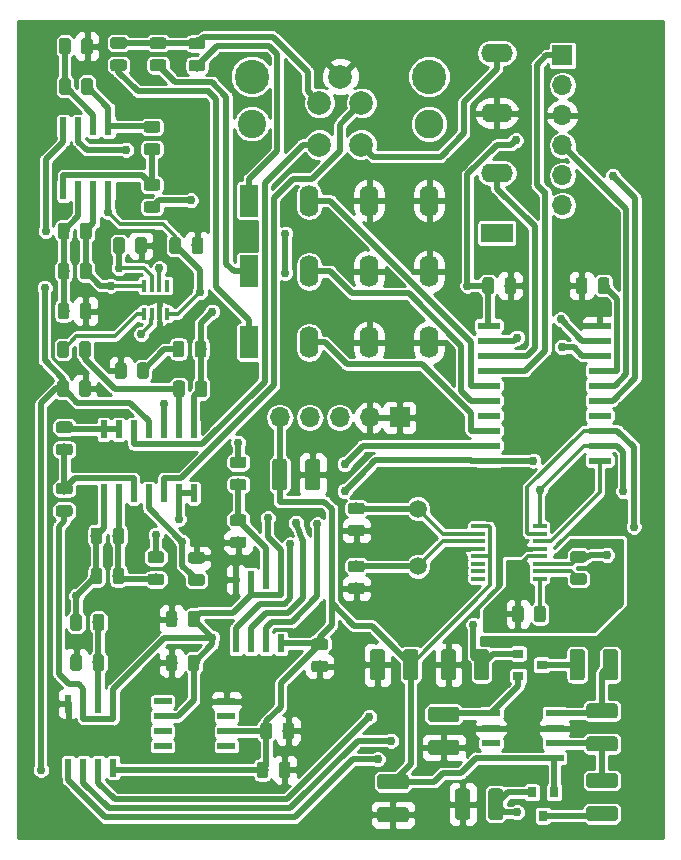
<source format=gtl>
G04 #@! TF.GenerationSoftware,KiCad,Pcbnew,5.0.0+dfsg1-1*
G04 #@! TF.CreationDate,2018-07-26T15:49:12-04:00*
G04 #@! TF.ProjectId,mystat,6D79737461742E6B696361645F706362,1*
G04 #@! TF.SameCoordinates,Original*
G04 #@! TF.FileFunction,Copper,L1,Top,Signal*
G04 #@! TF.FilePolarity,Positive*
%FSLAX46Y46*%
G04 Gerber Fmt 4.6, Leading zero omitted, Abs format (unit mm)*
G04 Created by KiCad (PCBNEW 5.0.0+dfsg1-1) date Thu Jul 26 15:49:12 2018*
%MOMM*%
%LPD*%
G01*
G04 APERTURE LIST*
G04 #@! TA.AperFunction,ComponentPad*
%ADD10C,2.000000*%
G04 #@! TD*
G04 #@! TA.AperFunction,WasherPad*
%ADD11C,2.900000*%
G04 #@! TD*
G04 #@! TA.AperFunction,WasherPad*
%ADD12C,2.400000*%
G04 #@! TD*
G04 #@! TA.AperFunction,WasherPad*
%ADD13C,2.450000*%
G04 #@! TD*
G04 #@! TA.AperFunction,Conductor*
%ADD14C,0.100000*%
G04 #@! TD*
G04 #@! TA.AperFunction,SMDPad,CuDef*
%ADD15C,0.975000*%
G04 #@! TD*
G04 #@! TA.AperFunction,SMDPad,CuDef*
%ADD16C,1.250000*%
G04 #@! TD*
G04 #@! TA.AperFunction,SMDPad,CuDef*
%ADD17R,0.800000X0.900000*%
G04 #@! TD*
G04 #@! TA.AperFunction,SMDPad,CuDef*
%ADD18R,0.900000X0.800000*%
G04 #@! TD*
G04 #@! TA.AperFunction,ComponentPad*
%ADD19O,2.700000X1.600000*%
G04 #@! TD*
G04 #@! TA.AperFunction,ComponentPad*
%ADD20R,2.700000X1.600000*%
G04 #@! TD*
G04 #@! TA.AperFunction,ComponentPad*
%ADD21R,1.600000X2.700000*%
G04 #@! TD*
G04 #@! TA.AperFunction,ComponentPad*
%ADD22O,1.600000X2.700000*%
G04 #@! TD*
G04 #@! TA.AperFunction,ComponentPad*
%ADD23R,1.700000X1.700000*%
G04 #@! TD*
G04 #@! TA.AperFunction,ComponentPad*
%ADD24O,1.700000X1.700000*%
G04 #@! TD*
G04 #@! TA.AperFunction,SMDPad,CuDef*
%ADD25R,1.550000X0.600000*%
G04 #@! TD*
G04 #@! TA.AperFunction,SMDPad,CuDef*
%ADD26R,1.950000X0.600000*%
G04 #@! TD*
G04 #@! TA.AperFunction,SMDPad,CuDef*
%ADD27R,0.600000X1.550000*%
G04 #@! TD*
G04 #@! TA.AperFunction,SMDPad,CuDef*
%ADD28R,1.200000X0.400000*%
G04 #@! TD*
G04 #@! TA.AperFunction,SMDPad,CuDef*
%ADD29R,0.600000X1.500000*%
G04 #@! TD*
G04 #@! TA.AperFunction,SMDPad,CuDef*
%ADD30R,0.400000X1.000000*%
G04 #@! TD*
G04 #@! TA.AperFunction,ComponentPad*
%ADD31C,1.500000*%
G04 #@! TD*
G04 #@! TA.AperFunction,ViaPad*
%ADD32C,0.762000*%
G04 #@! TD*
G04 #@! TA.AperFunction,Conductor*
%ADD33C,0.508000*%
G04 #@! TD*
G04 #@! TA.AperFunction,Conductor*
%ADD34C,0.355600*%
G04 #@! TD*
G04 #@! TA.AperFunction,Conductor*
%ADD35C,0.254000*%
G04 #@! TD*
G04 APERTURE END LIST*
D10*
G04 #@! TO.P,P2,5*
G04 #@! TO.N,GND*
X77750000Y-55100000D03*
D11*
G04 #@! TO.P,P2,*
G04 #@! TO.N,*
X85250000Y-55100000D03*
X70250000Y-55100000D03*
D12*
X70250000Y-59100000D03*
D13*
X85250000Y-59100000D03*
D10*
G04 #@! TO.P,P2,4*
G04 #@! TO.N,/RE*
X79520000Y-57330000D03*
G04 #@! TO.P,P2,3*
G04 #@! TO.N,/CE*
X75980000Y-57330000D03*
G04 #@! TO.P,P2,2*
G04 #@! TO.N,/SE*
X75980000Y-60870000D03*
G04 #@! TO.P,P2,1*
G04 #@! TO.N,/WE*
X79520000Y-60870000D03*
G04 #@! TD*
D14*
G04 #@! TO.N,-9V*
G04 #@! TO.C,C28*
G36*
X59267642Y-68701174D02*
X59291303Y-68704684D01*
X59314507Y-68710496D01*
X59337029Y-68718554D01*
X59358653Y-68728782D01*
X59379170Y-68741079D01*
X59398383Y-68755329D01*
X59416107Y-68771393D01*
X59432171Y-68789117D01*
X59446421Y-68808330D01*
X59458718Y-68828847D01*
X59468946Y-68850471D01*
X59477004Y-68872993D01*
X59482816Y-68896197D01*
X59486326Y-68919858D01*
X59487500Y-68943750D01*
X59487500Y-69856250D01*
X59486326Y-69880142D01*
X59482816Y-69903803D01*
X59477004Y-69927007D01*
X59468946Y-69949529D01*
X59458718Y-69971153D01*
X59446421Y-69991670D01*
X59432171Y-70010883D01*
X59416107Y-70028607D01*
X59398383Y-70044671D01*
X59379170Y-70058921D01*
X59358653Y-70071218D01*
X59337029Y-70081446D01*
X59314507Y-70089504D01*
X59291303Y-70095316D01*
X59267642Y-70098826D01*
X59243750Y-70100000D01*
X58756250Y-70100000D01*
X58732358Y-70098826D01*
X58708697Y-70095316D01*
X58685493Y-70089504D01*
X58662971Y-70081446D01*
X58641347Y-70071218D01*
X58620830Y-70058921D01*
X58601617Y-70044671D01*
X58583893Y-70028607D01*
X58567829Y-70010883D01*
X58553579Y-69991670D01*
X58541282Y-69971153D01*
X58531054Y-69949529D01*
X58522996Y-69927007D01*
X58517184Y-69903803D01*
X58513674Y-69880142D01*
X58512500Y-69856250D01*
X58512500Y-68943750D01*
X58513674Y-68919858D01*
X58517184Y-68896197D01*
X58522996Y-68872993D01*
X58531054Y-68850471D01*
X58541282Y-68828847D01*
X58553579Y-68808330D01*
X58567829Y-68789117D01*
X58583893Y-68771393D01*
X58601617Y-68755329D01*
X58620830Y-68741079D01*
X58641347Y-68728782D01*
X58662971Y-68718554D01*
X58685493Y-68710496D01*
X58708697Y-68704684D01*
X58732358Y-68701174D01*
X58756250Y-68700000D01*
X59243750Y-68700000D01*
X59267642Y-68701174D01*
X59267642Y-68701174D01*
G37*
D15*
G04 #@! TD*
G04 #@! TO.P,C28,1*
G04 #@! TO.N,-9V*
X59000000Y-69400000D03*
D14*
G04 #@! TO.N,GND*
G04 #@! TO.C,C28*
G36*
X61142642Y-68701174D02*
X61166303Y-68704684D01*
X61189507Y-68710496D01*
X61212029Y-68718554D01*
X61233653Y-68728782D01*
X61254170Y-68741079D01*
X61273383Y-68755329D01*
X61291107Y-68771393D01*
X61307171Y-68789117D01*
X61321421Y-68808330D01*
X61333718Y-68828847D01*
X61343946Y-68850471D01*
X61352004Y-68872993D01*
X61357816Y-68896197D01*
X61361326Y-68919858D01*
X61362500Y-68943750D01*
X61362500Y-69856250D01*
X61361326Y-69880142D01*
X61357816Y-69903803D01*
X61352004Y-69927007D01*
X61343946Y-69949529D01*
X61333718Y-69971153D01*
X61321421Y-69991670D01*
X61307171Y-70010883D01*
X61291107Y-70028607D01*
X61273383Y-70044671D01*
X61254170Y-70058921D01*
X61233653Y-70071218D01*
X61212029Y-70081446D01*
X61189507Y-70089504D01*
X61166303Y-70095316D01*
X61142642Y-70098826D01*
X61118750Y-70100000D01*
X60631250Y-70100000D01*
X60607358Y-70098826D01*
X60583697Y-70095316D01*
X60560493Y-70089504D01*
X60537971Y-70081446D01*
X60516347Y-70071218D01*
X60495830Y-70058921D01*
X60476617Y-70044671D01*
X60458893Y-70028607D01*
X60442829Y-70010883D01*
X60428579Y-69991670D01*
X60416282Y-69971153D01*
X60406054Y-69949529D01*
X60397996Y-69927007D01*
X60392184Y-69903803D01*
X60388674Y-69880142D01*
X60387500Y-69856250D01*
X60387500Y-68943750D01*
X60388674Y-68919858D01*
X60392184Y-68896197D01*
X60397996Y-68872993D01*
X60406054Y-68850471D01*
X60416282Y-68828847D01*
X60428579Y-68808330D01*
X60442829Y-68789117D01*
X60458893Y-68771393D01*
X60476617Y-68755329D01*
X60495830Y-68741079D01*
X60516347Y-68728782D01*
X60537971Y-68718554D01*
X60560493Y-68710496D01*
X60583697Y-68704684D01*
X60607358Y-68701174D01*
X60631250Y-68700000D01*
X61118750Y-68700000D01*
X61142642Y-68701174D01*
X61142642Y-68701174D01*
G37*
D15*
G04 #@! TD*
G04 #@! TO.P,C28,2*
G04 #@! TO.N,GND*
X60875000Y-69400000D03*
D14*
G04 #@! TO.N,+5V*
G04 #@! TO.C,C1*
G36*
X72999504Y-87476204D02*
X73023773Y-87479804D01*
X73047571Y-87485765D01*
X73070671Y-87494030D01*
X73092849Y-87504520D01*
X73113893Y-87517133D01*
X73133598Y-87531747D01*
X73151777Y-87548223D01*
X73168253Y-87566402D01*
X73182867Y-87586107D01*
X73195480Y-87607151D01*
X73205970Y-87629329D01*
X73214235Y-87652429D01*
X73220196Y-87676227D01*
X73223796Y-87700496D01*
X73225000Y-87725000D01*
X73225000Y-89875000D01*
X73223796Y-89899504D01*
X73220196Y-89923773D01*
X73214235Y-89947571D01*
X73205970Y-89970671D01*
X73195480Y-89992849D01*
X73182867Y-90013893D01*
X73168253Y-90033598D01*
X73151777Y-90051777D01*
X73133598Y-90068253D01*
X73113893Y-90082867D01*
X73092849Y-90095480D01*
X73070671Y-90105970D01*
X73047571Y-90114235D01*
X73023773Y-90120196D01*
X72999504Y-90123796D01*
X72975000Y-90125000D01*
X72225000Y-90125000D01*
X72200496Y-90123796D01*
X72176227Y-90120196D01*
X72152429Y-90114235D01*
X72129329Y-90105970D01*
X72107151Y-90095480D01*
X72086107Y-90082867D01*
X72066402Y-90068253D01*
X72048223Y-90051777D01*
X72031747Y-90033598D01*
X72017133Y-90013893D01*
X72004520Y-89992849D01*
X71994030Y-89970671D01*
X71985765Y-89947571D01*
X71979804Y-89923773D01*
X71976204Y-89899504D01*
X71975000Y-89875000D01*
X71975000Y-87725000D01*
X71976204Y-87700496D01*
X71979804Y-87676227D01*
X71985765Y-87652429D01*
X71994030Y-87629329D01*
X72004520Y-87607151D01*
X72017133Y-87586107D01*
X72031747Y-87566402D01*
X72048223Y-87548223D01*
X72066402Y-87531747D01*
X72086107Y-87517133D01*
X72107151Y-87504520D01*
X72129329Y-87494030D01*
X72152429Y-87485765D01*
X72176227Y-87479804D01*
X72200496Y-87476204D01*
X72225000Y-87475000D01*
X72975000Y-87475000D01*
X72999504Y-87476204D01*
X72999504Y-87476204D01*
G37*
D16*
G04 #@! TD*
G04 #@! TO.P,C1,1*
G04 #@! TO.N,+5V*
X72600000Y-88800000D03*
D14*
G04 #@! TO.N,GND*
G04 #@! TO.C,C1*
G36*
X75799504Y-87476204D02*
X75823773Y-87479804D01*
X75847571Y-87485765D01*
X75870671Y-87494030D01*
X75892849Y-87504520D01*
X75913893Y-87517133D01*
X75933598Y-87531747D01*
X75951777Y-87548223D01*
X75968253Y-87566402D01*
X75982867Y-87586107D01*
X75995480Y-87607151D01*
X76005970Y-87629329D01*
X76014235Y-87652429D01*
X76020196Y-87676227D01*
X76023796Y-87700496D01*
X76025000Y-87725000D01*
X76025000Y-89875000D01*
X76023796Y-89899504D01*
X76020196Y-89923773D01*
X76014235Y-89947571D01*
X76005970Y-89970671D01*
X75995480Y-89992849D01*
X75982867Y-90013893D01*
X75968253Y-90033598D01*
X75951777Y-90051777D01*
X75933598Y-90068253D01*
X75913893Y-90082867D01*
X75892849Y-90095480D01*
X75870671Y-90105970D01*
X75847571Y-90114235D01*
X75823773Y-90120196D01*
X75799504Y-90123796D01*
X75775000Y-90125000D01*
X75025000Y-90125000D01*
X75000496Y-90123796D01*
X74976227Y-90120196D01*
X74952429Y-90114235D01*
X74929329Y-90105970D01*
X74907151Y-90095480D01*
X74886107Y-90082867D01*
X74866402Y-90068253D01*
X74848223Y-90051777D01*
X74831747Y-90033598D01*
X74817133Y-90013893D01*
X74804520Y-89992849D01*
X74794030Y-89970671D01*
X74785765Y-89947571D01*
X74779804Y-89923773D01*
X74776204Y-89899504D01*
X74775000Y-89875000D01*
X74775000Y-87725000D01*
X74776204Y-87700496D01*
X74779804Y-87676227D01*
X74785765Y-87652429D01*
X74794030Y-87629329D01*
X74804520Y-87607151D01*
X74817133Y-87586107D01*
X74831747Y-87566402D01*
X74848223Y-87548223D01*
X74866402Y-87531747D01*
X74886107Y-87517133D01*
X74907151Y-87504520D01*
X74929329Y-87494030D01*
X74952429Y-87485765D01*
X74976227Y-87479804D01*
X75000496Y-87476204D01*
X75025000Y-87475000D01*
X75775000Y-87475000D01*
X75799504Y-87476204D01*
X75799504Y-87476204D01*
G37*
D16*
G04 #@! TD*
G04 #@! TO.P,C1,2*
G04 #@! TO.N,GND*
X75400000Y-88800000D03*
D14*
G04 #@! TO.N,GND*
G04 #@! TO.C,C2*
G36*
X88499504Y-115376204D02*
X88523773Y-115379804D01*
X88547571Y-115385765D01*
X88570671Y-115394030D01*
X88592849Y-115404520D01*
X88613893Y-115417133D01*
X88633598Y-115431747D01*
X88651777Y-115448223D01*
X88668253Y-115466402D01*
X88682867Y-115486107D01*
X88695480Y-115507151D01*
X88705970Y-115529329D01*
X88714235Y-115552429D01*
X88720196Y-115576227D01*
X88723796Y-115600496D01*
X88725000Y-115625000D01*
X88725000Y-117775000D01*
X88723796Y-117799504D01*
X88720196Y-117823773D01*
X88714235Y-117847571D01*
X88705970Y-117870671D01*
X88695480Y-117892849D01*
X88682867Y-117913893D01*
X88668253Y-117933598D01*
X88651777Y-117951777D01*
X88633598Y-117968253D01*
X88613893Y-117982867D01*
X88592849Y-117995480D01*
X88570671Y-118005970D01*
X88547571Y-118014235D01*
X88523773Y-118020196D01*
X88499504Y-118023796D01*
X88475000Y-118025000D01*
X87725000Y-118025000D01*
X87700496Y-118023796D01*
X87676227Y-118020196D01*
X87652429Y-118014235D01*
X87629329Y-118005970D01*
X87607151Y-117995480D01*
X87586107Y-117982867D01*
X87566402Y-117968253D01*
X87548223Y-117951777D01*
X87531747Y-117933598D01*
X87517133Y-117913893D01*
X87504520Y-117892849D01*
X87494030Y-117870671D01*
X87485765Y-117847571D01*
X87479804Y-117823773D01*
X87476204Y-117799504D01*
X87475000Y-117775000D01*
X87475000Y-115625000D01*
X87476204Y-115600496D01*
X87479804Y-115576227D01*
X87485765Y-115552429D01*
X87494030Y-115529329D01*
X87504520Y-115507151D01*
X87517133Y-115486107D01*
X87531747Y-115466402D01*
X87548223Y-115448223D01*
X87566402Y-115431747D01*
X87586107Y-115417133D01*
X87607151Y-115404520D01*
X87629329Y-115394030D01*
X87652429Y-115385765D01*
X87676227Y-115379804D01*
X87700496Y-115376204D01*
X87725000Y-115375000D01*
X88475000Y-115375000D01*
X88499504Y-115376204D01*
X88499504Y-115376204D01*
G37*
D16*
G04 #@! TD*
G04 #@! TO.P,C2,2*
G04 #@! TO.N,GND*
X88100000Y-116700000D03*
D14*
G04 #@! TO.N,+9V*
G04 #@! TO.C,C2*
G36*
X91299504Y-115376204D02*
X91323773Y-115379804D01*
X91347571Y-115385765D01*
X91370671Y-115394030D01*
X91392849Y-115404520D01*
X91413893Y-115417133D01*
X91433598Y-115431747D01*
X91451777Y-115448223D01*
X91468253Y-115466402D01*
X91482867Y-115486107D01*
X91495480Y-115507151D01*
X91505970Y-115529329D01*
X91514235Y-115552429D01*
X91520196Y-115576227D01*
X91523796Y-115600496D01*
X91525000Y-115625000D01*
X91525000Y-117775000D01*
X91523796Y-117799504D01*
X91520196Y-117823773D01*
X91514235Y-117847571D01*
X91505970Y-117870671D01*
X91495480Y-117892849D01*
X91482867Y-117913893D01*
X91468253Y-117933598D01*
X91451777Y-117951777D01*
X91433598Y-117968253D01*
X91413893Y-117982867D01*
X91392849Y-117995480D01*
X91370671Y-118005970D01*
X91347571Y-118014235D01*
X91323773Y-118020196D01*
X91299504Y-118023796D01*
X91275000Y-118025000D01*
X90525000Y-118025000D01*
X90500496Y-118023796D01*
X90476227Y-118020196D01*
X90452429Y-118014235D01*
X90429329Y-118005970D01*
X90407151Y-117995480D01*
X90386107Y-117982867D01*
X90366402Y-117968253D01*
X90348223Y-117951777D01*
X90331747Y-117933598D01*
X90317133Y-117913893D01*
X90304520Y-117892849D01*
X90294030Y-117870671D01*
X90285765Y-117847571D01*
X90279804Y-117823773D01*
X90276204Y-117799504D01*
X90275000Y-117775000D01*
X90275000Y-115625000D01*
X90276204Y-115600496D01*
X90279804Y-115576227D01*
X90285765Y-115552429D01*
X90294030Y-115529329D01*
X90304520Y-115507151D01*
X90317133Y-115486107D01*
X90331747Y-115466402D01*
X90348223Y-115448223D01*
X90366402Y-115431747D01*
X90386107Y-115417133D01*
X90407151Y-115404520D01*
X90429329Y-115394030D01*
X90452429Y-115385765D01*
X90476227Y-115379804D01*
X90500496Y-115376204D01*
X90525000Y-115375000D01*
X91275000Y-115375000D01*
X91299504Y-115376204D01*
X91299504Y-115376204D01*
G37*
D16*
G04 #@! TD*
G04 #@! TO.P,C2,1*
G04 #@! TO.N,+9V*
X90900000Y-116700000D03*
D14*
G04 #@! TO.N,Net-(C3-Pad1)*
G04 #@! TO.C,C3*
G36*
X100999504Y-116876204D02*
X101023773Y-116879804D01*
X101047571Y-116885765D01*
X101070671Y-116894030D01*
X101092849Y-116904520D01*
X101113893Y-116917133D01*
X101133598Y-116931747D01*
X101151777Y-116948223D01*
X101168253Y-116966402D01*
X101182867Y-116986107D01*
X101195480Y-117007151D01*
X101205970Y-117029329D01*
X101214235Y-117052429D01*
X101220196Y-117076227D01*
X101223796Y-117100496D01*
X101225000Y-117125000D01*
X101225000Y-117875000D01*
X101223796Y-117899504D01*
X101220196Y-117923773D01*
X101214235Y-117947571D01*
X101205970Y-117970671D01*
X101195480Y-117992849D01*
X101182867Y-118013893D01*
X101168253Y-118033598D01*
X101151777Y-118051777D01*
X101133598Y-118068253D01*
X101113893Y-118082867D01*
X101092849Y-118095480D01*
X101070671Y-118105970D01*
X101047571Y-118114235D01*
X101023773Y-118120196D01*
X100999504Y-118123796D01*
X100975000Y-118125000D01*
X98825000Y-118125000D01*
X98800496Y-118123796D01*
X98776227Y-118120196D01*
X98752429Y-118114235D01*
X98729329Y-118105970D01*
X98707151Y-118095480D01*
X98686107Y-118082867D01*
X98666402Y-118068253D01*
X98648223Y-118051777D01*
X98631747Y-118033598D01*
X98617133Y-118013893D01*
X98604520Y-117992849D01*
X98594030Y-117970671D01*
X98585765Y-117947571D01*
X98579804Y-117923773D01*
X98576204Y-117899504D01*
X98575000Y-117875000D01*
X98575000Y-117125000D01*
X98576204Y-117100496D01*
X98579804Y-117076227D01*
X98585765Y-117052429D01*
X98594030Y-117029329D01*
X98604520Y-117007151D01*
X98617133Y-116986107D01*
X98631747Y-116966402D01*
X98648223Y-116948223D01*
X98666402Y-116931747D01*
X98686107Y-116917133D01*
X98707151Y-116904520D01*
X98729329Y-116894030D01*
X98752429Y-116885765D01*
X98776227Y-116879804D01*
X98800496Y-116876204D01*
X98825000Y-116875000D01*
X100975000Y-116875000D01*
X100999504Y-116876204D01*
X100999504Y-116876204D01*
G37*
D16*
G04 #@! TD*
G04 #@! TO.P,C3,1*
G04 #@! TO.N,Net-(C3-Pad1)*
X99900000Y-117500000D03*
D14*
G04 #@! TO.N,Net-(C3-Pad2)*
G04 #@! TO.C,C3*
G36*
X100999504Y-114076204D02*
X101023773Y-114079804D01*
X101047571Y-114085765D01*
X101070671Y-114094030D01*
X101092849Y-114104520D01*
X101113893Y-114117133D01*
X101133598Y-114131747D01*
X101151777Y-114148223D01*
X101168253Y-114166402D01*
X101182867Y-114186107D01*
X101195480Y-114207151D01*
X101205970Y-114229329D01*
X101214235Y-114252429D01*
X101220196Y-114276227D01*
X101223796Y-114300496D01*
X101225000Y-114325000D01*
X101225000Y-115075000D01*
X101223796Y-115099504D01*
X101220196Y-115123773D01*
X101214235Y-115147571D01*
X101205970Y-115170671D01*
X101195480Y-115192849D01*
X101182867Y-115213893D01*
X101168253Y-115233598D01*
X101151777Y-115251777D01*
X101133598Y-115268253D01*
X101113893Y-115282867D01*
X101092849Y-115295480D01*
X101070671Y-115305970D01*
X101047571Y-115314235D01*
X101023773Y-115320196D01*
X100999504Y-115323796D01*
X100975000Y-115325000D01*
X98825000Y-115325000D01*
X98800496Y-115323796D01*
X98776227Y-115320196D01*
X98752429Y-115314235D01*
X98729329Y-115305970D01*
X98707151Y-115295480D01*
X98686107Y-115282867D01*
X98666402Y-115268253D01*
X98648223Y-115251777D01*
X98631747Y-115233598D01*
X98617133Y-115213893D01*
X98604520Y-115192849D01*
X98594030Y-115170671D01*
X98585765Y-115147571D01*
X98579804Y-115123773D01*
X98576204Y-115099504D01*
X98575000Y-115075000D01*
X98575000Y-114325000D01*
X98576204Y-114300496D01*
X98579804Y-114276227D01*
X98585765Y-114252429D01*
X98594030Y-114229329D01*
X98604520Y-114207151D01*
X98617133Y-114186107D01*
X98631747Y-114166402D01*
X98648223Y-114148223D01*
X98666402Y-114131747D01*
X98686107Y-114117133D01*
X98707151Y-114104520D01*
X98729329Y-114094030D01*
X98752429Y-114085765D01*
X98776227Y-114079804D01*
X98800496Y-114076204D01*
X98825000Y-114075000D01*
X100975000Y-114075000D01*
X100999504Y-114076204D01*
X100999504Y-114076204D01*
G37*
D16*
G04 #@! TD*
G04 #@! TO.P,C3,2*
G04 #@! TO.N,Net-(C3-Pad2)*
X99900000Y-114700000D03*
D14*
G04 #@! TO.N,Net-(C4-Pad2)*
G04 #@! TO.C,C4*
G36*
X100999504Y-108176204D02*
X101023773Y-108179804D01*
X101047571Y-108185765D01*
X101070671Y-108194030D01*
X101092849Y-108204520D01*
X101113893Y-108217133D01*
X101133598Y-108231747D01*
X101151777Y-108248223D01*
X101168253Y-108266402D01*
X101182867Y-108286107D01*
X101195480Y-108307151D01*
X101205970Y-108329329D01*
X101214235Y-108352429D01*
X101220196Y-108376227D01*
X101223796Y-108400496D01*
X101225000Y-108425000D01*
X101225000Y-109175000D01*
X101223796Y-109199504D01*
X101220196Y-109223773D01*
X101214235Y-109247571D01*
X101205970Y-109270671D01*
X101195480Y-109292849D01*
X101182867Y-109313893D01*
X101168253Y-109333598D01*
X101151777Y-109351777D01*
X101133598Y-109368253D01*
X101113893Y-109382867D01*
X101092849Y-109395480D01*
X101070671Y-109405970D01*
X101047571Y-109414235D01*
X101023773Y-109420196D01*
X100999504Y-109423796D01*
X100975000Y-109425000D01*
X98825000Y-109425000D01*
X98800496Y-109423796D01*
X98776227Y-109420196D01*
X98752429Y-109414235D01*
X98729329Y-109405970D01*
X98707151Y-109395480D01*
X98686107Y-109382867D01*
X98666402Y-109368253D01*
X98648223Y-109351777D01*
X98631747Y-109333598D01*
X98617133Y-109313893D01*
X98604520Y-109292849D01*
X98594030Y-109270671D01*
X98585765Y-109247571D01*
X98579804Y-109223773D01*
X98576204Y-109199504D01*
X98575000Y-109175000D01*
X98575000Y-108425000D01*
X98576204Y-108400496D01*
X98579804Y-108376227D01*
X98585765Y-108352429D01*
X98594030Y-108329329D01*
X98604520Y-108307151D01*
X98617133Y-108286107D01*
X98631747Y-108266402D01*
X98648223Y-108248223D01*
X98666402Y-108231747D01*
X98686107Y-108217133D01*
X98707151Y-108204520D01*
X98729329Y-108194030D01*
X98752429Y-108185765D01*
X98776227Y-108179804D01*
X98800496Y-108176204D01*
X98825000Y-108175000D01*
X100975000Y-108175000D01*
X100999504Y-108176204D01*
X100999504Y-108176204D01*
G37*
D16*
G04 #@! TD*
G04 #@! TO.P,C4,2*
G04 #@! TO.N,Net-(C4-Pad2)*
X99900000Y-108800000D03*
D14*
G04 #@! TO.N,Net-(C3-Pad2)*
G04 #@! TO.C,C4*
G36*
X100999504Y-110976204D02*
X101023773Y-110979804D01*
X101047571Y-110985765D01*
X101070671Y-110994030D01*
X101092849Y-111004520D01*
X101113893Y-111017133D01*
X101133598Y-111031747D01*
X101151777Y-111048223D01*
X101168253Y-111066402D01*
X101182867Y-111086107D01*
X101195480Y-111107151D01*
X101205970Y-111129329D01*
X101214235Y-111152429D01*
X101220196Y-111176227D01*
X101223796Y-111200496D01*
X101225000Y-111225000D01*
X101225000Y-111975000D01*
X101223796Y-111999504D01*
X101220196Y-112023773D01*
X101214235Y-112047571D01*
X101205970Y-112070671D01*
X101195480Y-112092849D01*
X101182867Y-112113893D01*
X101168253Y-112133598D01*
X101151777Y-112151777D01*
X101133598Y-112168253D01*
X101113893Y-112182867D01*
X101092849Y-112195480D01*
X101070671Y-112205970D01*
X101047571Y-112214235D01*
X101023773Y-112220196D01*
X100999504Y-112223796D01*
X100975000Y-112225000D01*
X98825000Y-112225000D01*
X98800496Y-112223796D01*
X98776227Y-112220196D01*
X98752429Y-112214235D01*
X98729329Y-112205970D01*
X98707151Y-112195480D01*
X98686107Y-112182867D01*
X98666402Y-112168253D01*
X98648223Y-112151777D01*
X98631747Y-112133598D01*
X98617133Y-112113893D01*
X98604520Y-112092849D01*
X98594030Y-112070671D01*
X98585765Y-112047571D01*
X98579804Y-112023773D01*
X98576204Y-111999504D01*
X98575000Y-111975000D01*
X98575000Y-111225000D01*
X98576204Y-111200496D01*
X98579804Y-111176227D01*
X98585765Y-111152429D01*
X98594030Y-111129329D01*
X98604520Y-111107151D01*
X98617133Y-111086107D01*
X98631747Y-111066402D01*
X98648223Y-111048223D01*
X98666402Y-111031747D01*
X98686107Y-111017133D01*
X98707151Y-111004520D01*
X98729329Y-110994030D01*
X98752429Y-110985765D01*
X98776227Y-110979804D01*
X98800496Y-110976204D01*
X98825000Y-110975000D01*
X100975000Y-110975000D01*
X100999504Y-110976204D01*
X100999504Y-110976204D01*
G37*
D16*
G04 #@! TD*
G04 #@! TO.P,C4,1*
G04 #@! TO.N,Net-(C3-Pad2)*
X99900000Y-111600000D03*
D14*
G04 #@! TO.N,GND*
G04 #@! TO.C,C5*
G36*
X87599504Y-111276204D02*
X87623773Y-111279804D01*
X87647571Y-111285765D01*
X87670671Y-111294030D01*
X87692849Y-111304520D01*
X87713893Y-111317133D01*
X87733598Y-111331747D01*
X87751777Y-111348223D01*
X87768253Y-111366402D01*
X87782867Y-111386107D01*
X87795480Y-111407151D01*
X87805970Y-111429329D01*
X87814235Y-111452429D01*
X87820196Y-111476227D01*
X87823796Y-111500496D01*
X87825000Y-111525000D01*
X87825000Y-112275000D01*
X87823796Y-112299504D01*
X87820196Y-112323773D01*
X87814235Y-112347571D01*
X87805970Y-112370671D01*
X87795480Y-112392849D01*
X87782867Y-112413893D01*
X87768253Y-112433598D01*
X87751777Y-112451777D01*
X87733598Y-112468253D01*
X87713893Y-112482867D01*
X87692849Y-112495480D01*
X87670671Y-112505970D01*
X87647571Y-112514235D01*
X87623773Y-112520196D01*
X87599504Y-112523796D01*
X87575000Y-112525000D01*
X85425000Y-112525000D01*
X85400496Y-112523796D01*
X85376227Y-112520196D01*
X85352429Y-112514235D01*
X85329329Y-112505970D01*
X85307151Y-112495480D01*
X85286107Y-112482867D01*
X85266402Y-112468253D01*
X85248223Y-112451777D01*
X85231747Y-112433598D01*
X85217133Y-112413893D01*
X85204520Y-112392849D01*
X85194030Y-112370671D01*
X85185765Y-112347571D01*
X85179804Y-112323773D01*
X85176204Y-112299504D01*
X85175000Y-112275000D01*
X85175000Y-111525000D01*
X85176204Y-111500496D01*
X85179804Y-111476227D01*
X85185765Y-111452429D01*
X85194030Y-111429329D01*
X85204520Y-111407151D01*
X85217133Y-111386107D01*
X85231747Y-111366402D01*
X85248223Y-111348223D01*
X85266402Y-111331747D01*
X85286107Y-111317133D01*
X85307151Y-111304520D01*
X85329329Y-111294030D01*
X85352429Y-111285765D01*
X85376227Y-111279804D01*
X85400496Y-111276204D01*
X85425000Y-111275000D01*
X87575000Y-111275000D01*
X87599504Y-111276204D01*
X87599504Y-111276204D01*
G37*
D16*
G04 #@! TD*
G04 #@! TO.P,C5,1*
G04 #@! TO.N,GND*
X86500000Y-111900000D03*
D14*
G04 #@! TO.N,Net-(C5-Pad2)*
G04 #@! TO.C,C5*
G36*
X87599504Y-108476204D02*
X87623773Y-108479804D01*
X87647571Y-108485765D01*
X87670671Y-108494030D01*
X87692849Y-108504520D01*
X87713893Y-108517133D01*
X87733598Y-108531747D01*
X87751777Y-108548223D01*
X87768253Y-108566402D01*
X87782867Y-108586107D01*
X87795480Y-108607151D01*
X87805970Y-108629329D01*
X87814235Y-108652429D01*
X87820196Y-108676227D01*
X87823796Y-108700496D01*
X87825000Y-108725000D01*
X87825000Y-109475000D01*
X87823796Y-109499504D01*
X87820196Y-109523773D01*
X87814235Y-109547571D01*
X87805970Y-109570671D01*
X87795480Y-109592849D01*
X87782867Y-109613893D01*
X87768253Y-109633598D01*
X87751777Y-109651777D01*
X87733598Y-109668253D01*
X87713893Y-109682867D01*
X87692849Y-109695480D01*
X87670671Y-109705970D01*
X87647571Y-109714235D01*
X87623773Y-109720196D01*
X87599504Y-109723796D01*
X87575000Y-109725000D01*
X85425000Y-109725000D01*
X85400496Y-109723796D01*
X85376227Y-109720196D01*
X85352429Y-109714235D01*
X85329329Y-109705970D01*
X85307151Y-109695480D01*
X85286107Y-109682867D01*
X85266402Y-109668253D01*
X85248223Y-109651777D01*
X85231747Y-109633598D01*
X85217133Y-109613893D01*
X85204520Y-109592849D01*
X85194030Y-109570671D01*
X85185765Y-109547571D01*
X85179804Y-109523773D01*
X85176204Y-109499504D01*
X85175000Y-109475000D01*
X85175000Y-108725000D01*
X85176204Y-108700496D01*
X85179804Y-108676227D01*
X85185765Y-108652429D01*
X85194030Y-108629329D01*
X85204520Y-108607151D01*
X85217133Y-108586107D01*
X85231747Y-108566402D01*
X85248223Y-108548223D01*
X85266402Y-108531747D01*
X85286107Y-108517133D01*
X85307151Y-108504520D01*
X85329329Y-108494030D01*
X85352429Y-108485765D01*
X85376227Y-108479804D01*
X85400496Y-108476204D01*
X85425000Y-108475000D01*
X87575000Y-108475000D01*
X87599504Y-108476204D01*
X87599504Y-108476204D01*
G37*
D16*
G04 #@! TD*
G04 #@! TO.P,C5,2*
G04 #@! TO.N,Net-(C5-Pad2)*
X86500000Y-109100000D03*
D14*
G04 #@! TO.N,Net-(C6-Pad2)*
G04 #@! TO.C,C6*
G36*
X98199504Y-103576204D02*
X98223773Y-103579804D01*
X98247571Y-103585765D01*
X98270671Y-103594030D01*
X98292849Y-103604520D01*
X98313893Y-103617133D01*
X98333598Y-103631747D01*
X98351777Y-103648223D01*
X98368253Y-103666402D01*
X98382867Y-103686107D01*
X98395480Y-103707151D01*
X98405970Y-103729329D01*
X98414235Y-103752429D01*
X98420196Y-103776227D01*
X98423796Y-103800496D01*
X98425000Y-103825000D01*
X98425000Y-105975000D01*
X98423796Y-105999504D01*
X98420196Y-106023773D01*
X98414235Y-106047571D01*
X98405970Y-106070671D01*
X98395480Y-106092849D01*
X98382867Y-106113893D01*
X98368253Y-106133598D01*
X98351777Y-106151777D01*
X98333598Y-106168253D01*
X98313893Y-106182867D01*
X98292849Y-106195480D01*
X98270671Y-106205970D01*
X98247571Y-106214235D01*
X98223773Y-106220196D01*
X98199504Y-106223796D01*
X98175000Y-106225000D01*
X97425000Y-106225000D01*
X97400496Y-106223796D01*
X97376227Y-106220196D01*
X97352429Y-106214235D01*
X97329329Y-106205970D01*
X97307151Y-106195480D01*
X97286107Y-106182867D01*
X97266402Y-106168253D01*
X97248223Y-106151777D01*
X97231747Y-106133598D01*
X97217133Y-106113893D01*
X97204520Y-106092849D01*
X97194030Y-106070671D01*
X97185765Y-106047571D01*
X97179804Y-106023773D01*
X97176204Y-105999504D01*
X97175000Y-105975000D01*
X97175000Y-103825000D01*
X97176204Y-103800496D01*
X97179804Y-103776227D01*
X97185765Y-103752429D01*
X97194030Y-103729329D01*
X97204520Y-103707151D01*
X97217133Y-103686107D01*
X97231747Y-103666402D01*
X97248223Y-103648223D01*
X97266402Y-103631747D01*
X97286107Y-103617133D01*
X97307151Y-103604520D01*
X97329329Y-103594030D01*
X97352429Y-103585765D01*
X97376227Y-103579804D01*
X97400496Y-103576204D01*
X97425000Y-103575000D01*
X98175000Y-103575000D01*
X98199504Y-103576204D01*
X98199504Y-103576204D01*
G37*
D16*
G04 #@! TD*
G04 #@! TO.P,C6,2*
G04 #@! TO.N,Net-(C6-Pad2)*
X97800000Y-104900000D03*
D14*
G04 #@! TO.N,Net-(C4-Pad2)*
G04 #@! TO.C,C6*
G36*
X100999504Y-103576204D02*
X101023773Y-103579804D01*
X101047571Y-103585765D01*
X101070671Y-103594030D01*
X101092849Y-103604520D01*
X101113893Y-103617133D01*
X101133598Y-103631747D01*
X101151777Y-103648223D01*
X101168253Y-103666402D01*
X101182867Y-103686107D01*
X101195480Y-103707151D01*
X101205970Y-103729329D01*
X101214235Y-103752429D01*
X101220196Y-103776227D01*
X101223796Y-103800496D01*
X101225000Y-103825000D01*
X101225000Y-105975000D01*
X101223796Y-105999504D01*
X101220196Y-106023773D01*
X101214235Y-106047571D01*
X101205970Y-106070671D01*
X101195480Y-106092849D01*
X101182867Y-106113893D01*
X101168253Y-106133598D01*
X101151777Y-106151777D01*
X101133598Y-106168253D01*
X101113893Y-106182867D01*
X101092849Y-106195480D01*
X101070671Y-106205970D01*
X101047571Y-106214235D01*
X101023773Y-106220196D01*
X100999504Y-106223796D01*
X100975000Y-106225000D01*
X100225000Y-106225000D01*
X100200496Y-106223796D01*
X100176227Y-106220196D01*
X100152429Y-106214235D01*
X100129329Y-106205970D01*
X100107151Y-106195480D01*
X100086107Y-106182867D01*
X100066402Y-106168253D01*
X100048223Y-106151777D01*
X100031747Y-106133598D01*
X100017133Y-106113893D01*
X100004520Y-106092849D01*
X99994030Y-106070671D01*
X99985765Y-106047571D01*
X99979804Y-106023773D01*
X99976204Y-105999504D01*
X99975000Y-105975000D01*
X99975000Y-103825000D01*
X99976204Y-103800496D01*
X99979804Y-103776227D01*
X99985765Y-103752429D01*
X99994030Y-103729329D01*
X100004520Y-103707151D01*
X100017133Y-103686107D01*
X100031747Y-103666402D01*
X100048223Y-103648223D01*
X100066402Y-103631747D01*
X100086107Y-103617133D01*
X100107151Y-103604520D01*
X100129329Y-103594030D01*
X100152429Y-103585765D01*
X100176227Y-103579804D01*
X100200496Y-103576204D01*
X100225000Y-103575000D01*
X100975000Y-103575000D01*
X100999504Y-103576204D01*
X100999504Y-103576204D01*
G37*
D16*
G04 #@! TD*
G04 #@! TO.P,C6,1*
G04 #@! TO.N,Net-(C4-Pad2)*
X100600000Y-104900000D03*
D14*
G04 #@! TO.N,GND*
G04 #@! TO.C,C7*
G36*
X87299504Y-103576204D02*
X87323773Y-103579804D01*
X87347571Y-103585765D01*
X87370671Y-103594030D01*
X87392849Y-103604520D01*
X87413893Y-103617133D01*
X87433598Y-103631747D01*
X87451777Y-103648223D01*
X87468253Y-103666402D01*
X87482867Y-103686107D01*
X87495480Y-103707151D01*
X87505970Y-103729329D01*
X87514235Y-103752429D01*
X87520196Y-103776227D01*
X87523796Y-103800496D01*
X87525000Y-103825000D01*
X87525000Y-105975000D01*
X87523796Y-105999504D01*
X87520196Y-106023773D01*
X87514235Y-106047571D01*
X87505970Y-106070671D01*
X87495480Y-106092849D01*
X87482867Y-106113893D01*
X87468253Y-106133598D01*
X87451777Y-106151777D01*
X87433598Y-106168253D01*
X87413893Y-106182867D01*
X87392849Y-106195480D01*
X87370671Y-106205970D01*
X87347571Y-106214235D01*
X87323773Y-106220196D01*
X87299504Y-106223796D01*
X87275000Y-106225000D01*
X86525000Y-106225000D01*
X86500496Y-106223796D01*
X86476227Y-106220196D01*
X86452429Y-106214235D01*
X86429329Y-106205970D01*
X86407151Y-106195480D01*
X86386107Y-106182867D01*
X86366402Y-106168253D01*
X86348223Y-106151777D01*
X86331747Y-106133598D01*
X86317133Y-106113893D01*
X86304520Y-106092849D01*
X86294030Y-106070671D01*
X86285765Y-106047571D01*
X86279804Y-106023773D01*
X86276204Y-105999504D01*
X86275000Y-105975000D01*
X86275000Y-103825000D01*
X86276204Y-103800496D01*
X86279804Y-103776227D01*
X86285765Y-103752429D01*
X86294030Y-103729329D01*
X86304520Y-103707151D01*
X86317133Y-103686107D01*
X86331747Y-103666402D01*
X86348223Y-103648223D01*
X86366402Y-103631747D01*
X86386107Y-103617133D01*
X86407151Y-103604520D01*
X86429329Y-103594030D01*
X86452429Y-103585765D01*
X86476227Y-103579804D01*
X86500496Y-103576204D01*
X86525000Y-103575000D01*
X87275000Y-103575000D01*
X87299504Y-103576204D01*
X87299504Y-103576204D01*
G37*
D16*
G04 #@! TD*
G04 #@! TO.P,C7,1*
G04 #@! TO.N,GND*
X86900000Y-104900000D03*
D14*
G04 #@! TO.N,-9V*
G04 #@! TO.C,C7*
G36*
X90099504Y-103576204D02*
X90123773Y-103579804D01*
X90147571Y-103585765D01*
X90170671Y-103594030D01*
X90192849Y-103604520D01*
X90213893Y-103617133D01*
X90233598Y-103631747D01*
X90251777Y-103648223D01*
X90268253Y-103666402D01*
X90282867Y-103686107D01*
X90295480Y-103707151D01*
X90305970Y-103729329D01*
X90314235Y-103752429D01*
X90320196Y-103776227D01*
X90323796Y-103800496D01*
X90325000Y-103825000D01*
X90325000Y-105975000D01*
X90323796Y-105999504D01*
X90320196Y-106023773D01*
X90314235Y-106047571D01*
X90305970Y-106070671D01*
X90295480Y-106092849D01*
X90282867Y-106113893D01*
X90268253Y-106133598D01*
X90251777Y-106151777D01*
X90233598Y-106168253D01*
X90213893Y-106182867D01*
X90192849Y-106195480D01*
X90170671Y-106205970D01*
X90147571Y-106214235D01*
X90123773Y-106220196D01*
X90099504Y-106223796D01*
X90075000Y-106225000D01*
X89325000Y-106225000D01*
X89300496Y-106223796D01*
X89276227Y-106220196D01*
X89252429Y-106214235D01*
X89229329Y-106205970D01*
X89207151Y-106195480D01*
X89186107Y-106182867D01*
X89166402Y-106168253D01*
X89148223Y-106151777D01*
X89131747Y-106133598D01*
X89117133Y-106113893D01*
X89104520Y-106092849D01*
X89094030Y-106070671D01*
X89085765Y-106047571D01*
X89079804Y-106023773D01*
X89076204Y-105999504D01*
X89075000Y-105975000D01*
X89075000Y-103825000D01*
X89076204Y-103800496D01*
X89079804Y-103776227D01*
X89085765Y-103752429D01*
X89094030Y-103729329D01*
X89104520Y-103707151D01*
X89117133Y-103686107D01*
X89131747Y-103666402D01*
X89148223Y-103648223D01*
X89166402Y-103631747D01*
X89186107Y-103617133D01*
X89207151Y-103604520D01*
X89229329Y-103594030D01*
X89252429Y-103585765D01*
X89276227Y-103579804D01*
X89300496Y-103576204D01*
X89325000Y-103575000D01*
X90075000Y-103575000D01*
X90099504Y-103576204D01*
X90099504Y-103576204D01*
G37*
D16*
G04 #@! TD*
G04 #@! TO.P,C7,2*
G04 #@! TO.N,-9V*
X89700000Y-104900000D03*
D14*
G04 #@! TO.N,GND*
G04 #@! TO.C,C8*
G36*
X83299504Y-116976204D02*
X83323773Y-116979804D01*
X83347571Y-116985765D01*
X83370671Y-116994030D01*
X83392849Y-117004520D01*
X83413893Y-117017133D01*
X83433598Y-117031747D01*
X83451777Y-117048223D01*
X83468253Y-117066402D01*
X83482867Y-117086107D01*
X83495480Y-117107151D01*
X83505970Y-117129329D01*
X83514235Y-117152429D01*
X83520196Y-117176227D01*
X83523796Y-117200496D01*
X83525000Y-117225000D01*
X83525000Y-117975000D01*
X83523796Y-117999504D01*
X83520196Y-118023773D01*
X83514235Y-118047571D01*
X83505970Y-118070671D01*
X83495480Y-118092849D01*
X83482867Y-118113893D01*
X83468253Y-118133598D01*
X83451777Y-118151777D01*
X83433598Y-118168253D01*
X83413893Y-118182867D01*
X83392849Y-118195480D01*
X83370671Y-118205970D01*
X83347571Y-118214235D01*
X83323773Y-118220196D01*
X83299504Y-118223796D01*
X83275000Y-118225000D01*
X81125000Y-118225000D01*
X81100496Y-118223796D01*
X81076227Y-118220196D01*
X81052429Y-118214235D01*
X81029329Y-118205970D01*
X81007151Y-118195480D01*
X80986107Y-118182867D01*
X80966402Y-118168253D01*
X80948223Y-118151777D01*
X80931747Y-118133598D01*
X80917133Y-118113893D01*
X80904520Y-118092849D01*
X80894030Y-118070671D01*
X80885765Y-118047571D01*
X80879804Y-118023773D01*
X80876204Y-117999504D01*
X80875000Y-117975000D01*
X80875000Y-117225000D01*
X80876204Y-117200496D01*
X80879804Y-117176227D01*
X80885765Y-117152429D01*
X80894030Y-117129329D01*
X80904520Y-117107151D01*
X80917133Y-117086107D01*
X80931747Y-117066402D01*
X80948223Y-117048223D01*
X80966402Y-117031747D01*
X80986107Y-117017133D01*
X81007151Y-117004520D01*
X81029329Y-116994030D01*
X81052429Y-116985765D01*
X81076227Y-116979804D01*
X81100496Y-116976204D01*
X81125000Y-116975000D01*
X83275000Y-116975000D01*
X83299504Y-116976204D01*
X83299504Y-116976204D01*
G37*
D16*
G04 #@! TD*
G04 #@! TO.P,C8,2*
G04 #@! TO.N,GND*
X82200000Y-117600000D03*
D14*
G04 #@! TO.N,+5V*
G04 #@! TO.C,C8*
G36*
X83299504Y-114176204D02*
X83323773Y-114179804D01*
X83347571Y-114185765D01*
X83370671Y-114194030D01*
X83392849Y-114204520D01*
X83413893Y-114217133D01*
X83433598Y-114231747D01*
X83451777Y-114248223D01*
X83468253Y-114266402D01*
X83482867Y-114286107D01*
X83495480Y-114307151D01*
X83505970Y-114329329D01*
X83514235Y-114352429D01*
X83520196Y-114376227D01*
X83523796Y-114400496D01*
X83525000Y-114425000D01*
X83525000Y-115175000D01*
X83523796Y-115199504D01*
X83520196Y-115223773D01*
X83514235Y-115247571D01*
X83505970Y-115270671D01*
X83495480Y-115292849D01*
X83482867Y-115313893D01*
X83468253Y-115333598D01*
X83451777Y-115351777D01*
X83433598Y-115368253D01*
X83413893Y-115382867D01*
X83392849Y-115395480D01*
X83370671Y-115405970D01*
X83347571Y-115414235D01*
X83323773Y-115420196D01*
X83299504Y-115423796D01*
X83275000Y-115425000D01*
X81125000Y-115425000D01*
X81100496Y-115423796D01*
X81076227Y-115420196D01*
X81052429Y-115414235D01*
X81029329Y-115405970D01*
X81007151Y-115395480D01*
X80986107Y-115382867D01*
X80966402Y-115368253D01*
X80948223Y-115351777D01*
X80931747Y-115333598D01*
X80917133Y-115313893D01*
X80904520Y-115292849D01*
X80894030Y-115270671D01*
X80885765Y-115247571D01*
X80879804Y-115223773D01*
X80876204Y-115199504D01*
X80875000Y-115175000D01*
X80875000Y-114425000D01*
X80876204Y-114400496D01*
X80879804Y-114376227D01*
X80885765Y-114352429D01*
X80894030Y-114329329D01*
X80904520Y-114307151D01*
X80917133Y-114286107D01*
X80931747Y-114266402D01*
X80948223Y-114248223D01*
X80966402Y-114231747D01*
X80986107Y-114217133D01*
X81007151Y-114204520D01*
X81029329Y-114194030D01*
X81052429Y-114185765D01*
X81076227Y-114179804D01*
X81100496Y-114176204D01*
X81125000Y-114175000D01*
X83275000Y-114175000D01*
X83299504Y-114176204D01*
X83299504Y-114176204D01*
G37*
D16*
G04 #@! TD*
G04 #@! TO.P,C8,1*
G04 #@! TO.N,+5V*
X82200000Y-114800000D03*
D14*
G04 #@! TO.N,+5V*
G04 #@! TO.C,C9*
G36*
X90530142Y-72101174D02*
X90553803Y-72104684D01*
X90577007Y-72110496D01*
X90599529Y-72118554D01*
X90621153Y-72128782D01*
X90641670Y-72141079D01*
X90660883Y-72155329D01*
X90678607Y-72171393D01*
X90694671Y-72189117D01*
X90708921Y-72208330D01*
X90721218Y-72228847D01*
X90731446Y-72250471D01*
X90739504Y-72272993D01*
X90745316Y-72296197D01*
X90748826Y-72319858D01*
X90750000Y-72343750D01*
X90750000Y-73256250D01*
X90748826Y-73280142D01*
X90745316Y-73303803D01*
X90739504Y-73327007D01*
X90731446Y-73349529D01*
X90721218Y-73371153D01*
X90708921Y-73391670D01*
X90694671Y-73410883D01*
X90678607Y-73428607D01*
X90660883Y-73444671D01*
X90641670Y-73458921D01*
X90621153Y-73471218D01*
X90599529Y-73481446D01*
X90577007Y-73489504D01*
X90553803Y-73495316D01*
X90530142Y-73498826D01*
X90506250Y-73500000D01*
X90018750Y-73500000D01*
X89994858Y-73498826D01*
X89971197Y-73495316D01*
X89947993Y-73489504D01*
X89925471Y-73481446D01*
X89903847Y-73471218D01*
X89883330Y-73458921D01*
X89864117Y-73444671D01*
X89846393Y-73428607D01*
X89830329Y-73410883D01*
X89816079Y-73391670D01*
X89803782Y-73371153D01*
X89793554Y-73349529D01*
X89785496Y-73327007D01*
X89779684Y-73303803D01*
X89776174Y-73280142D01*
X89775000Y-73256250D01*
X89775000Y-72343750D01*
X89776174Y-72319858D01*
X89779684Y-72296197D01*
X89785496Y-72272993D01*
X89793554Y-72250471D01*
X89803782Y-72228847D01*
X89816079Y-72208330D01*
X89830329Y-72189117D01*
X89846393Y-72171393D01*
X89864117Y-72155329D01*
X89883330Y-72141079D01*
X89903847Y-72128782D01*
X89925471Y-72118554D01*
X89947993Y-72110496D01*
X89971197Y-72104684D01*
X89994858Y-72101174D01*
X90018750Y-72100000D01*
X90506250Y-72100000D01*
X90530142Y-72101174D01*
X90530142Y-72101174D01*
G37*
D15*
G04 #@! TD*
G04 #@! TO.P,C9,1*
G04 #@! TO.N,+5V*
X90262500Y-72800000D03*
D14*
G04 #@! TO.N,GND*
G04 #@! TO.C,C9*
G36*
X92405142Y-72101174D02*
X92428803Y-72104684D01*
X92452007Y-72110496D01*
X92474529Y-72118554D01*
X92496153Y-72128782D01*
X92516670Y-72141079D01*
X92535883Y-72155329D01*
X92553607Y-72171393D01*
X92569671Y-72189117D01*
X92583921Y-72208330D01*
X92596218Y-72228847D01*
X92606446Y-72250471D01*
X92614504Y-72272993D01*
X92620316Y-72296197D01*
X92623826Y-72319858D01*
X92625000Y-72343750D01*
X92625000Y-73256250D01*
X92623826Y-73280142D01*
X92620316Y-73303803D01*
X92614504Y-73327007D01*
X92606446Y-73349529D01*
X92596218Y-73371153D01*
X92583921Y-73391670D01*
X92569671Y-73410883D01*
X92553607Y-73428607D01*
X92535883Y-73444671D01*
X92516670Y-73458921D01*
X92496153Y-73471218D01*
X92474529Y-73481446D01*
X92452007Y-73489504D01*
X92428803Y-73495316D01*
X92405142Y-73498826D01*
X92381250Y-73500000D01*
X91893750Y-73500000D01*
X91869858Y-73498826D01*
X91846197Y-73495316D01*
X91822993Y-73489504D01*
X91800471Y-73481446D01*
X91778847Y-73471218D01*
X91758330Y-73458921D01*
X91739117Y-73444671D01*
X91721393Y-73428607D01*
X91705329Y-73410883D01*
X91691079Y-73391670D01*
X91678782Y-73371153D01*
X91668554Y-73349529D01*
X91660496Y-73327007D01*
X91654684Y-73303803D01*
X91651174Y-73280142D01*
X91650000Y-73256250D01*
X91650000Y-72343750D01*
X91651174Y-72319858D01*
X91654684Y-72296197D01*
X91660496Y-72272993D01*
X91668554Y-72250471D01*
X91678782Y-72228847D01*
X91691079Y-72208330D01*
X91705329Y-72189117D01*
X91721393Y-72171393D01*
X91739117Y-72155329D01*
X91758330Y-72141079D01*
X91778847Y-72128782D01*
X91800471Y-72118554D01*
X91822993Y-72110496D01*
X91846197Y-72104684D01*
X91869858Y-72101174D01*
X91893750Y-72100000D01*
X92381250Y-72100000D01*
X92405142Y-72101174D01*
X92405142Y-72101174D01*
G37*
D15*
G04 #@! TD*
G04 #@! TO.P,C9,2*
G04 #@! TO.N,GND*
X92137500Y-72800000D03*
D14*
G04 #@! TO.N,GND*
G04 #@! TO.C,C10*
G36*
X98430142Y-72101174D02*
X98453803Y-72104684D01*
X98477007Y-72110496D01*
X98499529Y-72118554D01*
X98521153Y-72128782D01*
X98541670Y-72141079D01*
X98560883Y-72155329D01*
X98578607Y-72171393D01*
X98594671Y-72189117D01*
X98608921Y-72208330D01*
X98621218Y-72228847D01*
X98631446Y-72250471D01*
X98639504Y-72272993D01*
X98645316Y-72296197D01*
X98648826Y-72319858D01*
X98650000Y-72343750D01*
X98650000Y-73256250D01*
X98648826Y-73280142D01*
X98645316Y-73303803D01*
X98639504Y-73327007D01*
X98631446Y-73349529D01*
X98621218Y-73371153D01*
X98608921Y-73391670D01*
X98594671Y-73410883D01*
X98578607Y-73428607D01*
X98560883Y-73444671D01*
X98541670Y-73458921D01*
X98521153Y-73471218D01*
X98499529Y-73481446D01*
X98477007Y-73489504D01*
X98453803Y-73495316D01*
X98430142Y-73498826D01*
X98406250Y-73500000D01*
X97918750Y-73500000D01*
X97894858Y-73498826D01*
X97871197Y-73495316D01*
X97847993Y-73489504D01*
X97825471Y-73481446D01*
X97803847Y-73471218D01*
X97783330Y-73458921D01*
X97764117Y-73444671D01*
X97746393Y-73428607D01*
X97730329Y-73410883D01*
X97716079Y-73391670D01*
X97703782Y-73371153D01*
X97693554Y-73349529D01*
X97685496Y-73327007D01*
X97679684Y-73303803D01*
X97676174Y-73280142D01*
X97675000Y-73256250D01*
X97675000Y-72343750D01*
X97676174Y-72319858D01*
X97679684Y-72296197D01*
X97685496Y-72272993D01*
X97693554Y-72250471D01*
X97703782Y-72228847D01*
X97716079Y-72208330D01*
X97730329Y-72189117D01*
X97746393Y-72171393D01*
X97764117Y-72155329D01*
X97783330Y-72141079D01*
X97803847Y-72128782D01*
X97825471Y-72118554D01*
X97847993Y-72110496D01*
X97871197Y-72104684D01*
X97894858Y-72101174D01*
X97918750Y-72100000D01*
X98406250Y-72100000D01*
X98430142Y-72101174D01*
X98430142Y-72101174D01*
G37*
D15*
G04 #@! TD*
G04 #@! TO.P,C10,2*
G04 #@! TO.N,GND*
X98162500Y-72800000D03*
D14*
G04 #@! TO.N,Net-(C10-Pad1)*
G04 #@! TO.C,C10*
G36*
X100305142Y-72101174D02*
X100328803Y-72104684D01*
X100352007Y-72110496D01*
X100374529Y-72118554D01*
X100396153Y-72128782D01*
X100416670Y-72141079D01*
X100435883Y-72155329D01*
X100453607Y-72171393D01*
X100469671Y-72189117D01*
X100483921Y-72208330D01*
X100496218Y-72228847D01*
X100506446Y-72250471D01*
X100514504Y-72272993D01*
X100520316Y-72296197D01*
X100523826Y-72319858D01*
X100525000Y-72343750D01*
X100525000Y-73256250D01*
X100523826Y-73280142D01*
X100520316Y-73303803D01*
X100514504Y-73327007D01*
X100506446Y-73349529D01*
X100496218Y-73371153D01*
X100483921Y-73391670D01*
X100469671Y-73410883D01*
X100453607Y-73428607D01*
X100435883Y-73444671D01*
X100416670Y-73458921D01*
X100396153Y-73471218D01*
X100374529Y-73481446D01*
X100352007Y-73489504D01*
X100328803Y-73495316D01*
X100305142Y-73498826D01*
X100281250Y-73500000D01*
X99793750Y-73500000D01*
X99769858Y-73498826D01*
X99746197Y-73495316D01*
X99722993Y-73489504D01*
X99700471Y-73481446D01*
X99678847Y-73471218D01*
X99658330Y-73458921D01*
X99639117Y-73444671D01*
X99621393Y-73428607D01*
X99605329Y-73410883D01*
X99591079Y-73391670D01*
X99578782Y-73371153D01*
X99568554Y-73349529D01*
X99560496Y-73327007D01*
X99554684Y-73303803D01*
X99551174Y-73280142D01*
X99550000Y-73256250D01*
X99550000Y-72343750D01*
X99551174Y-72319858D01*
X99554684Y-72296197D01*
X99560496Y-72272993D01*
X99568554Y-72250471D01*
X99578782Y-72228847D01*
X99591079Y-72208330D01*
X99605329Y-72189117D01*
X99621393Y-72171393D01*
X99639117Y-72155329D01*
X99658330Y-72141079D01*
X99678847Y-72128782D01*
X99700471Y-72118554D01*
X99722993Y-72110496D01*
X99746197Y-72104684D01*
X99769858Y-72101174D01*
X99793750Y-72100000D01*
X100281250Y-72100000D01*
X100305142Y-72101174D01*
X100305142Y-72101174D01*
G37*
D15*
G04 #@! TD*
G04 #@! TO.P,C10,1*
G04 #@! TO.N,Net-(C10-Pad1)*
X100037500Y-72800000D03*
D14*
G04 #@! TO.N,GND*
G04 #@! TO.C,C11*
G36*
X73605142Y-109801174D02*
X73628803Y-109804684D01*
X73652007Y-109810496D01*
X73674529Y-109818554D01*
X73696153Y-109828782D01*
X73716670Y-109841079D01*
X73735883Y-109855329D01*
X73753607Y-109871393D01*
X73769671Y-109889117D01*
X73783921Y-109908330D01*
X73796218Y-109928847D01*
X73806446Y-109950471D01*
X73814504Y-109972993D01*
X73820316Y-109996197D01*
X73823826Y-110019858D01*
X73825000Y-110043750D01*
X73825000Y-110956250D01*
X73823826Y-110980142D01*
X73820316Y-111003803D01*
X73814504Y-111027007D01*
X73806446Y-111049529D01*
X73796218Y-111071153D01*
X73783921Y-111091670D01*
X73769671Y-111110883D01*
X73753607Y-111128607D01*
X73735883Y-111144671D01*
X73716670Y-111158921D01*
X73696153Y-111171218D01*
X73674529Y-111181446D01*
X73652007Y-111189504D01*
X73628803Y-111195316D01*
X73605142Y-111198826D01*
X73581250Y-111200000D01*
X73093750Y-111200000D01*
X73069858Y-111198826D01*
X73046197Y-111195316D01*
X73022993Y-111189504D01*
X73000471Y-111181446D01*
X72978847Y-111171218D01*
X72958330Y-111158921D01*
X72939117Y-111144671D01*
X72921393Y-111128607D01*
X72905329Y-111110883D01*
X72891079Y-111091670D01*
X72878782Y-111071153D01*
X72868554Y-111049529D01*
X72860496Y-111027007D01*
X72854684Y-111003803D01*
X72851174Y-110980142D01*
X72850000Y-110956250D01*
X72850000Y-110043750D01*
X72851174Y-110019858D01*
X72854684Y-109996197D01*
X72860496Y-109972993D01*
X72868554Y-109950471D01*
X72878782Y-109928847D01*
X72891079Y-109908330D01*
X72905329Y-109889117D01*
X72921393Y-109871393D01*
X72939117Y-109855329D01*
X72958330Y-109841079D01*
X72978847Y-109828782D01*
X73000471Y-109818554D01*
X73022993Y-109810496D01*
X73046197Y-109804684D01*
X73069858Y-109801174D01*
X73093750Y-109800000D01*
X73581250Y-109800000D01*
X73605142Y-109801174D01*
X73605142Y-109801174D01*
G37*
D15*
G04 #@! TD*
G04 #@! TO.P,C11,2*
G04 #@! TO.N,GND*
X73337500Y-110500000D03*
D14*
G04 #@! TO.N,+5V*
G04 #@! TO.C,C11*
G36*
X71730142Y-109801174D02*
X71753803Y-109804684D01*
X71777007Y-109810496D01*
X71799529Y-109818554D01*
X71821153Y-109828782D01*
X71841670Y-109841079D01*
X71860883Y-109855329D01*
X71878607Y-109871393D01*
X71894671Y-109889117D01*
X71908921Y-109908330D01*
X71921218Y-109928847D01*
X71931446Y-109950471D01*
X71939504Y-109972993D01*
X71945316Y-109996197D01*
X71948826Y-110019858D01*
X71950000Y-110043750D01*
X71950000Y-110956250D01*
X71948826Y-110980142D01*
X71945316Y-111003803D01*
X71939504Y-111027007D01*
X71931446Y-111049529D01*
X71921218Y-111071153D01*
X71908921Y-111091670D01*
X71894671Y-111110883D01*
X71878607Y-111128607D01*
X71860883Y-111144671D01*
X71841670Y-111158921D01*
X71821153Y-111171218D01*
X71799529Y-111181446D01*
X71777007Y-111189504D01*
X71753803Y-111195316D01*
X71730142Y-111198826D01*
X71706250Y-111200000D01*
X71218750Y-111200000D01*
X71194858Y-111198826D01*
X71171197Y-111195316D01*
X71147993Y-111189504D01*
X71125471Y-111181446D01*
X71103847Y-111171218D01*
X71083330Y-111158921D01*
X71064117Y-111144671D01*
X71046393Y-111128607D01*
X71030329Y-111110883D01*
X71016079Y-111091670D01*
X71003782Y-111071153D01*
X70993554Y-111049529D01*
X70985496Y-111027007D01*
X70979684Y-111003803D01*
X70976174Y-110980142D01*
X70975000Y-110956250D01*
X70975000Y-110043750D01*
X70976174Y-110019858D01*
X70979684Y-109996197D01*
X70985496Y-109972993D01*
X70993554Y-109950471D01*
X71003782Y-109928847D01*
X71016079Y-109908330D01*
X71030329Y-109889117D01*
X71046393Y-109871393D01*
X71064117Y-109855329D01*
X71083330Y-109841079D01*
X71103847Y-109828782D01*
X71125471Y-109818554D01*
X71147993Y-109810496D01*
X71171197Y-109804684D01*
X71194858Y-109801174D01*
X71218750Y-109800000D01*
X71706250Y-109800000D01*
X71730142Y-109801174D01*
X71730142Y-109801174D01*
G37*
D15*
G04 #@! TD*
G04 #@! TO.P,C11,1*
G04 #@! TO.N,+5V*
X71462500Y-110500000D03*
D14*
G04 #@! TO.N,/VREF*
G04 #@! TO.C,C12*
G36*
X65600710Y-104034092D02*
X65624371Y-104037602D01*
X65647575Y-104043414D01*
X65670097Y-104051472D01*
X65691721Y-104061700D01*
X65712238Y-104073997D01*
X65731451Y-104088247D01*
X65749175Y-104104311D01*
X65765239Y-104122035D01*
X65779489Y-104141248D01*
X65791786Y-104161765D01*
X65802014Y-104183389D01*
X65810072Y-104205911D01*
X65815884Y-104229115D01*
X65819394Y-104252776D01*
X65820568Y-104276668D01*
X65820568Y-105189168D01*
X65819394Y-105213060D01*
X65815884Y-105236721D01*
X65810072Y-105259925D01*
X65802014Y-105282447D01*
X65791786Y-105304071D01*
X65779489Y-105324588D01*
X65765239Y-105343801D01*
X65749175Y-105361525D01*
X65731451Y-105377589D01*
X65712238Y-105391839D01*
X65691721Y-105404136D01*
X65670097Y-105414364D01*
X65647575Y-105422422D01*
X65624371Y-105428234D01*
X65600710Y-105431744D01*
X65576818Y-105432918D01*
X65089318Y-105432918D01*
X65065426Y-105431744D01*
X65041765Y-105428234D01*
X65018561Y-105422422D01*
X64996039Y-105414364D01*
X64974415Y-105404136D01*
X64953898Y-105391839D01*
X64934685Y-105377589D01*
X64916961Y-105361525D01*
X64900897Y-105343801D01*
X64886647Y-105324588D01*
X64874350Y-105304071D01*
X64864122Y-105282447D01*
X64856064Y-105259925D01*
X64850252Y-105236721D01*
X64846742Y-105213060D01*
X64845568Y-105189168D01*
X64845568Y-104276668D01*
X64846742Y-104252776D01*
X64850252Y-104229115D01*
X64856064Y-104205911D01*
X64864122Y-104183389D01*
X64874350Y-104161765D01*
X64886647Y-104141248D01*
X64900897Y-104122035D01*
X64916961Y-104104311D01*
X64934685Y-104088247D01*
X64953898Y-104073997D01*
X64974415Y-104061700D01*
X64996039Y-104051472D01*
X65018561Y-104043414D01*
X65041765Y-104037602D01*
X65065426Y-104034092D01*
X65089318Y-104032918D01*
X65576818Y-104032918D01*
X65600710Y-104034092D01*
X65600710Y-104034092D01*
G37*
D15*
G04 #@! TD*
G04 #@! TO.P,C12,1*
G04 #@! TO.N,/VREF*
X65333068Y-104732918D03*
D14*
G04 #@! TO.N,GND*
G04 #@! TO.C,C12*
G36*
X63725710Y-104034092D02*
X63749371Y-104037602D01*
X63772575Y-104043414D01*
X63795097Y-104051472D01*
X63816721Y-104061700D01*
X63837238Y-104073997D01*
X63856451Y-104088247D01*
X63874175Y-104104311D01*
X63890239Y-104122035D01*
X63904489Y-104141248D01*
X63916786Y-104161765D01*
X63927014Y-104183389D01*
X63935072Y-104205911D01*
X63940884Y-104229115D01*
X63944394Y-104252776D01*
X63945568Y-104276668D01*
X63945568Y-105189168D01*
X63944394Y-105213060D01*
X63940884Y-105236721D01*
X63935072Y-105259925D01*
X63927014Y-105282447D01*
X63916786Y-105304071D01*
X63904489Y-105324588D01*
X63890239Y-105343801D01*
X63874175Y-105361525D01*
X63856451Y-105377589D01*
X63837238Y-105391839D01*
X63816721Y-105404136D01*
X63795097Y-105414364D01*
X63772575Y-105422422D01*
X63749371Y-105428234D01*
X63725710Y-105431744D01*
X63701818Y-105432918D01*
X63214318Y-105432918D01*
X63190426Y-105431744D01*
X63166765Y-105428234D01*
X63143561Y-105422422D01*
X63121039Y-105414364D01*
X63099415Y-105404136D01*
X63078898Y-105391839D01*
X63059685Y-105377589D01*
X63041961Y-105361525D01*
X63025897Y-105343801D01*
X63011647Y-105324588D01*
X62999350Y-105304071D01*
X62989122Y-105282447D01*
X62981064Y-105259925D01*
X62975252Y-105236721D01*
X62971742Y-105213060D01*
X62970568Y-105189168D01*
X62970568Y-104276668D01*
X62971742Y-104252776D01*
X62975252Y-104229115D01*
X62981064Y-104205911D01*
X62989122Y-104183389D01*
X62999350Y-104161765D01*
X63011647Y-104141248D01*
X63025897Y-104122035D01*
X63041961Y-104104311D01*
X63059685Y-104088247D01*
X63078898Y-104073997D01*
X63099415Y-104061700D01*
X63121039Y-104051472D01*
X63143561Y-104043414D01*
X63166765Y-104037602D01*
X63190426Y-104034092D01*
X63214318Y-104032918D01*
X63701818Y-104032918D01*
X63725710Y-104034092D01*
X63725710Y-104034092D01*
G37*
D15*
G04 #@! TD*
G04 #@! TO.P,C12,2*
G04 #@! TO.N,GND*
X63458068Y-104732918D03*
D14*
G04 #@! TO.N,GND*
G04 #@! TO.C,C13*
G36*
X55649477Y-104010216D02*
X55673138Y-104013726D01*
X55696342Y-104019538D01*
X55718864Y-104027596D01*
X55740488Y-104037824D01*
X55761005Y-104050121D01*
X55780218Y-104064371D01*
X55797942Y-104080435D01*
X55814006Y-104098159D01*
X55828256Y-104117372D01*
X55840553Y-104137889D01*
X55850781Y-104159513D01*
X55858839Y-104182035D01*
X55864651Y-104205239D01*
X55868161Y-104228900D01*
X55869335Y-104252792D01*
X55869335Y-105165292D01*
X55868161Y-105189184D01*
X55864651Y-105212845D01*
X55858839Y-105236049D01*
X55850781Y-105258571D01*
X55840553Y-105280195D01*
X55828256Y-105300712D01*
X55814006Y-105319925D01*
X55797942Y-105337649D01*
X55780218Y-105353713D01*
X55761005Y-105367963D01*
X55740488Y-105380260D01*
X55718864Y-105390488D01*
X55696342Y-105398546D01*
X55673138Y-105404358D01*
X55649477Y-105407868D01*
X55625585Y-105409042D01*
X55138085Y-105409042D01*
X55114193Y-105407868D01*
X55090532Y-105404358D01*
X55067328Y-105398546D01*
X55044806Y-105390488D01*
X55023182Y-105380260D01*
X55002665Y-105367963D01*
X54983452Y-105353713D01*
X54965728Y-105337649D01*
X54949664Y-105319925D01*
X54935414Y-105300712D01*
X54923117Y-105280195D01*
X54912889Y-105258571D01*
X54904831Y-105236049D01*
X54899019Y-105212845D01*
X54895509Y-105189184D01*
X54894335Y-105165292D01*
X54894335Y-104252792D01*
X54895509Y-104228900D01*
X54899019Y-104205239D01*
X54904831Y-104182035D01*
X54912889Y-104159513D01*
X54923117Y-104137889D01*
X54935414Y-104117372D01*
X54949664Y-104098159D01*
X54965728Y-104080435D01*
X54983452Y-104064371D01*
X55002665Y-104050121D01*
X55023182Y-104037824D01*
X55044806Y-104027596D01*
X55067328Y-104019538D01*
X55090532Y-104013726D01*
X55114193Y-104010216D01*
X55138085Y-104009042D01*
X55625585Y-104009042D01*
X55649477Y-104010216D01*
X55649477Y-104010216D01*
G37*
D15*
G04 #@! TD*
G04 #@! TO.P,C13,2*
G04 #@! TO.N,GND*
X55381835Y-104709042D03*
D14*
G04 #@! TO.N,Net-(C13-Pad1)*
G04 #@! TO.C,C13*
G36*
X57524477Y-104010216D02*
X57548138Y-104013726D01*
X57571342Y-104019538D01*
X57593864Y-104027596D01*
X57615488Y-104037824D01*
X57636005Y-104050121D01*
X57655218Y-104064371D01*
X57672942Y-104080435D01*
X57689006Y-104098159D01*
X57703256Y-104117372D01*
X57715553Y-104137889D01*
X57725781Y-104159513D01*
X57733839Y-104182035D01*
X57739651Y-104205239D01*
X57743161Y-104228900D01*
X57744335Y-104252792D01*
X57744335Y-105165292D01*
X57743161Y-105189184D01*
X57739651Y-105212845D01*
X57733839Y-105236049D01*
X57725781Y-105258571D01*
X57715553Y-105280195D01*
X57703256Y-105300712D01*
X57689006Y-105319925D01*
X57672942Y-105337649D01*
X57655218Y-105353713D01*
X57636005Y-105367963D01*
X57615488Y-105380260D01*
X57593864Y-105390488D01*
X57571342Y-105398546D01*
X57548138Y-105404358D01*
X57524477Y-105407868D01*
X57500585Y-105409042D01*
X57013085Y-105409042D01*
X56989193Y-105407868D01*
X56965532Y-105404358D01*
X56942328Y-105398546D01*
X56919806Y-105390488D01*
X56898182Y-105380260D01*
X56877665Y-105367963D01*
X56858452Y-105353713D01*
X56840728Y-105337649D01*
X56824664Y-105319925D01*
X56810414Y-105300712D01*
X56798117Y-105280195D01*
X56787889Y-105258571D01*
X56779831Y-105236049D01*
X56774019Y-105212845D01*
X56770509Y-105189184D01*
X56769335Y-105165292D01*
X56769335Y-104252792D01*
X56770509Y-104228900D01*
X56774019Y-104205239D01*
X56779831Y-104182035D01*
X56787889Y-104159513D01*
X56798117Y-104137889D01*
X56810414Y-104117372D01*
X56824664Y-104098159D01*
X56840728Y-104080435D01*
X56858452Y-104064371D01*
X56877665Y-104050121D01*
X56898182Y-104037824D01*
X56919806Y-104027596D01*
X56942328Y-104019538D01*
X56965532Y-104013726D01*
X56989193Y-104010216D01*
X57013085Y-104009042D01*
X57500585Y-104009042D01*
X57524477Y-104010216D01*
X57524477Y-104010216D01*
G37*
D15*
G04 #@! TD*
G04 #@! TO.P,C13,1*
G04 #@! TO.N,Net-(C13-Pad1)*
X57256835Y-104709042D03*
D14*
G04 #@! TO.N,GND*
G04 #@! TO.C,C14*
G36*
X73305142Y-113101174D02*
X73328803Y-113104684D01*
X73352007Y-113110496D01*
X73374529Y-113118554D01*
X73396153Y-113128782D01*
X73416670Y-113141079D01*
X73435883Y-113155329D01*
X73453607Y-113171393D01*
X73469671Y-113189117D01*
X73483921Y-113208330D01*
X73496218Y-113228847D01*
X73506446Y-113250471D01*
X73514504Y-113272993D01*
X73520316Y-113296197D01*
X73523826Y-113319858D01*
X73525000Y-113343750D01*
X73525000Y-114256250D01*
X73523826Y-114280142D01*
X73520316Y-114303803D01*
X73514504Y-114327007D01*
X73506446Y-114349529D01*
X73496218Y-114371153D01*
X73483921Y-114391670D01*
X73469671Y-114410883D01*
X73453607Y-114428607D01*
X73435883Y-114444671D01*
X73416670Y-114458921D01*
X73396153Y-114471218D01*
X73374529Y-114481446D01*
X73352007Y-114489504D01*
X73328803Y-114495316D01*
X73305142Y-114498826D01*
X73281250Y-114500000D01*
X72793750Y-114500000D01*
X72769858Y-114498826D01*
X72746197Y-114495316D01*
X72722993Y-114489504D01*
X72700471Y-114481446D01*
X72678847Y-114471218D01*
X72658330Y-114458921D01*
X72639117Y-114444671D01*
X72621393Y-114428607D01*
X72605329Y-114410883D01*
X72591079Y-114391670D01*
X72578782Y-114371153D01*
X72568554Y-114349529D01*
X72560496Y-114327007D01*
X72554684Y-114303803D01*
X72551174Y-114280142D01*
X72550000Y-114256250D01*
X72550000Y-113343750D01*
X72551174Y-113319858D01*
X72554684Y-113296197D01*
X72560496Y-113272993D01*
X72568554Y-113250471D01*
X72578782Y-113228847D01*
X72591079Y-113208330D01*
X72605329Y-113189117D01*
X72621393Y-113171393D01*
X72639117Y-113155329D01*
X72658330Y-113141079D01*
X72678847Y-113128782D01*
X72700471Y-113118554D01*
X72722993Y-113110496D01*
X72746197Y-113104684D01*
X72769858Y-113101174D01*
X72793750Y-113100000D01*
X73281250Y-113100000D01*
X73305142Y-113101174D01*
X73305142Y-113101174D01*
G37*
D15*
G04 #@! TD*
G04 #@! TO.P,C14,2*
G04 #@! TO.N,GND*
X73037500Y-113800000D03*
D14*
G04 #@! TO.N,+5V*
G04 #@! TO.C,C14*
G36*
X71430142Y-113101174D02*
X71453803Y-113104684D01*
X71477007Y-113110496D01*
X71499529Y-113118554D01*
X71521153Y-113128782D01*
X71541670Y-113141079D01*
X71560883Y-113155329D01*
X71578607Y-113171393D01*
X71594671Y-113189117D01*
X71608921Y-113208330D01*
X71621218Y-113228847D01*
X71631446Y-113250471D01*
X71639504Y-113272993D01*
X71645316Y-113296197D01*
X71648826Y-113319858D01*
X71650000Y-113343750D01*
X71650000Y-114256250D01*
X71648826Y-114280142D01*
X71645316Y-114303803D01*
X71639504Y-114327007D01*
X71631446Y-114349529D01*
X71621218Y-114371153D01*
X71608921Y-114391670D01*
X71594671Y-114410883D01*
X71578607Y-114428607D01*
X71560883Y-114444671D01*
X71541670Y-114458921D01*
X71521153Y-114471218D01*
X71499529Y-114481446D01*
X71477007Y-114489504D01*
X71453803Y-114495316D01*
X71430142Y-114498826D01*
X71406250Y-114500000D01*
X70918750Y-114500000D01*
X70894858Y-114498826D01*
X70871197Y-114495316D01*
X70847993Y-114489504D01*
X70825471Y-114481446D01*
X70803847Y-114471218D01*
X70783330Y-114458921D01*
X70764117Y-114444671D01*
X70746393Y-114428607D01*
X70730329Y-114410883D01*
X70716079Y-114391670D01*
X70703782Y-114371153D01*
X70693554Y-114349529D01*
X70685496Y-114327007D01*
X70679684Y-114303803D01*
X70676174Y-114280142D01*
X70675000Y-114256250D01*
X70675000Y-113343750D01*
X70676174Y-113319858D01*
X70679684Y-113296197D01*
X70685496Y-113272993D01*
X70693554Y-113250471D01*
X70703782Y-113228847D01*
X70716079Y-113208330D01*
X70730329Y-113189117D01*
X70746393Y-113171393D01*
X70764117Y-113155329D01*
X70783330Y-113141079D01*
X70803847Y-113128782D01*
X70825471Y-113118554D01*
X70847993Y-113110496D01*
X70871197Y-113104684D01*
X70894858Y-113101174D01*
X70918750Y-113100000D01*
X71406250Y-113100000D01*
X71430142Y-113101174D01*
X71430142Y-113101174D01*
G37*
D15*
G04 #@! TD*
G04 #@! TO.P,C14,1*
G04 #@! TO.N,+5V*
X71162500Y-113800000D03*
D14*
G04 #@! TO.N,Net-(C15-Pad1)*
G04 #@! TO.C,C15*
G36*
X69580142Y-92176174D02*
X69603803Y-92179684D01*
X69627007Y-92185496D01*
X69649529Y-92193554D01*
X69671153Y-92203782D01*
X69691670Y-92216079D01*
X69710883Y-92230329D01*
X69728607Y-92246393D01*
X69744671Y-92264117D01*
X69758921Y-92283330D01*
X69771218Y-92303847D01*
X69781446Y-92325471D01*
X69789504Y-92347993D01*
X69795316Y-92371197D01*
X69798826Y-92394858D01*
X69800000Y-92418750D01*
X69800000Y-92906250D01*
X69798826Y-92930142D01*
X69795316Y-92953803D01*
X69789504Y-92977007D01*
X69781446Y-92999529D01*
X69771218Y-93021153D01*
X69758921Y-93041670D01*
X69744671Y-93060883D01*
X69728607Y-93078607D01*
X69710883Y-93094671D01*
X69691670Y-93108921D01*
X69671153Y-93121218D01*
X69649529Y-93131446D01*
X69627007Y-93139504D01*
X69603803Y-93145316D01*
X69580142Y-93148826D01*
X69556250Y-93150000D01*
X68643750Y-93150000D01*
X68619858Y-93148826D01*
X68596197Y-93145316D01*
X68572993Y-93139504D01*
X68550471Y-93131446D01*
X68528847Y-93121218D01*
X68508330Y-93108921D01*
X68489117Y-93094671D01*
X68471393Y-93078607D01*
X68455329Y-93060883D01*
X68441079Y-93041670D01*
X68428782Y-93021153D01*
X68418554Y-92999529D01*
X68410496Y-92977007D01*
X68404684Y-92953803D01*
X68401174Y-92930142D01*
X68400000Y-92906250D01*
X68400000Y-92418750D01*
X68401174Y-92394858D01*
X68404684Y-92371197D01*
X68410496Y-92347993D01*
X68418554Y-92325471D01*
X68428782Y-92303847D01*
X68441079Y-92283330D01*
X68455329Y-92264117D01*
X68471393Y-92246393D01*
X68489117Y-92230329D01*
X68508330Y-92216079D01*
X68528847Y-92203782D01*
X68550471Y-92193554D01*
X68572993Y-92185496D01*
X68596197Y-92179684D01*
X68619858Y-92176174D01*
X68643750Y-92175000D01*
X69556250Y-92175000D01*
X69580142Y-92176174D01*
X69580142Y-92176174D01*
G37*
D15*
G04 #@! TD*
G04 #@! TO.P,C15,1*
G04 #@! TO.N,Net-(C15-Pad1)*
X69100000Y-92662500D03*
D14*
G04 #@! TO.N,GND*
G04 #@! TO.C,C15*
G36*
X69580142Y-94051174D02*
X69603803Y-94054684D01*
X69627007Y-94060496D01*
X69649529Y-94068554D01*
X69671153Y-94078782D01*
X69691670Y-94091079D01*
X69710883Y-94105329D01*
X69728607Y-94121393D01*
X69744671Y-94139117D01*
X69758921Y-94158330D01*
X69771218Y-94178847D01*
X69781446Y-94200471D01*
X69789504Y-94222993D01*
X69795316Y-94246197D01*
X69798826Y-94269858D01*
X69800000Y-94293750D01*
X69800000Y-94781250D01*
X69798826Y-94805142D01*
X69795316Y-94828803D01*
X69789504Y-94852007D01*
X69781446Y-94874529D01*
X69771218Y-94896153D01*
X69758921Y-94916670D01*
X69744671Y-94935883D01*
X69728607Y-94953607D01*
X69710883Y-94969671D01*
X69691670Y-94983921D01*
X69671153Y-94996218D01*
X69649529Y-95006446D01*
X69627007Y-95014504D01*
X69603803Y-95020316D01*
X69580142Y-95023826D01*
X69556250Y-95025000D01*
X68643750Y-95025000D01*
X68619858Y-95023826D01*
X68596197Y-95020316D01*
X68572993Y-95014504D01*
X68550471Y-95006446D01*
X68528847Y-94996218D01*
X68508330Y-94983921D01*
X68489117Y-94969671D01*
X68471393Y-94953607D01*
X68455329Y-94935883D01*
X68441079Y-94916670D01*
X68428782Y-94896153D01*
X68418554Y-94874529D01*
X68410496Y-94852007D01*
X68404684Y-94828803D01*
X68401174Y-94805142D01*
X68400000Y-94781250D01*
X68400000Y-94293750D01*
X68401174Y-94269858D01*
X68404684Y-94246197D01*
X68410496Y-94222993D01*
X68418554Y-94200471D01*
X68428782Y-94178847D01*
X68441079Y-94158330D01*
X68455329Y-94139117D01*
X68471393Y-94121393D01*
X68489117Y-94105329D01*
X68508330Y-94091079D01*
X68528847Y-94078782D01*
X68550471Y-94068554D01*
X68572993Y-94060496D01*
X68596197Y-94054684D01*
X68619858Y-94051174D01*
X68643750Y-94050000D01*
X69556250Y-94050000D01*
X69580142Y-94051174D01*
X69580142Y-94051174D01*
G37*
D15*
G04 #@! TD*
G04 #@! TO.P,C15,2*
G04 #@! TO.N,GND*
X69100000Y-94537500D03*
D14*
G04 #@! TO.N,+5V*
G04 #@! TO.C,C16*
G36*
X76480142Y-102676174D02*
X76503803Y-102679684D01*
X76527007Y-102685496D01*
X76549529Y-102693554D01*
X76571153Y-102703782D01*
X76591670Y-102716079D01*
X76610883Y-102730329D01*
X76628607Y-102746393D01*
X76644671Y-102764117D01*
X76658921Y-102783330D01*
X76671218Y-102803847D01*
X76681446Y-102825471D01*
X76689504Y-102847993D01*
X76695316Y-102871197D01*
X76698826Y-102894858D01*
X76700000Y-102918750D01*
X76700000Y-103406250D01*
X76698826Y-103430142D01*
X76695316Y-103453803D01*
X76689504Y-103477007D01*
X76681446Y-103499529D01*
X76671218Y-103521153D01*
X76658921Y-103541670D01*
X76644671Y-103560883D01*
X76628607Y-103578607D01*
X76610883Y-103594671D01*
X76591670Y-103608921D01*
X76571153Y-103621218D01*
X76549529Y-103631446D01*
X76527007Y-103639504D01*
X76503803Y-103645316D01*
X76480142Y-103648826D01*
X76456250Y-103650000D01*
X75543750Y-103650000D01*
X75519858Y-103648826D01*
X75496197Y-103645316D01*
X75472993Y-103639504D01*
X75450471Y-103631446D01*
X75428847Y-103621218D01*
X75408330Y-103608921D01*
X75389117Y-103594671D01*
X75371393Y-103578607D01*
X75355329Y-103560883D01*
X75341079Y-103541670D01*
X75328782Y-103521153D01*
X75318554Y-103499529D01*
X75310496Y-103477007D01*
X75304684Y-103453803D01*
X75301174Y-103430142D01*
X75300000Y-103406250D01*
X75300000Y-102918750D01*
X75301174Y-102894858D01*
X75304684Y-102871197D01*
X75310496Y-102847993D01*
X75318554Y-102825471D01*
X75328782Y-102803847D01*
X75341079Y-102783330D01*
X75355329Y-102764117D01*
X75371393Y-102746393D01*
X75389117Y-102730329D01*
X75408330Y-102716079D01*
X75428847Y-102703782D01*
X75450471Y-102693554D01*
X75472993Y-102685496D01*
X75496197Y-102679684D01*
X75519858Y-102676174D01*
X75543750Y-102675000D01*
X76456250Y-102675000D01*
X76480142Y-102676174D01*
X76480142Y-102676174D01*
G37*
D15*
G04 #@! TD*
G04 #@! TO.P,C16,1*
G04 #@! TO.N,+5V*
X76000000Y-103162500D03*
D14*
G04 #@! TO.N,GND*
G04 #@! TO.C,C16*
G36*
X76480142Y-104551174D02*
X76503803Y-104554684D01*
X76527007Y-104560496D01*
X76549529Y-104568554D01*
X76571153Y-104578782D01*
X76591670Y-104591079D01*
X76610883Y-104605329D01*
X76628607Y-104621393D01*
X76644671Y-104639117D01*
X76658921Y-104658330D01*
X76671218Y-104678847D01*
X76681446Y-104700471D01*
X76689504Y-104722993D01*
X76695316Y-104746197D01*
X76698826Y-104769858D01*
X76700000Y-104793750D01*
X76700000Y-105281250D01*
X76698826Y-105305142D01*
X76695316Y-105328803D01*
X76689504Y-105352007D01*
X76681446Y-105374529D01*
X76671218Y-105396153D01*
X76658921Y-105416670D01*
X76644671Y-105435883D01*
X76628607Y-105453607D01*
X76610883Y-105469671D01*
X76591670Y-105483921D01*
X76571153Y-105496218D01*
X76549529Y-105506446D01*
X76527007Y-105514504D01*
X76503803Y-105520316D01*
X76480142Y-105523826D01*
X76456250Y-105525000D01*
X75543750Y-105525000D01*
X75519858Y-105523826D01*
X75496197Y-105520316D01*
X75472993Y-105514504D01*
X75450471Y-105506446D01*
X75428847Y-105496218D01*
X75408330Y-105483921D01*
X75389117Y-105469671D01*
X75371393Y-105453607D01*
X75355329Y-105435883D01*
X75341079Y-105416670D01*
X75328782Y-105396153D01*
X75318554Y-105374529D01*
X75310496Y-105352007D01*
X75304684Y-105328803D01*
X75301174Y-105305142D01*
X75300000Y-105281250D01*
X75300000Y-104793750D01*
X75301174Y-104769858D01*
X75304684Y-104746197D01*
X75310496Y-104722993D01*
X75318554Y-104700471D01*
X75328782Y-104678847D01*
X75341079Y-104658330D01*
X75355329Y-104639117D01*
X75371393Y-104621393D01*
X75389117Y-104605329D01*
X75408330Y-104591079D01*
X75428847Y-104578782D01*
X75450471Y-104568554D01*
X75472993Y-104560496D01*
X75496197Y-104554684D01*
X75519858Y-104551174D01*
X75543750Y-104550000D01*
X76456250Y-104550000D01*
X76480142Y-104551174D01*
X76480142Y-104551174D01*
G37*
D15*
G04 #@! TD*
G04 #@! TO.P,C16,2*
G04 #@! TO.N,GND*
X76000000Y-105037500D03*
D14*
G04 #@! TO.N,GND*
G04 #@! TO.C,C17*
G36*
X79580142Y-93051174D02*
X79603803Y-93054684D01*
X79627007Y-93060496D01*
X79649529Y-93068554D01*
X79671153Y-93078782D01*
X79691670Y-93091079D01*
X79710883Y-93105329D01*
X79728607Y-93121393D01*
X79744671Y-93139117D01*
X79758921Y-93158330D01*
X79771218Y-93178847D01*
X79781446Y-93200471D01*
X79789504Y-93222993D01*
X79795316Y-93246197D01*
X79798826Y-93269858D01*
X79800000Y-93293750D01*
X79800000Y-93781250D01*
X79798826Y-93805142D01*
X79795316Y-93828803D01*
X79789504Y-93852007D01*
X79781446Y-93874529D01*
X79771218Y-93896153D01*
X79758921Y-93916670D01*
X79744671Y-93935883D01*
X79728607Y-93953607D01*
X79710883Y-93969671D01*
X79691670Y-93983921D01*
X79671153Y-93996218D01*
X79649529Y-94006446D01*
X79627007Y-94014504D01*
X79603803Y-94020316D01*
X79580142Y-94023826D01*
X79556250Y-94025000D01*
X78643750Y-94025000D01*
X78619858Y-94023826D01*
X78596197Y-94020316D01*
X78572993Y-94014504D01*
X78550471Y-94006446D01*
X78528847Y-93996218D01*
X78508330Y-93983921D01*
X78489117Y-93969671D01*
X78471393Y-93953607D01*
X78455329Y-93935883D01*
X78441079Y-93916670D01*
X78428782Y-93896153D01*
X78418554Y-93874529D01*
X78410496Y-93852007D01*
X78404684Y-93828803D01*
X78401174Y-93805142D01*
X78400000Y-93781250D01*
X78400000Y-93293750D01*
X78401174Y-93269858D01*
X78404684Y-93246197D01*
X78410496Y-93222993D01*
X78418554Y-93200471D01*
X78428782Y-93178847D01*
X78441079Y-93158330D01*
X78455329Y-93139117D01*
X78471393Y-93121393D01*
X78489117Y-93105329D01*
X78508330Y-93091079D01*
X78528847Y-93078782D01*
X78550471Y-93068554D01*
X78572993Y-93060496D01*
X78596197Y-93054684D01*
X78619858Y-93051174D01*
X78643750Y-93050000D01*
X79556250Y-93050000D01*
X79580142Y-93051174D01*
X79580142Y-93051174D01*
G37*
D15*
G04 #@! TD*
G04 #@! TO.P,C17,2*
G04 #@! TO.N,GND*
X79100000Y-93537500D03*
D14*
G04 #@! TO.N,Net-(C17-Pad1)*
G04 #@! TO.C,C17*
G36*
X79580142Y-91176174D02*
X79603803Y-91179684D01*
X79627007Y-91185496D01*
X79649529Y-91193554D01*
X79671153Y-91203782D01*
X79691670Y-91216079D01*
X79710883Y-91230329D01*
X79728607Y-91246393D01*
X79744671Y-91264117D01*
X79758921Y-91283330D01*
X79771218Y-91303847D01*
X79781446Y-91325471D01*
X79789504Y-91347993D01*
X79795316Y-91371197D01*
X79798826Y-91394858D01*
X79800000Y-91418750D01*
X79800000Y-91906250D01*
X79798826Y-91930142D01*
X79795316Y-91953803D01*
X79789504Y-91977007D01*
X79781446Y-91999529D01*
X79771218Y-92021153D01*
X79758921Y-92041670D01*
X79744671Y-92060883D01*
X79728607Y-92078607D01*
X79710883Y-92094671D01*
X79691670Y-92108921D01*
X79671153Y-92121218D01*
X79649529Y-92131446D01*
X79627007Y-92139504D01*
X79603803Y-92145316D01*
X79580142Y-92148826D01*
X79556250Y-92150000D01*
X78643750Y-92150000D01*
X78619858Y-92148826D01*
X78596197Y-92145316D01*
X78572993Y-92139504D01*
X78550471Y-92131446D01*
X78528847Y-92121218D01*
X78508330Y-92108921D01*
X78489117Y-92094671D01*
X78471393Y-92078607D01*
X78455329Y-92060883D01*
X78441079Y-92041670D01*
X78428782Y-92021153D01*
X78418554Y-91999529D01*
X78410496Y-91977007D01*
X78404684Y-91953803D01*
X78401174Y-91930142D01*
X78400000Y-91906250D01*
X78400000Y-91418750D01*
X78401174Y-91394858D01*
X78404684Y-91371197D01*
X78410496Y-91347993D01*
X78418554Y-91325471D01*
X78428782Y-91303847D01*
X78441079Y-91283330D01*
X78455329Y-91264117D01*
X78471393Y-91246393D01*
X78489117Y-91230329D01*
X78508330Y-91216079D01*
X78528847Y-91203782D01*
X78550471Y-91193554D01*
X78572993Y-91185496D01*
X78596197Y-91179684D01*
X78619858Y-91176174D01*
X78643750Y-91175000D01*
X79556250Y-91175000D01*
X79580142Y-91176174D01*
X79580142Y-91176174D01*
G37*
D15*
G04 #@! TD*
G04 #@! TO.P,C17,1*
G04 #@! TO.N,Net-(C17-Pad1)*
X79100000Y-91662500D03*
D14*
G04 #@! TO.N,Net-(C18-Pad1)*
G04 #@! TO.C,C18*
G36*
X79580142Y-96076174D02*
X79603803Y-96079684D01*
X79627007Y-96085496D01*
X79649529Y-96093554D01*
X79671153Y-96103782D01*
X79691670Y-96116079D01*
X79710883Y-96130329D01*
X79728607Y-96146393D01*
X79744671Y-96164117D01*
X79758921Y-96183330D01*
X79771218Y-96203847D01*
X79781446Y-96225471D01*
X79789504Y-96247993D01*
X79795316Y-96271197D01*
X79798826Y-96294858D01*
X79800000Y-96318750D01*
X79800000Y-96806250D01*
X79798826Y-96830142D01*
X79795316Y-96853803D01*
X79789504Y-96877007D01*
X79781446Y-96899529D01*
X79771218Y-96921153D01*
X79758921Y-96941670D01*
X79744671Y-96960883D01*
X79728607Y-96978607D01*
X79710883Y-96994671D01*
X79691670Y-97008921D01*
X79671153Y-97021218D01*
X79649529Y-97031446D01*
X79627007Y-97039504D01*
X79603803Y-97045316D01*
X79580142Y-97048826D01*
X79556250Y-97050000D01*
X78643750Y-97050000D01*
X78619858Y-97048826D01*
X78596197Y-97045316D01*
X78572993Y-97039504D01*
X78550471Y-97031446D01*
X78528847Y-97021218D01*
X78508330Y-97008921D01*
X78489117Y-96994671D01*
X78471393Y-96978607D01*
X78455329Y-96960883D01*
X78441079Y-96941670D01*
X78428782Y-96921153D01*
X78418554Y-96899529D01*
X78410496Y-96877007D01*
X78404684Y-96853803D01*
X78401174Y-96830142D01*
X78400000Y-96806250D01*
X78400000Y-96318750D01*
X78401174Y-96294858D01*
X78404684Y-96271197D01*
X78410496Y-96247993D01*
X78418554Y-96225471D01*
X78428782Y-96203847D01*
X78441079Y-96183330D01*
X78455329Y-96164117D01*
X78471393Y-96146393D01*
X78489117Y-96130329D01*
X78508330Y-96116079D01*
X78528847Y-96103782D01*
X78550471Y-96093554D01*
X78572993Y-96085496D01*
X78596197Y-96079684D01*
X78619858Y-96076174D01*
X78643750Y-96075000D01*
X79556250Y-96075000D01*
X79580142Y-96076174D01*
X79580142Y-96076174D01*
G37*
D15*
G04 #@! TD*
G04 #@! TO.P,C18,1*
G04 #@! TO.N,Net-(C18-Pad1)*
X79100000Y-96562500D03*
D14*
G04 #@! TO.N,GND*
G04 #@! TO.C,C18*
G36*
X79580142Y-97951174D02*
X79603803Y-97954684D01*
X79627007Y-97960496D01*
X79649529Y-97968554D01*
X79671153Y-97978782D01*
X79691670Y-97991079D01*
X79710883Y-98005329D01*
X79728607Y-98021393D01*
X79744671Y-98039117D01*
X79758921Y-98058330D01*
X79771218Y-98078847D01*
X79781446Y-98100471D01*
X79789504Y-98122993D01*
X79795316Y-98146197D01*
X79798826Y-98169858D01*
X79800000Y-98193750D01*
X79800000Y-98681250D01*
X79798826Y-98705142D01*
X79795316Y-98728803D01*
X79789504Y-98752007D01*
X79781446Y-98774529D01*
X79771218Y-98796153D01*
X79758921Y-98816670D01*
X79744671Y-98835883D01*
X79728607Y-98853607D01*
X79710883Y-98869671D01*
X79691670Y-98883921D01*
X79671153Y-98896218D01*
X79649529Y-98906446D01*
X79627007Y-98914504D01*
X79603803Y-98920316D01*
X79580142Y-98923826D01*
X79556250Y-98925000D01*
X78643750Y-98925000D01*
X78619858Y-98923826D01*
X78596197Y-98920316D01*
X78572993Y-98914504D01*
X78550471Y-98906446D01*
X78528847Y-98896218D01*
X78508330Y-98883921D01*
X78489117Y-98869671D01*
X78471393Y-98853607D01*
X78455329Y-98835883D01*
X78441079Y-98816670D01*
X78428782Y-98796153D01*
X78418554Y-98774529D01*
X78410496Y-98752007D01*
X78404684Y-98728803D01*
X78401174Y-98705142D01*
X78400000Y-98681250D01*
X78400000Y-98193750D01*
X78401174Y-98169858D01*
X78404684Y-98146197D01*
X78410496Y-98122993D01*
X78418554Y-98100471D01*
X78428782Y-98078847D01*
X78441079Y-98058330D01*
X78455329Y-98039117D01*
X78471393Y-98021393D01*
X78489117Y-98005329D01*
X78508330Y-97991079D01*
X78528847Y-97978782D01*
X78550471Y-97968554D01*
X78572993Y-97960496D01*
X78596197Y-97954684D01*
X78619858Y-97951174D01*
X78643750Y-97950000D01*
X79556250Y-97950000D01*
X79580142Y-97951174D01*
X79580142Y-97951174D01*
G37*
D15*
G04 #@! TD*
G04 #@! TO.P,C18,2*
G04 #@! TO.N,GND*
X79100000Y-98437500D03*
D14*
G04 #@! TO.N,+5V*
G04 #@! TO.C,C19*
G36*
X84099504Y-103576204D02*
X84123773Y-103579804D01*
X84147571Y-103585765D01*
X84170671Y-103594030D01*
X84192849Y-103604520D01*
X84213893Y-103617133D01*
X84233598Y-103631747D01*
X84251777Y-103648223D01*
X84268253Y-103666402D01*
X84282867Y-103686107D01*
X84295480Y-103707151D01*
X84305970Y-103729329D01*
X84314235Y-103752429D01*
X84320196Y-103776227D01*
X84323796Y-103800496D01*
X84325000Y-103825000D01*
X84325000Y-105975000D01*
X84323796Y-105999504D01*
X84320196Y-106023773D01*
X84314235Y-106047571D01*
X84305970Y-106070671D01*
X84295480Y-106092849D01*
X84282867Y-106113893D01*
X84268253Y-106133598D01*
X84251777Y-106151777D01*
X84233598Y-106168253D01*
X84213893Y-106182867D01*
X84192849Y-106195480D01*
X84170671Y-106205970D01*
X84147571Y-106214235D01*
X84123773Y-106220196D01*
X84099504Y-106223796D01*
X84075000Y-106225000D01*
X83325000Y-106225000D01*
X83300496Y-106223796D01*
X83276227Y-106220196D01*
X83252429Y-106214235D01*
X83229329Y-106205970D01*
X83207151Y-106195480D01*
X83186107Y-106182867D01*
X83166402Y-106168253D01*
X83148223Y-106151777D01*
X83131747Y-106133598D01*
X83117133Y-106113893D01*
X83104520Y-106092849D01*
X83094030Y-106070671D01*
X83085765Y-106047571D01*
X83079804Y-106023773D01*
X83076204Y-105999504D01*
X83075000Y-105975000D01*
X83075000Y-103825000D01*
X83076204Y-103800496D01*
X83079804Y-103776227D01*
X83085765Y-103752429D01*
X83094030Y-103729329D01*
X83104520Y-103707151D01*
X83117133Y-103686107D01*
X83131747Y-103666402D01*
X83148223Y-103648223D01*
X83166402Y-103631747D01*
X83186107Y-103617133D01*
X83207151Y-103604520D01*
X83229329Y-103594030D01*
X83252429Y-103585765D01*
X83276227Y-103579804D01*
X83300496Y-103576204D01*
X83325000Y-103575000D01*
X84075000Y-103575000D01*
X84099504Y-103576204D01*
X84099504Y-103576204D01*
G37*
D16*
G04 #@! TD*
G04 #@! TO.P,C19,1*
G04 #@! TO.N,+5V*
X83700000Y-104900000D03*
D14*
G04 #@! TO.N,GND*
G04 #@! TO.C,C19*
G36*
X81299504Y-103576204D02*
X81323773Y-103579804D01*
X81347571Y-103585765D01*
X81370671Y-103594030D01*
X81392849Y-103604520D01*
X81413893Y-103617133D01*
X81433598Y-103631747D01*
X81451777Y-103648223D01*
X81468253Y-103666402D01*
X81482867Y-103686107D01*
X81495480Y-103707151D01*
X81505970Y-103729329D01*
X81514235Y-103752429D01*
X81520196Y-103776227D01*
X81523796Y-103800496D01*
X81525000Y-103825000D01*
X81525000Y-105975000D01*
X81523796Y-105999504D01*
X81520196Y-106023773D01*
X81514235Y-106047571D01*
X81505970Y-106070671D01*
X81495480Y-106092849D01*
X81482867Y-106113893D01*
X81468253Y-106133598D01*
X81451777Y-106151777D01*
X81433598Y-106168253D01*
X81413893Y-106182867D01*
X81392849Y-106195480D01*
X81370671Y-106205970D01*
X81347571Y-106214235D01*
X81323773Y-106220196D01*
X81299504Y-106223796D01*
X81275000Y-106225000D01*
X80525000Y-106225000D01*
X80500496Y-106223796D01*
X80476227Y-106220196D01*
X80452429Y-106214235D01*
X80429329Y-106205970D01*
X80407151Y-106195480D01*
X80386107Y-106182867D01*
X80366402Y-106168253D01*
X80348223Y-106151777D01*
X80331747Y-106133598D01*
X80317133Y-106113893D01*
X80304520Y-106092849D01*
X80294030Y-106070671D01*
X80285765Y-106047571D01*
X80279804Y-106023773D01*
X80276204Y-105999504D01*
X80275000Y-105975000D01*
X80275000Y-103825000D01*
X80276204Y-103800496D01*
X80279804Y-103776227D01*
X80285765Y-103752429D01*
X80294030Y-103729329D01*
X80304520Y-103707151D01*
X80317133Y-103686107D01*
X80331747Y-103666402D01*
X80348223Y-103648223D01*
X80366402Y-103631747D01*
X80386107Y-103617133D01*
X80407151Y-103604520D01*
X80429329Y-103594030D01*
X80452429Y-103585765D01*
X80476227Y-103579804D01*
X80500496Y-103576204D01*
X80525000Y-103575000D01*
X81275000Y-103575000D01*
X81299504Y-103576204D01*
X81299504Y-103576204D01*
G37*
D16*
G04 #@! TD*
G04 #@! TO.P,C19,2*
G04 #@! TO.N,GND*
X80900000Y-104900000D03*
D14*
G04 #@! TO.N,Net-(C20-Pad1)*
G04 #@! TO.C,C20*
G36*
X98389653Y-97147113D02*
X98413314Y-97150623D01*
X98436518Y-97156435D01*
X98459040Y-97164493D01*
X98480664Y-97174721D01*
X98501181Y-97187018D01*
X98520394Y-97201268D01*
X98538118Y-97217332D01*
X98554182Y-97235056D01*
X98568432Y-97254269D01*
X98580729Y-97274786D01*
X98590957Y-97296410D01*
X98599015Y-97318932D01*
X98604827Y-97342136D01*
X98608337Y-97365797D01*
X98609511Y-97389689D01*
X98609511Y-97877189D01*
X98608337Y-97901081D01*
X98604827Y-97924742D01*
X98599015Y-97947946D01*
X98590957Y-97970468D01*
X98580729Y-97992092D01*
X98568432Y-98012609D01*
X98554182Y-98031822D01*
X98538118Y-98049546D01*
X98520394Y-98065610D01*
X98501181Y-98079860D01*
X98480664Y-98092157D01*
X98459040Y-98102385D01*
X98436518Y-98110443D01*
X98413314Y-98116255D01*
X98389653Y-98119765D01*
X98365761Y-98120939D01*
X97453261Y-98120939D01*
X97429369Y-98119765D01*
X97405708Y-98116255D01*
X97382504Y-98110443D01*
X97359982Y-98102385D01*
X97338358Y-98092157D01*
X97317841Y-98079860D01*
X97298628Y-98065610D01*
X97280904Y-98049546D01*
X97264840Y-98031822D01*
X97250590Y-98012609D01*
X97238293Y-97992092D01*
X97228065Y-97970468D01*
X97220007Y-97947946D01*
X97214195Y-97924742D01*
X97210685Y-97901081D01*
X97209511Y-97877189D01*
X97209511Y-97389689D01*
X97210685Y-97365797D01*
X97214195Y-97342136D01*
X97220007Y-97318932D01*
X97228065Y-97296410D01*
X97238293Y-97274786D01*
X97250590Y-97254269D01*
X97264840Y-97235056D01*
X97280904Y-97217332D01*
X97298628Y-97201268D01*
X97317841Y-97187018D01*
X97338358Y-97174721D01*
X97359982Y-97164493D01*
X97382504Y-97156435D01*
X97405708Y-97150623D01*
X97429369Y-97147113D01*
X97453261Y-97145939D01*
X98365761Y-97145939D01*
X98389653Y-97147113D01*
X98389653Y-97147113D01*
G37*
D15*
G04 #@! TD*
G04 #@! TO.P,C20,1*
G04 #@! TO.N,Net-(C20-Pad1)*
X97909511Y-97633439D03*
D14*
G04 #@! TO.N,Net-(C20-Pad2)*
G04 #@! TO.C,C20*
G36*
X98389653Y-95272113D02*
X98413314Y-95275623D01*
X98436518Y-95281435D01*
X98459040Y-95289493D01*
X98480664Y-95299721D01*
X98501181Y-95312018D01*
X98520394Y-95326268D01*
X98538118Y-95342332D01*
X98554182Y-95360056D01*
X98568432Y-95379269D01*
X98580729Y-95399786D01*
X98590957Y-95421410D01*
X98599015Y-95443932D01*
X98604827Y-95467136D01*
X98608337Y-95490797D01*
X98609511Y-95514689D01*
X98609511Y-96002189D01*
X98608337Y-96026081D01*
X98604827Y-96049742D01*
X98599015Y-96072946D01*
X98590957Y-96095468D01*
X98580729Y-96117092D01*
X98568432Y-96137609D01*
X98554182Y-96156822D01*
X98538118Y-96174546D01*
X98520394Y-96190610D01*
X98501181Y-96204860D01*
X98480664Y-96217157D01*
X98459040Y-96227385D01*
X98436518Y-96235443D01*
X98413314Y-96241255D01*
X98389653Y-96244765D01*
X98365761Y-96245939D01*
X97453261Y-96245939D01*
X97429369Y-96244765D01*
X97405708Y-96241255D01*
X97382504Y-96235443D01*
X97359982Y-96227385D01*
X97338358Y-96217157D01*
X97317841Y-96204860D01*
X97298628Y-96190610D01*
X97280904Y-96174546D01*
X97264840Y-96156822D01*
X97250590Y-96137609D01*
X97238293Y-96117092D01*
X97228065Y-96095468D01*
X97220007Y-96072946D01*
X97214195Y-96049742D01*
X97210685Y-96026081D01*
X97209511Y-96002189D01*
X97209511Y-95514689D01*
X97210685Y-95490797D01*
X97214195Y-95467136D01*
X97220007Y-95443932D01*
X97228065Y-95421410D01*
X97238293Y-95399786D01*
X97250590Y-95379269D01*
X97264840Y-95360056D01*
X97280904Y-95342332D01*
X97298628Y-95326268D01*
X97317841Y-95312018D01*
X97338358Y-95299721D01*
X97359982Y-95289493D01*
X97382504Y-95281435D01*
X97405708Y-95275623D01*
X97429369Y-95272113D01*
X97453261Y-95270939D01*
X98365761Y-95270939D01*
X98389653Y-95272113D01*
X98389653Y-95272113D01*
G37*
D15*
G04 #@! TD*
G04 #@! TO.P,C20,2*
G04 #@! TO.N,Net-(C20-Pad2)*
X97909511Y-95758439D03*
D14*
G04 #@! TO.N,/VREF*
G04 #@! TO.C,C21*
G36*
X93039653Y-99897113D02*
X93063314Y-99900623D01*
X93086518Y-99906435D01*
X93109040Y-99914493D01*
X93130664Y-99924721D01*
X93151181Y-99937018D01*
X93170394Y-99951268D01*
X93188118Y-99967332D01*
X93204182Y-99985056D01*
X93218432Y-100004269D01*
X93230729Y-100024786D01*
X93240957Y-100046410D01*
X93249015Y-100068932D01*
X93254827Y-100092136D01*
X93258337Y-100115797D01*
X93259511Y-100139689D01*
X93259511Y-101052189D01*
X93258337Y-101076081D01*
X93254827Y-101099742D01*
X93249015Y-101122946D01*
X93240957Y-101145468D01*
X93230729Y-101167092D01*
X93218432Y-101187609D01*
X93204182Y-101206822D01*
X93188118Y-101224546D01*
X93170394Y-101240610D01*
X93151181Y-101254860D01*
X93130664Y-101267157D01*
X93109040Y-101277385D01*
X93086518Y-101285443D01*
X93063314Y-101291255D01*
X93039653Y-101294765D01*
X93015761Y-101295939D01*
X92528261Y-101295939D01*
X92504369Y-101294765D01*
X92480708Y-101291255D01*
X92457504Y-101285443D01*
X92434982Y-101277385D01*
X92413358Y-101267157D01*
X92392841Y-101254860D01*
X92373628Y-101240610D01*
X92355904Y-101224546D01*
X92339840Y-101206822D01*
X92325590Y-101187609D01*
X92313293Y-101167092D01*
X92303065Y-101145468D01*
X92295007Y-101122946D01*
X92289195Y-101099742D01*
X92285685Y-101076081D01*
X92284511Y-101052189D01*
X92284511Y-100139689D01*
X92285685Y-100115797D01*
X92289195Y-100092136D01*
X92295007Y-100068932D01*
X92303065Y-100046410D01*
X92313293Y-100024786D01*
X92325590Y-100004269D01*
X92339840Y-99985056D01*
X92355904Y-99967332D01*
X92373628Y-99951268D01*
X92392841Y-99937018D01*
X92413358Y-99924721D01*
X92434982Y-99914493D01*
X92457504Y-99906435D01*
X92480708Y-99900623D01*
X92504369Y-99897113D01*
X92528261Y-99895939D01*
X93015761Y-99895939D01*
X93039653Y-99897113D01*
X93039653Y-99897113D01*
G37*
D15*
G04 #@! TD*
G04 #@! TO.P,C21,2*
G04 #@! TO.N,/VREF*
X92772011Y-100595939D03*
D14*
G04 #@! TO.N,Net-(C21-Pad1)*
G04 #@! TO.C,C21*
G36*
X94914653Y-99897113D02*
X94938314Y-99900623D01*
X94961518Y-99906435D01*
X94984040Y-99914493D01*
X95005664Y-99924721D01*
X95026181Y-99937018D01*
X95045394Y-99951268D01*
X95063118Y-99967332D01*
X95079182Y-99985056D01*
X95093432Y-100004269D01*
X95105729Y-100024786D01*
X95115957Y-100046410D01*
X95124015Y-100068932D01*
X95129827Y-100092136D01*
X95133337Y-100115797D01*
X95134511Y-100139689D01*
X95134511Y-101052189D01*
X95133337Y-101076081D01*
X95129827Y-101099742D01*
X95124015Y-101122946D01*
X95115957Y-101145468D01*
X95105729Y-101167092D01*
X95093432Y-101187609D01*
X95079182Y-101206822D01*
X95063118Y-101224546D01*
X95045394Y-101240610D01*
X95026181Y-101254860D01*
X95005664Y-101267157D01*
X94984040Y-101277385D01*
X94961518Y-101285443D01*
X94938314Y-101291255D01*
X94914653Y-101294765D01*
X94890761Y-101295939D01*
X94403261Y-101295939D01*
X94379369Y-101294765D01*
X94355708Y-101291255D01*
X94332504Y-101285443D01*
X94309982Y-101277385D01*
X94288358Y-101267157D01*
X94267841Y-101254860D01*
X94248628Y-101240610D01*
X94230904Y-101224546D01*
X94214840Y-101206822D01*
X94200590Y-101187609D01*
X94188293Y-101167092D01*
X94178065Y-101145468D01*
X94170007Y-101122946D01*
X94164195Y-101099742D01*
X94160685Y-101076081D01*
X94159511Y-101052189D01*
X94159511Y-100139689D01*
X94160685Y-100115797D01*
X94164195Y-100092136D01*
X94170007Y-100068932D01*
X94178065Y-100046410D01*
X94188293Y-100024786D01*
X94200590Y-100004269D01*
X94214840Y-99985056D01*
X94230904Y-99967332D01*
X94248628Y-99951268D01*
X94267841Y-99937018D01*
X94288358Y-99924721D01*
X94309982Y-99914493D01*
X94332504Y-99906435D01*
X94355708Y-99900623D01*
X94379369Y-99897113D01*
X94403261Y-99895939D01*
X94890761Y-99895939D01*
X94914653Y-99897113D01*
X94914653Y-99897113D01*
G37*
D15*
G04 #@! TD*
G04 #@! TO.P,C21,1*
G04 #@! TO.N,Net-(C21-Pad1)*
X94647011Y-100595939D03*
D14*
G04 #@! TO.N,+9V*
G04 #@! TO.C,C22*
G36*
X54530142Y-80801174D02*
X54553803Y-80804684D01*
X54577007Y-80810496D01*
X54599529Y-80818554D01*
X54621153Y-80828782D01*
X54641670Y-80841079D01*
X54660883Y-80855329D01*
X54678607Y-80871393D01*
X54694671Y-80889117D01*
X54708921Y-80908330D01*
X54721218Y-80928847D01*
X54731446Y-80950471D01*
X54739504Y-80972993D01*
X54745316Y-80996197D01*
X54748826Y-81019858D01*
X54750000Y-81043750D01*
X54750000Y-81956250D01*
X54748826Y-81980142D01*
X54745316Y-82003803D01*
X54739504Y-82027007D01*
X54731446Y-82049529D01*
X54721218Y-82071153D01*
X54708921Y-82091670D01*
X54694671Y-82110883D01*
X54678607Y-82128607D01*
X54660883Y-82144671D01*
X54641670Y-82158921D01*
X54621153Y-82171218D01*
X54599529Y-82181446D01*
X54577007Y-82189504D01*
X54553803Y-82195316D01*
X54530142Y-82198826D01*
X54506250Y-82200000D01*
X54018750Y-82200000D01*
X53994858Y-82198826D01*
X53971197Y-82195316D01*
X53947993Y-82189504D01*
X53925471Y-82181446D01*
X53903847Y-82171218D01*
X53883330Y-82158921D01*
X53864117Y-82144671D01*
X53846393Y-82128607D01*
X53830329Y-82110883D01*
X53816079Y-82091670D01*
X53803782Y-82071153D01*
X53793554Y-82049529D01*
X53785496Y-82027007D01*
X53779684Y-82003803D01*
X53776174Y-81980142D01*
X53775000Y-81956250D01*
X53775000Y-81043750D01*
X53776174Y-81019858D01*
X53779684Y-80996197D01*
X53785496Y-80972993D01*
X53793554Y-80950471D01*
X53803782Y-80928847D01*
X53816079Y-80908330D01*
X53830329Y-80889117D01*
X53846393Y-80871393D01*
X53864117Y-80855329D01*
X53883330Y-80841079D01*
X53903847Y-80828782D01*
X53925471Y-80818554D01*
X53947993Y-80810496D01*
X53971197Y-80804684D01*
X53994858Y-80801174D01*
X54018750Y-80800000D01*
X54506250Y-80800000D01*
X54530142Y-80801174D01*
X54530142Y-80801174D01*
G37*
D15*
G04 #@! TD*
G04 #@! TO.P,C22,2*
G04 #@! TO.N,+9V*
X54262500Y-81500000D03*
D14*
G04 #@! TO.N,GND*
G04 #@! TO.C,C22*
G36*
X56405142Y-80801174D02*
X56428803Y-80804684D01*
X56452007Y-80810496D01*
X56474529Y-80818554D01*
X56496153Y-80828782D01*
X56516670Y-80841079D01*
X56535883Y-80855329D01*
X56553607Y-80871393D01*
X56569671Y-80889117D01*
X56583921Y-80908330D01*
X56596218Y-80928847D01*
X56606446Y-80950471D01*
X56614504Y-80972993D01*
X56620316Y-80996197D01*
X56623826Y-81019858D01*
X56625000Y-81043750D01*
X56625000Y-81956250D01*
X56623826Y-81980142D01*
X56620316Y-82003803D01*
X56614504Y-82027007D01*
X56606446Y-82049529D01*
X56596218Y-82071153D01*
X56583921Y-82091670D01*
X56569671Y-82110883D01*
X56553607Y-82128607D01*
X56535883Y-82144671D01*
X56516670Y-82158921D01*
X56496153Y-82171218D01*
X56474529Y-82181446D01*
X56452007Y-82189504D01*
X56428803Y-82195316D01*
X56405142Y-82198826D01*
X56381250Y-82200000D01*
X55893750Y-82200000D01*
X55869858Y-82198826D01*
X55846197Y-82195316D01*
X55822993Y-82189504D01*
X55800471Y-82181446D01*
X55778847Y-82171218D01*
X55758330Y-82158921D01*
X55739117Y-82144671D01*
X55721393Y-82128607D01*
X55705329Y-82110883D01*
X55691079Y-82091670D01*
X55678782Y-82071153D01*
X55668554Y-82049529D01*
X55660496Y-82027007D01*
X55654684Y-82003803D01*
X55651174Y-81980142D01*
X55650000Y-81956250D01*
X55650000Y-81043750D01*
X55651174Y-81019858D01*
X55654684Y-80996197D01*
X55660496Y-80972993D01*
X55668554Y-80950471D01*
X55678782Y-80928847D01*
X55691079Y-80908330D01*
X55705329Y-80889117D01*
X55721393Y-80871393D01*
X55739117Y-80855329D01*
X55758330Y-80841079D01*
X55778847Y-80828782D01*
X55800471Y-80818554D01*
X55822993Y-80810496D01*
X55846197Y-80804684D01*
X55869858Y-80801174D01*
X55893750Y-80800000D01*
X56381250Y-80800000D01*
X56405142Y-80801174D01*
X56405142Y-80801174D01*
G37*
D15*
G04 #@! TD*
G04 #@! TO.P,C22,1*
G04 #@! TO.N,GND*
X56137500Y-81500000D03*
D14*
G04 #@! TO.N,-9V*
G04 #@! TO.C,C23*
G36*
X66050972Y-97231171D02*
X66074633Y-97234681D01*
X66097837Y-97240493D01*
X66120359Y-97248551D01*
X66141983Y-97258779D01*
X66162500Y-97271076D01*
X66181713Y-97285326D01*
X66199437Y-97301390D01*
X66215501Y-97319114D01*
X66229751Y-97338327D01*
X66242048Y-97358844D01*
X66252276Y-97380468D01*
X66260334Y-97402990D01*
X66266146Y-97426194D01*
X66269656Y-97449855D01*
X66270830Y-97473747D01*
X66270830Y-97961247D01*
X66269656Y-97985139D01*
X66266146Y-98008800D01*
X66260334Y-98032004D01*
X66252276Y-98054526D01*
X66242048Y-98076150D01*
X66229751Y-98096667D01*
X66215501Y-98115880D01*
X66199437Y-98133604D01*
X66181713Y-98149668D01*
X66162500Y-98163918D01*
X66141983Y-98176215D01*
X66120359Y-98186443D01*
X66097837Y-98194501D01*
X66074633Y-98200313D01*
X66050972Y-98203823D01*
X66027080Y-98204997D01*
X65114580Y-98204997D01*
X65090688Y-98203823D01*
X65067027Y-98200313D01*
X65043823Y-98194501D01*
X65021301Y-98186443D01*
X64999677Y-98176215D01*
X64979160Y-98163918D01*
X64959947Y-98149668D01*
X64942223Y-98133604D01*
X64926159Y-98115880D01*
X64911909Y-98096667D01*
X64899612Y-98076150D01*
X64889384Y-98054526D01*
X64881326Y-98032004D01*
X64875514Y-98008800D01*
X64872004Y-97985139D01*
X64870830Y-97961247D01*
X64870830Y-97473747D01*
X64872004Y-97449855D01*
X64875514Y-97426194D01*
X64881326Y-97402990D01*
X64889384Y-97380468D01*
X64899612Y-97358844D01*
X64911909Y-97338327D01*
X64926159Y-97319114D01*
X64942223Y-97301390D01*
X64959947Y-97285326D01*
X64979160Y-97271076D01*
X64999677Y-97258779D01*
X65021301Y-97248551D01*
X65043823Y-97240493D01*
X65067027Y-97234681D01*
X65090688Y-97231171D01*
X65114580Y-97229997D01*
X66027080Y-97229997D01*
X66050972Y-97231171D01*
X66050972Y-97231171D01*
G37*
D15*
G04 #@! TD*
G04 #@! TO.P,C23,1*
G04 #@! TO.N,-9V*
X65570830Y-97717497D03*
D14*
G04 #@! TO.N,GND*
G04 #@! TO.C,C23*
G36*
X66050972Y-95356171D02*
X66074633Y-95359681D01*
X66097837Y-95365493D01*
X66120359Y-95373551D01*
X66141983Y-95383779D01*
X66162500Y-95396076D01*
X66181713Y-95410326D01*
X66199437Y-95426390D01*
X66215501Y-95444114D01*
X66229751Y-95463327D01*
X66242048Y-95483844D01*
X66252276Y-95505468D01*
X66260334Y-95527990D01*
X66266146Y-95551194D01*
X66269656Y-95574855D01*
X66270830Y-95598747D01*
X66270830Y-96086247D01*
X66269656Y-96110139D01*
X66266146Y-96133800D01*
X66260334Y-96157004D01*
X66252276Y-96179526D01*
X66242048Y-96201150D01*
X66229751Y-96221667D01*
X66215501Y-96240880D01*
X66199437Y-96258604D01*
X66181713Y-96274668D01*
X66162500Y-96288918D01*
X66141983Y-96301215D01*
X66120359Y-96311443D01*
X66097837Y-96319501D01*
X66074633Y-96325313D01*
X66050972Y-96328823D01*
X66027080Y-96329997D01*
X65114580Y-96329997D01*
X65090688Y-96328823D01*
X65067027Y-96325313D01*
X65043823Y-96319501D01*
X65021301Y-96311443D01*
X64999677Y-96301215D01*
X64979160Y-96288918D01*
X64959947Y-96274668D01*
X64942223Y-96258604D01*
X64926159Y-96240880D01*
X64911909Y-96221667D01*
X64899612Y-96201150D01*
X64889384Y-96179526D01*
X64881326Y-96157004D01*
X64875514Y-96133800D01*
X64872004Y-96110139D01*
X64870830Y-96086247D01*
X64870830Y-95598747D01*
X64872004Y-95574855D01*
X64875514Y-95551194D01*
X64881326Y-95527990D01*
X64889384Y-95505468D01*
X64899612Y-95483844D01*
X64911909Y-95463327D01*
X64926159Y-95444114D01*
X64942223Y-95426390D01*
X64959947Y-95410326D01*
X64979160Y-95396076D01*
X64999677Y-95383779D01*
X65021301Y-95373551D01*
X65043823Y-95365493D01*
X65067027Y-95359681D01*
X65090688Y-95356171D01*
X65114580Y-95354997D01*
X66027080Y-95354997D01*
X66050972Y-95356171D01*
X66050972Y-95356171D01*
G37*
D15*
G04 #@! TD*
G04 #@! TO.P,C23,2*
G04 #@! TO.N,GND*
X65570830Y-95842497D03*
D14*
G04 #@! TO.N,Net-(C24-Pad1)*
G04 #@! TO.C,C24*
G36*
X66225972Y-80831171D02*
X66249633Y-80834681D01*
X66272837Y-80840493D01*
X66295359Y-80848551D01*
X66316983Y-80858779D01*
X66337500Y-80871076D01*
X66356713Y-80885326D01*
X66374437Y-80901390D01*
X66390501Y-80919114D01*
X66404751Y-80938327D01*
X66417048Y-80958844D01*
X66427276Y-80980468D01*
X66435334Y-81002990D01*
X66441146Y-81026194D01*
X66444656Y-81049855D01*
X66445830Y-81073747D01*
X66445830Y-81986247D01*
X66444656Y-82010139D01*
X66441146Y-82033800D01*
X66435334Y-82057004D01*
X66427276Y-82079526D01*
X66417048Y-82101150D01*
X66404751Y-82121667D01*
X66390501Y-82140880D01*
X66374437Y-82158604D01*
X66356713Y-82174668D01*
X66337500Y-82188918D01*
X66316983Y-82201215D01*
X66295359Y-82211443D01*
X66272837Y-82219501D01*
X66249633Y-82225313D01*
X66225972Y-82228823D01*
X66202080Y-82229997D01*
X65714580Y-82229997D01*
X65690688Y-82228823D01*
X65667027Y-82225313D01*
X65643823Y-82219501D01*
X65621301Y-82211443D01*
X65599677Y-82201215D01*
X65579160Y-82188918D01*
X65559947Y-82174668D01*
X65542223Y-82158604D01*
X65526159Y-82140880D01*
X65511909Y-82121667D01*
X65499612Y-82101150D01*
X65489384Y-82079526D01*
X65481326Y-82057004D01*
X65475514Y-82033800D01*
X65472004Y-82010139D01*
X65470830Y-81986247D01*
X65470830Y-81073747D01*
X65472004Y-81049855D01*
X65475514Y-81026194D01*
X65481326Y-81002990D01*
X65489384Y-80980468D01*
X65499612Y-80958844D01*
X65511909Y-80938327D01*
X65526159Y-80919114D01*
X65542223Y-80901390D01*
X65559947Y-80885326D01*
X65579160Y-80871076D01*
X65599677Y-80858779D01*
X65621301Y-80848551D01*
X65643823Y-80840493D01*
X65667027Y-80834681D01*
X65690688Y-80831171D01*
X65714580Y-80829997D01*
X66202080Y-80829997D01*
X66225972Y-80831171D01*
X66225972Y-80831171D01*
G37*
D15*
G04 #@! TD*
G04 #@! TO.P,C24,1*
G04 #@! TO.N,Net-(C24-Pad1)*
X65958330Y-81529997D03*
D14*
G04 #@! TO.N,Net-(C24-Pad2)*
G04 #@! TO.C,C24*
G36*
X64350972Y-80831171D02*
X64374633Y-80834681D01*
X64397837Y-80840493D01*
X64420359Y-80848551D01*
X64441983Y-80858779D01*
X64462500Y-80871076D01*
X64481713Y-80885326D01*
X64499437Y-80901390D01*
X64515501Y-80919114D01*
X64529751Y-80938327D01*
X64542048Y-80958844D01*
X64552276Y-80980468D01*
X64560334Y-81002990D01*
X64566146Y-81026194D01*
X64569656Y-81049855D01*
X64570830Y-81073747D01*
X64570830Y-81986247D01*
X64569656Y-82010139D01*
X64566146Y-82033800D01*
X64560334Y-82057004D01*
X64552276Y-82079526D01*
X64542048Y-82101150D01*
X64529751Y-82121667D01*
X64515501Y-82140880D01*
X64499437Y-82158604D01*
X64481713Y-82174668D01*
X64462500Y-82188918D01*
X64441983Y-82201215D01*
X64420359Y-82211443D01*
X64397837Y-82219501D01*
X64374633Y-82225313D01*
X64350972Y-82228823D01*
X64327080Y-82229997D01*
X63839580Y-82229997D01*
X63815688Y-82228823D01*
X63792027Y-82225313D01*
X63768823Y-82219501D01*
X63746301Y-82211443D01*
X63724677Y-82201215D01*
X63704160Y-82188918D01*
X63684947Y-82174668D01*
X63667223Y-82158604D01*
X63651159Y-82140880D01*
X63636909Y-82121667D01*
X63624612Y-82101150D01*
X63614384Y-82079526D01*
X63606326Y-82057004D01*
X63600514Y-82033800D01*
X63597004Y-82010139D01*
X63595830Y-81986247D01*
X63595830Y-81073747D01*
X63597004Y-81049855D01*
X63600514Y-81026194D01*
X63606326Y-81002990D01*
X63614384Y-80980468D01*
X63624612Y-80958844D01*
X63636909Y-80938327D01*
X63651159Y-80919114D01*
X63667223Y-80901390D01*
X63684947Y-80885326D01*
X63704160Y-80871076D01*
X63724677Y-80858779D01*
X63746301Y-80848551D01*
X63768823Y-80840493D01*
X63792027Y-80834681D01*
X63815688Y-80831171D01*
X63839580Y-80829997D01*
X64327080Y-80829997D01*
X64350972Y-80831171D01*
X64350972Y-80831171D01*
G37*
D15*
G04 #@! TD*
G04 #@! TO.P,C24,2*
G04 #@! TO.N,Net-(C24-Pad2)*
X64083330Y-81529997D03*
D14*
G04 #@! TO.N,GND*
G04 #@! TO.C,C25*
G36*
X59430142Y-79301174D02*
X59453803Y-79304684D01*
X59477007Y-79310496D01*
X59499529Y-79318554D01*
X59521153Y-79328782D01*
X59541670Y-79341079D01*
X59560883Y-79355329D01*
X59578607Y-79371393D01*
X59594671Y-79389117D01*
X59608921Y-79408330D01*
X59621218Y-79428847D01*
X59631446Y-79450471D01*
X59639504Y-79472993D01*
X59645316Y-79496197D01*
X59648826Y-79519858D01*
X59650000Y-79543750D01*
X59650000Y-80456250D01*
X59648826Y-80480142D01*
X59645316Y-80503803D01*
X59639504Y-80527007D01*
X59631446Y-80549529D01*
X59621218Y-80571153D01*
X59608921Y-80591670D01*
X59594671Y-80610883D01*
X59578607Y-80628607D01*
X59560883Y-80644671D01*
X59541670Y-80658921D01*
X59521153Y-80671218D01*
X59499529Y-80681446D01*
X59477007Y-80689504D01*
X59453803Y-80695316D01*
X59430142Y-80698826D01*
X59406250Y-80700000D01*
X58918750Y-80700000D01*
X58894858Y-80698826D01*
X58871197Y-80695316D01*
X58847993Y-80689504D01*
X58825471Y-80681446D01*
X58803847Y-80671218D01*
X58783330Y-80658921D01*
X58764117Y-80644671D01*
X58746393Y-80628607D01*
X58730329Y-80610883D01*
X58716079Y-80591670D01*
X58703782Y-80571153D01*
X58693554Y-80549529D01*
X58685496Y-80527007D01*
X58679684Y-80503803D01*
X58676174Y-80480142D01*
X58675000Y-80456250D01*
X58675000Y-79543750D01*
X58676174Y-79519858D01*
X58679684Y-79496197D01*
X58685496Y-79472993D01*
X58693554Y-79450471D01*
X58703782Y-79428847D01*
X58716079Y-79408330D01*
X58730329Y-79389117D01*
X58746393Y-79371393D01*
X58764117Y-79355329D01*
X58783330Y-79341079D01*
X58803847Y-79328782D01*
X58825471Y-79318554D01*
X58847993Y-79310496D01*
X58871197Y-79304684D01*
X58894858Y-79301174D01*
X58918750Y-79300000D01*
X59406250Y-79300000D01*
X59430142Y-79301174D01*
X59430142Y-79301174D01*
G37*
D15*
G04 #@! TD*
G04 #@! TO.P,C25,2*
G04 #@! TO.N,GND*
X59162500Y-80000000D03*
D14*
G04 #@! TO.N,Net-(C25-Pad1)*
G04 #@! TO.C,C25*
G36*
X61305142Y-79301174D02*
X61328803Y-79304684D01*
X61352007Y-79310496D01*
X61374529Y-79318554D01*
X61396153Y-79328782D01*
X61416670Y-79341079D01*
X61435883Y-79355329D01*
X61453607Y-79371393D01*
X61469671Y-79389117D01*
X61483921Y-79408330D01*
X61496218Y-79428847D01*
X61506446Y-79450471D01*
X61514504Y-79472993D01*
X61520316Y-79496197D01*
X61523826Y-79519858D01*
X61525000Y-79543750D01*
X61525000Y-80456250D01*
X61523826Y-80480142D01*
X61520316Y-80503803D01*
X61514504Y-80527007D01*
X61506446Y-80549529D01*
X61496218Y-80571153D01*
X61483921Y-80591670D01*
X61469671Y-80610883D01*
X61453607Y-80628607D01*
X61435883Y-80644671D01*
X61416670Y-80658921D01*
X61396153Y-80671218D01*
X61374529Y-80681446D01*
X61352007Y-80689504D01*
X61328803Y-80695316D01*
X61305142Y-80698826D01*
X61281250Y-80700000D01*
X60793750Y-80700000D01*
X60769858Y-80698826D01*
X60746197Y-80695316D01*
X60722993Y-80689504D01*
X60700471Y-80681446D01*
X60678847Y-80671218D01*
X60658330Y-80658921D01*
X60639117Y-80644671D01*
X60621393Y-80628607D01*
X60605329Y-80610883D01*
X60591079Y-80591670D01*
X60578782Y-80571153D01*
X60568554Y-80549529D01*
X60560496Y-80527007D01*
X60554684Y-80503803D01*
X60551174Y-80480142D01*
X60550000Y-80456250D01*
X60550000Y-79543750D01*
X60551174Y-79519858D01*
X60554684Y-79496197D01*
X60560496Y-79472993D01*
X60568554Y-79450471D01*
X60578782Y-79428847D01*
X60591079Y-79408330D01*
X60605329Y-79389117D01*
X60621393Y-79371393D01*
X60639117Y-79355329D01*
X60658330Y-79341079D01*
X60678847Y-79328782D01*
X60700471Y-79318554D01*
X60722993Y-79310496D01*
X60746197Y-79304684D01*
X60769858Y-79301174D01*
X60793750Y-79300000D01*
X61281250Y-79300000D01*
X61305142Y-79301174D01*
X61305142Y-79301174D01*
G37*
D15*
G04 #@! TD*
G04 #@! TO.P,C25,1*
G04 #@! TO.N,Net-(C25-Pad1)*
X61037500Y-80000000D03*
D14*
G04 #@! TO.N,/V_MEAS*
G04 #@! TO.C,C26*
G36*
X57350972Y-93281171D02*
X57374633Y-93284681D01*
X57397837Y-93290493D01*
X57420359Y-93298551D01*
X57441983Y-93308779D01*
X57462500Y-93321076D01*
X57481713Y-93335326D01*
X57499437Y-93351390D01*
X57515501Y-93369114D01*
X57529751Y-93388327D01*
X57542048Y-93408844D01*
X57552276Y-93430468D01*
X57560334Y-93452990D01*
X57566146Y-93476194D01*
X57569656Y-93499855D01*
X57570830Y-93523747D01*
X57570830Y-94436247D01*
X57569656Y-94460139D01*
X57566146Y-94483800D01*
X57560334Y-94507004D01*
X57552276Y-94529526D01*
X57542048Y-94551150D01*
X57529751Y-94571667D01*
X57515501Y-94590880D01*
X57499437Y-94608604D01*
X57481713Y-94624668D01*
X57462500Y-94638918D01*
X57441983Y-94651215D01*
X57420359Y-94661443D01*
X57397837Y-94669501D01*
X57374633Y-94675313D01*
X57350972Y-94678823D01*
X57327080Y-94679997D01*
X56839580Y-94679997D01*
X56815688Y-94678823D01*
X56792027Y-94675313D01*
X56768823Y-94669501D01*
X56746301Y-94661443D01*
X56724677Y-94651215D01*
X56704160Y-94638918D01*
X56684947Y-94624668D01*
X56667223Y-94608604D01*
X56651159Y-94590880D01*
X56636909Y-94571667D01*
X56624612Y-94551150D01*
X56614384Y-94529526D01*
X56606326Y-94507004D01*
X56600514Y-94483800D01*
X56597004Y-94460139D01*
X56595830Y-94436247D01*
X56595830Y-93523747D01*
X56597004Y-93499855D01*
X56600514Y-93476194D01*
X56606326Y-93452990D01*
X56614384Y-93430468D01*
X56624612Y-93408844D01*
X56636909Y-93388327D01*
X56651159Y-93369114D01*
X56667223Y-93351390D01*
X56684947Y-93335326D01*
X56704160Y-93321076D01*
X56724677Y-93308779D01*
X56746301Y-93298551D01*
X56768823Y-93290493D01*
X56792027Y-93284681D01*
X56815688Y-93281171D01*
X56839580Y-93279997D01*
X57327080Y-93279997D01*
X57350972Y-93281171D01*
X57350972Y-93281171D01*
G37*
D15*
G04 #@! TD*
G04 #@! TO.P,C26,2*
G04 #@! TO.N,/V_MEAS*
X57083330Y-93979997D03*
D14*
G04 #@! TO.N,Net-(C26-Pad1)*
G04 #@! TO.C,C26*
G36*
X59225972Y-93281171D02*
X59249633Y-93284681D01*
X59272837Y-93290493D01*
X59295359Y-93298551D01*
X59316983Y-93308779D01*
X59337500Y-93321076D01*
X59356713Y-93335326D01*
X59374437Y-93351390D01*
X59390501Y-93369114D01*
X59404751Y-93388327D01*
X59417048Y-93408844D01*
X59427276Y-93430468D01*
X59435334Y-93452990D01*
X59441146Y-93476194D01*
X59444656Y-93499855D01*
X59445830Y-93523747D01*
X59445830Y-94436247D01*
X59444656Y-94460139D01*
X59441146Y-94483800D01*
X59435334Y-94507004D01*
X59427276Y-94529526D01*
X59417048Y-94551150D01*
X59404751Y-94571667D01*
X59390501Y-94590880D01*
X59374437Y-94608604D01*
X59356713Y-94624668D01*
X59337500Y-94638918D01*
X59316983Y-94651215D01*
X59295359Y-94661443D01*
X59272837Y-94669501D01*
X59249633Y-94675313D01*
X59225972Y-94678823D01*
X59202080Y-94679997D01*
X58714580Y-94679997D01*
X58690688Y-94678823D01*
X58667027Y-94675313D01*
X58643823Y-94669501D01*
X58621301Y-94661443D01*
X58599677Y-94651215D01*
X58579160Y-94638918D01*
X58559947Y-94624668D01*
X58542223Y-94608604D01*
X58526159Y-94590880D01*
X58511909Y-94571667D01*
X58499612Y-94551150D01*
X58489384Y-94529526D01*
X58481326Y-94507004D01*
X58475514Y-94483800D01*
X58472004Y-94460139D01*
X58470830Y-94436247D01*
X58470830Y-93523747D01*
X58472004Y-93499855D01*
X58475514Y-93476194D01*
X58481326Y-93452990D01*
X58489384Y-93430468D01*
X58499612Y-93408844D01*
X58511909Y-93388327D01*
X58526159Y-93369114D01*
X58542223Y-93351390D01*
X58559947Y-93335326D01*
X58579160Y-93321076D01*
X58599677Y-93308779D01*
X58621301Y-93298551D01*
X58643823Y-93290493D01*
X58667027Y-93284681D01*
X58690688Y-93281171D01*
X58714580Y-93279997D01*
X59202080Y-93279997D01*
X59225972Y-93281171D01*
X59225972Y-93281171D01*
G37*
D15*
G04 #@! TD*
G04 #@! TO.P,C26,1*
G04 #@! TO.N,Net-(C26-Pad1)*
X58958330Y-93979997D03*
D14*
G04 #@! TO.N,+9V*
G04 #@! TO.C,C27*
G36*
X64030142Y-68701174D02*
X64053803Y-68704684D01*
X64077007Y-68710496D01*
X64099529Y-68718554D01*
X64121153Y-68728782D01*
X64141670Y-68741079D01*
X64160883Y-68755329D01*
X64178607Y-68771393D01*
X64194671Y-68789117D01*
X64208921Y-68808330D01*
X64221218Y-68828847D01*
X64231446Y-68850471D01*
X64239504Y-68872993D01*
X64245316Y-68896197D01*
X64248826Y-68919858D01*
X64250000Y-68943750D01*
X64250000Y-69856250D01*
X64248826Y-69880142D01*
X64245316Y-69903803D01*
X64239504Y-69927007D01*
X64231446Y-69949529D01*
X64221218Y-69971153D01*
X64208921Y-69991670D01*
X64194671Y-70010883D01*
X64178607Y-70028607D01*
X64160883Y-70044671D01*
X64141670Y-70058921D01*
X64121153Y-70071218D01*
X64099529Y-70081446D01*
X64077007Y-70089504D01*
X64053803Y-70095316D01*
X64030142Y-70098826D01*
X64006250Y-70100000D01*
X63518750Y-70100000D01*
X63494858Y-70098826D01*
X63471197Y-70095316D01*
X63447993Y-70089504D01*
X63425471Y-70081446D01*
X63403847Y-70071218D01*
X63383330Y-70058921D01*
X63364117Y-70044671D01*
X63346393Y-70028607D01*
X63330329Y-70010883D01*
X63316079Y-69991670D01*
X63303782Y-69971153D01*
X63293554Y-69949529D01*
X63285496Y-69927007D01*
X63279684Y-69903803D01*
X63276174Y-69880142D01*
X63275000Y-69856250D01*
X63275000Y-68943750D01*
X63276174Y-68919858D01*
X63279684Y-68896197D01*
X63285496Y-68872993D01*
X63293554Y-68850471D01*
X63303782Y-68828847D01*
X63316079Y-68808330D01*
X63330329Y-68789117D01*
X63346393Y-68771393D01*
X63364117Y-68755329D01*
X63383330Y-68741079D01*
X63403847Y-68728782D01*
X63425471Y-68718554D01*
X63447993Y-68710496D01*
X63471197Y-68704684D01*
X63494858Y-68701174D01*
X63518750Y-68700000D01*
X64006250Y-68700000D01*
X64030142Y-68701174D01*
X64030142Y-68701174D01*
G37*
D15*
G04 #@! TD*
G04 #@! TO.P,C27,2*
G04 #@! TO.N,+9V*
X63762500Y-69400000D03*
D14*
G04 #@! TO.N,GND*
G04 #@! TO.C,C27*
G36*
X65905142Y-68701174D02*
X65928803Y-68704684D01*
X65952007Y-68710496D01*
X65974529Y-68718554D01*
X65996153Y-68728782D01*
X66016670Y-68741079D01*
X66035883Y-68755329D01*
X66053607Y-68771393D01*
X66069671Y-68789117D01*
X66083921Y-68808330D01*
X66096218Y-68828847D01*
X66106446Y-68850471D01*
X66114504Y-68872993D01*
X66120316Y-68896197D01*
X66123826Y-68919858D01*
X66125000Y-68943750D01*
X66125000Y-69856250D01*
X66123826Y-69880142D01*
X66120316Y-69903803D01*
X66114504Y-69927007D01*
X66106446Y-69949529D01*
X66096218Y-69971153D01*
X66083921Y-69991670D01*
X66069671Y-70010883D01*
X66053607Y-70028607D01*
X66035883Y-70044671D01*
X66016670Y-70058921D01*
X65996153Y-70071218D01*
X65974529Y-70081446D01*
X65952007Y-70089504D01*
X65928803Y-70095316D01*
X65905142Y-70098826D01*
X65881250Y-70100000D01*
X65393750Y-70100000D01*
X65369858Y-70098826D01*
X65346197Y-70095316D01*
X65322993Y-70089504D01*
X65300471Y-70081446D01*
X65278847Y-70071218D01*
X65258330Y-70058921D01*
X65239117Y-70044671D01*
X65221393Y-70028607D01*
X65205329Y-70010883D01*
X65191079Y-69991670D01*
X65178782Y-69971153D01*
X65168554Y-69949529D01*
X65160496Y-69927007D01*
X65154684Y-69903803D01*
X65151174Y-69880142D01*
X65150000Y-69856250D01*
X65150000Y-68943750D01*
X65151174Y-68919858D01*
X65154684Y-68896197D01*
X65160496Y-68872993D01*
X65168554Y-68850471D01*
X65178782Y-68828847D01*
X65191079Y-68808330D01*
X65205329Y-68789117D01*
X65221393Y-68771393D01*
X65239117Y-68755329D01*
X65258330Y-68741079D01*
X65278847Y-68728782D01*
X65300471Y-68718554D01*
X65322993Y-68710496D01*
X65346197Y-68704684D01*
X65369858Y-68701174D01*
X65393750Y-68700000D01*
X65881250Y-68700000D01*
X65905142Y-68701174D01*
X65905142Y-68701174D01*
G37*
D15*
G04 #@! TD*
G04 #@! TO.P,C27,1*
G04 #@! TO.N,GND*
X65637500Y-69400000D03*
D14*
G04 #@! TO.N,Net-(C29-Pad1)*
G04 #@! TO.C,C29*
G36*
X54590472Y-70878595D02*
X54614133Y-70882105D01*
X54637337Y-70887917D01*
X54659859Y-70895975D01*
X54681483Y-70906203D01*
X54702000Y-70918500D01*
X54721213Y-70932750D01*
X54738937Y-70948814D01*
X54755001Y-70966538D01*
X54769251Y-70985751D01*
X54781548Y-71006268D01*
X54791776Y-71027892D01*
X54799834Y-71050414D01*
X54805646Y-71073618D01*
X54809156Y-71097279D01*
X54810330Y-71121171D01*
X54810330Y-72033671D01*
X54809156Y-72057563D01*
X54805646Y-72081224D01*
X54799834Y-72104428D01*
X54791776Y-72126950D01*
X54781548Y-72148574D01*
X54769251Y-72169091D01*
X54755001Y-72188304D01*
X54738937Y-72206028D01*
X54721213Y-72222092D01*
X54702000Y-72236342D01*
X54681483Y-72248639D01*
X54659859Y-72258867D01*
X54637337Y-72266925D01*
X54614133Y-72272737D01*
X54590472Y-72276247D01*
X54566580Y-72277421D01*
X54079080Y-72277421D01*
X54055188Y-72276247D01*
X54031527Y-72272737D01*
X54008323Y-72266925D01*
X53985801Y-72258867D01*
X53964177Y-72248639D01*
X53943660Y-72236342D01*
X53924447Y-72222092D01*
X53906723Y-72206028D01*
X53890659Y-72188304D01*
X53876409Y-72169091D01*
X53864112Y-72148574D01*
X53853884Y-72126950D01*
X53845826Y-72104428D01*
X53840014Y-72081224D01*
X53836504Y-72057563D01*
X53835330Y-72033671D01*
X53835330Y-71121171D01*
X53836504Y-71097279D01*
X53840014Y-71073618D01*
X53845826Y-71050414D01*
X53853884Y-71027892D01*
X53864112Y-71006268D01*
X53876409Y-70985751D01*
X53890659Y-70966538D01*
X53906723Y-70948814D01*
X53924447Y-70932750D01*
X53943660Y-70918500D01*
X53964177Y-70906203D01*
X53985801Y-70895975D01*
X54008323Y-70887917D01*
X54031527Y-70882105D01*
X54055188Y-70878595D01*
X54079080Y-70877421D01*
X54566580Y-70877421D01*
X54590472Y-70878595D01*
X54590472Y-70878595D01*
G37*
D15*
G04 #@! TD*
G04 #@! TO.P,C29,1*
G04 #@! TO.N,Net-(C29-Pad1)*
X54322830Y-71577421D03*
D14*
G04 #@! TO.N,/I_MEAS*
G04 #@! TO.C,C29*
G36*
X56465472Y-70878595D02*
X56489133Y-70882105D01*
X56512337Y-70887917D01*
X56534859Y-70895975D01*
X56556483Y-70906203D01*
X56577000Y-70918500D01*
X56596213Y-70932750D01*
X56613937Y-70948814D01*
X56630001Y-70966538D01*
X56644251Y-70985751D01*
X56656548Y-71006268D01*
X56666776Y-71027892D01*
X56674834Y-71050414D01*
X56680646Y-71073618D01*
X56684156Y-71097279D01*
X56685330Y-71121171D01*
X56685330Y-72033671D01*
X56684156Y-72057563D01*
X56680646Y-72081224D01*
X56674834Y-72104428D01*
X56666776Y-72126950D01*
X56656548Y-72148574D01*
X56644251Y-72169091D01*
X56630001Y-72188304D01*
X56613937Y-72206028D01*
X56596213Y-72222092D01*
X56577000Y-72236342D01*
X56556483Y-72248639D01*
X56534859Y-72258867D01*
X56512337Y-72266925D01*
X56489133Y-72272737D01*
X56465472Y-72276247D01*
X56441580Y-72277421D01*
X55954080Y-72277421D01*
X55930188Y-72276247D01*
X55906527Y-72272737D01*
X55883323Y-72266925D01*
X55860801Y-72258867D01*
X55839177Y-72248639D01*
X55818660Y-72236342D01*
X55799447Y-72222092D01*
X55781723Y-72206028D01*
X55765659Y-72188304D01*
X55751409Y-72169091D01*
X55739112Y-72148574D01*
X55728884Y-72126950D01*
X55720826Y-72104428D01*
X55715014Y-72081224D01*
X55711504Y-72057563D01*
X55710330Y-72033671D01*
X55710330Y-71121171D01*
X55711504Y-71097279D01*
X55715014Y-71073618D01*
X55720826Y-71050414D01*
X55728884Y-71027892D01*
X55739112Y-71006268D01*
X55751409Y-70985751D01*
X55765659Y-70966538D01*
X55781723Y-70948814D01*
X55799447Y-70932750D01*
X55818660Y-70918500D01*
X55839177Y-70906203D01*
X55860801Y-70895975D01*
X55883323Y-70887917D01*
X55906527Y-70882105D01*
X55930188Y-70878595D01*
X55954080Y-70877421D01*
X56441580Y-70877421D01*
X56465472Y-70878595D01*
X56465472Y-70878595D01*
G37*
D15*
G04 #@! TD*
G04 #@! TO.P,C29,2*
G04 #@! TO.N,/I_MEAS*
X56197830Y-71577421D03*
D17*
G04 #@! TO.P,D1,3*
G04 #@! TO.N,Net-(C3-Pad1)*
X94900000Y-117700000D03*
G04 #@! TO.P,D1,2*
G04 #@! TO.N,+9V*
X93950000Y-115700000D03*
G04 #@! TO.P,D1,1*
G04 #@! TO.N,+5V*
X95850000Y-115700000D03*
G04 #@! TD*
D18*
G04 #@! TO.P,D2,1*
G04 #@! TO.N,-9V*
X92800000Y-103950000D03*
G04 #@! TO.P,D2,2*
G04 #@! TO.N,Net-(C5-Pad2)*
X92800000Y-105850000D03*
G04 #@! TO.P,D2,3*
G04 #@! TO.N,Net-(C6-Pad2)*
X94800000Y-104900000D03*
G04 #@! TD*
D19*
G04 #@! TO.P,K1,4*
G04 #@! TO.N,/WE*
X91000000Y-53120000D03*
G04 #@! TO.P,K1,3*
G04 #@! TO.N,GND*
X91000000Y-58200000D03*
G04 #@! TO.P,K1,2*
G04 #@! TO.N,/CELL_ON*
X91000000Y-63280000D03*
D20*
G04 #@! TO.P,K1,1*
G04 #@! TO.N,Net-(C24-Pad1)*
X91000000Y-68360000D03*
G04 #@! TD*
D21*
G04 #@! TO.P,K2,1*
G04 #@! TO.N,Net-(K2-Pad1)*
X70040000Y-71600000D03*
D22*
G04 #@! TO.P,K2,2*
G04 #@! TO.N,/RANGE1*
X75120000Y-71600000D03*
G04 #@! TO.P,K2,3*
G04 #@! TO.N,GND*
X80200000Y-71600000D03*
G04 #@! TO.P,K2,4*
X85280000Y-71600000D03*
G04 #@! TD*
D21*
G04 #@! TO.P,K3,1*
G04 #@! TO.N,Net-(K3-Pad1)*
X70040000Y-65600000D03*
D22*
G04 #@! TO.P,K3,2*
G04 #@! TO.N,/RANGE2*
X75120000Y-65600000D03*
G04 #@! TO.P,K3,3*
G04 #@! TO.N,GND*
X80200000Y-65600000D03*
G04 #@! TO.P,K3,4*
X85280000Y-65600000D03*
G04 #@! TD*
G04 #@! TO.P,K4,4*
G04 #@! TO.N,GND*
X85280000Y-77600000D03*
G04 #@! TO.P,K4,3*
X80200000Y-77600000D03*
G04 #@! TO.P,K4,2*
G04 #@! TO.N,/RANGE3*
X75120000Y-77600000D03*
D21*
G04 #@! TO.P,K4,1*
G04 #@! TO.N,Net-(K4-Pad1)*
X70040000Y-77600000D03*
G04 #@! TD*
D23*
G04 #@! TO.P,P1,5*
G04 #@! TO.N,GND*
X82778286Y-83964941D03*
D24*
G04 #@! TO.P,P1,4*
X80238286Y-83964941D03*
G04 #@! TO.P,P1,3*
G04 #@! TO.N,/USB_D+*
X77698286Y-83964941D03*
G04 #@! TO.P,P1,2*
G04 #@! TO.N,/USB_D-*
X75158286Y-83964941D03*
G04 #@! TO.P,P1,1*
G04 #@! TO.N,+5V*
X72618286Y-83964941D03*
G04 #@! TD*
D23*
G04 #@! TO.P,P3,1*
G04 #@! TO.N,/MCLR*
X96550000Y-53300000D03*
D24*
G04 #@! TO.P,P3,2*
G04 #@! TO.N,+5V*
X96550000Y-55840000D03*
G04 #@! TO.P,P3,3*
G04 #@! TO.N,GND*
X96550000Y-58380000D03*
G04 #@! TO.P,P3,4*
G04 #@! TO.N,/ICSPDAT*
X96550000Y-60920000D03*
G04 #@! TO.P,P3,5*
G04 #@! TO.N,/ICSPCLK*
X96550000Y-63460000D03*
G04 #@! TO.P,P3,6*
G04 #@! TO.N,Net-(P3-Pad6)*
X96550000Y-66000000D03*
G04 #@! TD*
D14*
G04 #@! TO.N,/V_MEAS*
G04 #@! TO.C,R1*
G36*
X55649477Y-100610216D02*
X55673138Y-100613726D01*
X55696342Y-100619538D01*
X55718864Y-100627596D01*
X55740488Y-100637824D01*
X55761005Y-100650121D01*
X55780218Y-100664371D01*
X55797942Y-100680435D01*
X55814006Y-100698159D01*
X55828256Y-100717372D01*
X55840553Y-100737889D01*
X55850781Y-100759513D01*
X55858839Y-100782035D01*
X55864651Y-100805239D01*
X55868161Y-100828900D01*
X55869335Y-100852792D01*
X55869335Y-101765292D01*
X55868161Y-101789184D01*
X55864651Y-101812845D01*
X55858839Y-101836049D01*
X55850781Y-101858571D01*
X55840553Y-101880195D01*
X55828256Y-101900712D01*
X55814006Y-101919925D01*
X55797942Y-101937649D01*
X55780218Y-101953713D01*
X55761005Y-101967963D01*
X55740488Y-101980260D01*
X55718864Y-101990488D01*
X55696342Y-101998546D01*
X55673138Y-102004358D01*
X55649477Y-102007868D01*
X55625585Y-102009042D01*
X55138085Y-102009042D01*
X55114193Y-102007868D01*
X55090532Y-102004358D01*
X55067328Y-101998546D01*
X55044806Y-101990488D01*
X55023182Y-101980260D01*
X55002665Y-101967963D01*
X54983452Y-101953713D01*
X54965728Y-101937649D01*
X54949664Y-101919925D01*
X54935414Y-101900712D01*
X54923117Y-101880195D01*
X54912889Y-101858571D01*
X54904831Y-101836049D01*
X54899019Y-101812845D01*
X54895509Y-101789184D01*
X54894335Y-101765292D01*
X54894335Y-100852792D01*
X54895509Y-100828900D01*
X54899019Y-100805239D01*
X54904831Y-100782035D01*
X54912889Y-100759513D01*
X54923117Y-100737889D01*
X54935414Y-100717372D01*
X54949664Y-100698159D01*
X54965728Y-100680435D01*
X54983452Y-100664371D01*
X55002665Y-100650121D01*
X55023182Y-100637824D01*
X55044806Y-100627596D01*
X55067328Y-100619538D01*
X55090532Y-100613726D01*
X55114193Y-100610216D01*
X55138085Y-100609042D01*
X55625585Y-100609042D01*
X55649477Y-100610216D01*
X55649477Y-100610216D01*
G37*
D15*
G04 #@! TD*
G04 #@! TO.P,R1,1*
G04 #@! TO.N,/V_MEAS*
X55381835Y-101309042D03*
D14*
G04 #@! TO.N,Net-(C13-Pad1)*
G04 #@! TO.C,R1*
G36*
X57524477Y-100610216D02*
X57548138Y-100613726D01*
X57571342Y-100619538D01*
X57593864Y-100627596D01*
X57615488Y-100637824D01*
X57636005Y-100650121D01*
X57655218Y-100664371D01*
X57672942Y-100680435D01*
X57689006Y-100698159D01*
X57703256Y-100717372D01*
X57715553Y-100737889D01*
X57725781Y-100759513D01*
X57733839Y-100782035D01*
X57739651Y-100805239D01*
X57743161Y-100828900D01*
X57744335Y-100852792D01*
X57744335Y-101765292D01*
X57743161Y-101789184D01*
X57739651Y-101812845D01*
X57733839Y-101836049D01*
X57725781Y-101858571D01*
X57715553Y-101880195D01*
X57703256Y-101900712D01*
X57689006Y-101919925D01*
X57672942Y-101937649D01*
X57655218Y-101953713D01*
X57636005Y-101967963D01*
X57615488Y-101980260D01*
X57593864Y-101990488D01*
X57571342Y-101998546D01*
X57548138Y-102004358D01*
X57524477Y-102007868D01*
X57500585Y-102009042D01*
X57013085Y-102009042D01*
X56989193Y-102007868D01*
X56965532Y-102004358D01*
X56942328Y-101998546D01*
X56919806Y-101990488D01*
X56898182Y-101980260D01*
X56877665Y-101967963D01*
X56858452Y-101953713D01*
X56840728Y-101937649D01*
X56824664Y-101919925D01*
X56810414Y-101900712D01*
X56798117Y-101880195D01*
X56787889Y-101858571D01*
X56779831Y-101836049D01*
X56774019Y-101812845D01*
X56770509Y-101789184D01*
X56769335Y-101765292D01*
X56769335Y-100852792D01*
X56770509Y-100828900D01*
X56774019Y-100805239D01*
X56779831Y-100782035D01*
X56787889Y-100759513D01*
X56798117Y-100737889D01*
X56810414Y-100717372D01*
X56824664Y-100698159D01*
X56840728Y-100680435D01*
X56858452Y-100664371D01*
X56877665Y-100650121D01*
X56898182Y-100637824D01*
X56919806Y-100627596D01*
X56942328Y-100619538D01*
X56965532Y-100613726D01*
X56989193Y-100610216D01*
X57013085Y-100609042D01*
X57500585Y-100609042D01*
X57524477Y-100610216D01*
X57524477Y-100610216D01*
G37*
D15*
G04 #@! TD*
G04 #@! TO.P,R1,2*
G04 #@! TO.N,Net-(C13-Pad1)*
X57256835Y-101309042D03*
D14*
G04 #@! TO.N,/VREF*
G04 #@! TO.C,R2*
G36*
X65600710Y-100334092D02*
X65624371Y-100337602D01*
X65647575Y-100343414D01*
X65670097Y-100351472D01*
X65691721Y-100361700D01*
X65712238Y-100373997D01*
X65731451Y-100388247D01*
X65749175Y-100404311D01*
X65765239Y-100422035D01*
X65779489Y-100441248D01*
X65791786Y-100461765D01*
X65802014Y-100483389D01*
X65810072Y-100505911D01*
X65815884Y-100529115D01*
X65819394Y-100552776D01*
X65820568Y-100576668D01*
X65820568Y-101489168D01*
X65819394Y-101513060D01*
X65815884Y-101536721D01*
X65810072Y-101559925D01*
X65802014Y-101582447D01*
X65791786Y-101604071D01*
X65779489Y-101624588D01*
X65765239Y-101643801D01*
X65749175Y-101661525D01*
X65731451Y-101677589D01*
X65712238Y-101691839D01*
X65691721Y-101704136D01*
X65670097Y-101714364D01*
X65647575Y-101722422D01*
X65624371Y-101728234D01*
X65600710Y-101731744D01*
X65576818Y-101732918D01*
X65089318Y-101732918D01*
X65065426Y-101731744D01*
X65041765Y-101728234D01*
X65018561Y-101722422D01*
X64996039Y-101714364D01*
X64974415Y-101704136D01*
X64953898Y-101691839D01*
X64934685Y-101677589D01*
X64916961Y-101661525D01*
X64900897Y-101643801D01*
X64886647Y-101624588D01*
X64874350Y-101604071D01*
X64864122Y-101582447D01*
X64856064Y-101559925D01*
X64850252Y-101536721D01*
X64846742Y-101513060D01*
X64845568Y-101489168D01*
X64845568Y-100576668D01*
X64846742Y-100552776D01*
X64850252Y-100529115D01*
X64856064Y-100505911D01*
X64864122Y-100483389D01*
X64874350Y-100461765D01*
X64886647Y-100441248D01*
X64900897Y-100422035D01*
X64916961Y-100404311D01*
X64934685Y-100388247D01*
X64953898Y-100373997D01*
X64974415Y-100361700D01*
X64996039Y-100351472D01*
X65018561Y-100343414D01*
X65041765Y-100337602D01*
X65065426Y-100334092D01*
X65089318Y-100332918D01*
X65576818Y-100332918D01*
X65600710Y-100334092D01*
X65600710Y-100334092D01*
G37*
D15*
G04 #@! TD*
G04 #@! TO.P,R2,1*
G04 #@! TO.N,/VREF*
X65333068Y-101032918D03*
D14*
G04 #@! TO.N,GND*
G04 #@! TO.C,R2*
G36*
X63725710Y-100334092D02*
X63749371Y-100337602D01*
X63772575Y-100343414D01*
X63795097Y-100351472D01*
X63816721Y-100361700D01*
X63837238Y-100373997D01*
X63856451Y-100388247D01*
X63874175Y-100404311D01*
X63890239Y-100422035D01*
X63904489Y-100441248D01*
X63916786Y-100461765D01*
X63927014Y-100483389D01*
X63935072Y-100505911D01*
X63940884Y-100529115D01*
X63944394Y-100552776D01*
X63945568Y-100576668D01*
X63945568Y-101489168D01*
X63944394Y-101513060D01*
X63940884Y-101536721D01*
X63935072Y-101559925D01*
X63927014Y-101582447D01*
X63916786Y-101604071D01*
X63904489Y-101624588D01*
X63890239Y-101643801D01*
X63874175Y-101661525D01*
X63856451Y-101677589D01*
X63837238Y-101691839D01*
X63816721Y-101704136D01*
X63795097Y-101714364D01*
X63772575Y-101722422D01*
X63749371Y-101728234D01*
X63725710Y-101731744D01*
X63701818Y-101732918D01*
X63214318Y-101732918D01*
X63190426Y-101731744D01*
X63166765Y-101728234D01*
X63143561Y-101722422D01*
X63121039Y-101714364D01*
X63099415Y-101704136D01*
X63078898Y-101691839D01*
X63059685Y-101677589D01*
X63041961Y-101661525D01*
X63025897Y-101643801D01*
X63011647Y-101624588D01*
X62999350Y-101604071D01*
X62989122Y-101582447D01*
X62981064Y-101559925D01*
X62975252Y-101536721D01*
X62971742Y-101513060D01*
X62970568Y-101489168D01*
X62970568Y-100576668D01*
X62971742Y-100552776D01*
X62975252Y-100529115D01*
X62981064Y-100505911D01*
X62989122Y-100483389D01*
X62999350Y-100461765D01*
X63011647Y-100441248D01*
X63025897Y-100422035D01*
X63041961Y-100404311D01*
X63059685Y-100388247D01*
X63078898Y-100373997D01*
X63099415Y-100361700D01*
X63121039Y-100351472D01*
X63143561Y-100343414D01*
X63166765Y-100337602D01*
X63190426Y-100334092D01*
X63214318Y-100332918D01*
X63701818Y-100332918D01*
X63725710Y-100334092D01*
X63725710Y-100334092D01*
G37*
D15*
G04 #@! TD*
G04 #@! TO.P,R2,2*
G04 #@! TO.N,GND*
X63458068Y-101032918D03*
D14*
G04 #@! TO.N,Net-(C15-Pad1)*
G04 #@! TO.C,R3*
G36*
X69580142Y-89151174D02*
X69603803Y-89154684D01*
X69627007Y-89160496D01*
X69649529Y-89168554D01*
X69671153Y-89178782D01*
X69691670Y-89191079D01*
X69710883Y-89205329D01*
X69728607Y-89221393D01*
X69744671Y-89239117D01*
X69758921Y-89258330D01*
X69771218Y-89278847D01*
X69781446Y-89300471D01*
X69789504Y-89322993D01*
X69795316Y-89346197D01*
X69798826Y-89369858D01*
X69800000Y-89393750D01*
X69800000Y-89881250D01*
X69798826Y-89905142D01*
X69795316Y-89928803D01*
X69789504Y-89952007D01*
X69781446Y-89974529D01*
X69771218Y-89996153D01*
X69758921Y-90016670D01*
X69744671Y-90035883D01*
X69728607Y-90053607D01*
X69710883Y-90069671D01*
X69691670Y-90083921D01*
X69671153Y-90096218D01*
X69649529Y-90106446D01*
X69627007Y-90114504D01*
X69603803Y-90120316D01*
X69580142Y-90123826D01*
X69556250Y-90125000D01*
X68643750Y-90125000D01*
X68619858Y-90123826D01*
X68596197Y-90120316D01*
X68572993Y-90114504D01*
X68550471Y-90106446D01*
X68528847Y-90096218D01*
X68508330Y-90083921D01*
X68489117Y-90069671D01*
X68471393Y-90053607D01*
X68455329Y-90035883D01*
X68441079Y-90016670D01*
X68428782Y-89996153D01*
X68418554Y-89974529D01*
X68410496Y-89952007D01*
X68404684Y-89928803D01*
X68401174Y-89905142D01*
X68400000Y-89881250D01*
X68400000Y-89393750D01*
X68401174Y-89369858D01*
X68404684Y-89346197D01*
X68410496Y-89322993D01*
X68418554Y-89300471D01*
X68428782Y-89278847D01*
X68441079Y-89258330D01*
X68455329Y-89239117D01*
X68471393Y-89221393D01*
X68489117Y-89205329D01*
X68508330Y-89191079D01*
X68528847Y-89178782D01*
X68550471Y-89168554D01*
X68572993Y-89160496D01*
X68596197Y-89154684D01*
X68619858Y-89151174D01*
X68643750Y-89150000D01*
X69556250Y-89150000D01*
X69580142Y-89151174D01*
X69580142Y-89151174D01*
G37*
D15*
G04 #@! TD*
G04 #@! TO.P,R3,2*
G04 #@! TO.N,Net-(C15-Pad1)*
X69100000Y-89637500D03*
D14*
G04 #@! TO.N,/I_MEAS*
G04 #@! TO.C,R3*
G36*
X69580142Y-87276174D02*
X69603803Y-87279684D01*
X69627007Y-87285496D01*
X69649529Y-87293554D01*
X69671153Y-87303782D01*
X69691670Y-87316079D01*
X69710883Y-87330329D01*
X69728607Y-87346393D01*
X69744671Y-87364117D01*
X69758921Y-87383330D01*
X69771218Y-87403847D01*
X69781446Y-87425471D01*
X69789504Y-87447993D01*
X69795316Y-87471197D01*
X69798826Y-87494858D01*
X69800000Y-87518750D01*
X69800000Y-88006250D01*
X69798826Y-88030142D01*
X69795316Y-88053803D01*
X69789504Y-88077007D01*
X69781446Y-88099529D01*
X69771218Y-88121153D01*
X69758921Y-88141670D01*
X69744671Y-88160883D01*
X69728607Y-88178607D01*
X69710883Y-88194671D01*
X69691670Y-88208921D01*
X69671153Y-88221218D01*
X69649529Y-88231446D01*
X69627007Y-88239504D01*
X69603803Y-88245316D01*
X69580142Y-88248826D01*
X69556250Y-88250000D01*
X68643750Y-88250000D01*
X68619858Y-88248826D01*
X68596197Y-88245316D01*
X68572993Y-88239504D01*
X68550471Y-88231446D01*
X68528847Y-88221218D01*
X68508330Y-88208921D01*
X68489117Y-88194671D01*
X68471393Y-88178607D01*
X68455329Y-88160883D01*
X68441079Y-88141670D01*
X68428782Y-88121153D01*
X68418554Y-88099529D01*
X68410496Y-88077007D01*
X68404684Y-88053803D01*
X68401174Y-88030142D01*
X68400000Y-88006250D01*
X68400000Y-87518750D01*
X68401174Y-87494858D01*
X68404684Y-87471197D01*
X68410496Y-87447993D01*
X68418554Y-87425471D01*
X68428782Y-87403847D01*
X68441079Y-87383330D01*
X68455329Y-87364117D01*
X68471393Y-87346393D01*
X68489117Y-87330329D01*
X68508330Y-87316079D01*
X68528847Y-87303782D01*
X68550471Y-87293554D01*
X68572993Y-87285496D01*
X68596197Y-87279684D01*
X68619858Y-87276174D01*
X68643750Y-87275000D01*
X69556250Y-87275000D01*
X69580142Y-87276174D01*
X69580142Y-87276174D01*
G37*
D15*
G04 #@! TD*
G04 #@! TO.P,R3,1*
G04 #@! TO.N,/I_MEAS*
X69100000Y-87762500D03*
D14*
G04 #@! TO.N,Net-(C24-Pad1)*
G04 #@! TO.C,R4*
G36*
X66175972Y-77481171D02*
X66199633Y-77484681D01*
X66222837Y-77490493D01*
X66245359Y-77498551D01*
X66266983Y-77508779D01*
X66287500Y-77521076D01*
X66306713Y-77535326D01*
X66324437Y-77551390D01*
X66340501Y-77569114D01*
X66354751Y-77588327D01*
X66367048Y-77608844D01*
X66377276Y-77630468D01*
X66385334Y-77652990D01*
X66391146Y-77676194D01*
X66394656Y-77699855D01*
X66395830Y-77723747D01*
X66395830Y-78636247D01*
X66394656Y-78660139D01*
X66391146Y-78683800D01*
X66385334Y-78707004D01*
X66377276Y-78729526D01*
X66367048Y-78751150D01*
X66354751Y-78771667D01*
X66340501Y-78790880D01*
X66324437Y-78808604D01*
X66306713Y-78824668D01*
X66287500Y-78838918D01*
X66266983Y-78851215D01*
X66245359Y-78861443D01*
X66222837Y-78869501D01*
X66199633Y-78875313D01*
X66175972Y-78878823D01*
X66152080Y-78879997D01*
X65664580Y-78879997D01*
X65640688Y-78878823D01*
X65617027Y-78875313D01*
X65593823Y-78869501D01*
X65571301Y-78861443D01*
X65549677Y-78851215D01*
X65529160Y-78838918D01*
X65509947Y-78824668D01*
X65492223Y-78808604D01*
X65476159Y-78790880D01*
X65461909Y-78771667D01*
X65449612Y-78751150D01*
X65439384Y-78729526D01*
X65431326Y-78707004D01*
X65425514Y-78683800D01*
X65422004Y-78660139D01*
X65420830Y-78636247D01*
X65420830Y-77723747D01*
X65422004Y-77699855D01*
X65425514Y-77676194D01*
X65431326Y-77652990D01*
X65439384Y-77630468D01*
X65449612Y-77608844D01*
X65461909Y-77588327D01*
X65476159Y-77569114D01*
X65492223Y-77551390D01*
X65509947Y-77535326D01*
X65529160Y-77521076D01*
X65549677Y-77508779D01*
X65571301Y-77498551D01*
X65593823Y-77490493D01*
X65617027Y-77484681D01*
X65640688Y-77481171D01*
X65664580Y-77479997D01*
X66152080Y-77479997D01*
X66175972Y-77481171D01*
X66175972Y-77481171D01*
G37*
D15*
G04 #@! TD*
G04 #@! TO.P,R4,1*
G04 #@! TO.N,Net-(C24-Pad1)*
X65908330Y-78179997D03*
D14*
G04 #@! TO.N,Net-(C25-Pad1)*
G04 #@! TO.C,R4*
G36*
X64300972Y-77481171D02*
X64324633Y-77484681D01*
X64347837Y-77490493D01*
X64370359Y-77498551D01*
X64391983Y-77508779D01*
X64412500Y-77521076D01*
X64431713Y-77535326D01*
X64449437Y-77551390D01*
X64465501Y-77569114D01*
X64479751Y-77588327D01*
X64492048Y-77608844D01*
X64502276Y-77630468D01*
X64510334Y-77652990D01*
X64516146Y-77676194D01*
X64519656Y-77699855D01*
X64520830Y-77723747D01*
X64520830Y-78636247D01*
X64519656Y-78660139D01*
X64516146Y-78683800D01*
X64510334Y-78707004D01*
X64502276Y-78729526D01*
X64492048Y-78751150D01*
X64479751Y-78771667D01*
X64465501Y-78790880D01*
X64449437Y-78808604D01*
X64431713Y-78824668D01*
X64412500Y-78838918D01*
X64391983Y-78851215D01*
X64370359Y-78861443D01*
X64347837Y-78869501D01*
X64324633Y-78875313D01*
X64300972Y-78878823D01*
X64277080Y-78879997D01*
X63789580Y-78879997D01*
X63765688Y-78878823D01*
X63742027Y-78875313D01*
X63718823Y-78869501D01*
X63696301Y-78861443D01*
X63674677Y-78851215D01*
X63654160Y-78838918D01*
X63634947Y-78824668D01*
X63617223Y-78808604D01*
X63601159Y-78790880D01*
X63586909Y-78771667D01*
X63574612Y-78751150D01*
X63564384Y-78729526D01*
X63556326Y-78707004D01*
X63550514Y-78683800D01*
X63547004Y-78660139D01*
X63545830Y-78636247D01*
X63545830Y-77723747D01*
X63547004Y-77699855D01*
X63550514Y-77676194D01*
X63556326Y-77652990D01*
X63564384Y-77630468D01*
X63574612Y-77608844D01*
X63586909Y-77588327D01*
X63601159Y-77569114D01*
X63617223Y-77551390D01*
X63634947Y-77535326D01*
X63654160Y-77521076D01*
X63674677Y-77508779D01*
X63696301Y-77498551D01*
X63718823Y-77490493D01*
X63742027Y-77484681D01*
X63765688Y-77481171D01*
X63789580Y-77479997D01*
X64277080Y-77479997D01*
X64300972Y-77481171D01*
X64300972Y-77481171D01*
G37*
D15*
G04 #@! TD*
G04 #@! TO.P,R4,2*
G04 #@! TO.N,Net-(C25-Pad1)*
X64033330Y-78179997D03*
D14*
G04 #@! TO.N,Net-(R5-Pad2)*
G04 #@! TO.C,R5*
G36*
X54530142Y-77501174D02*
X54553803Y-77504684D01*
X54577007Y-77510496D01*
X54599529Y-77518554D01*
X54621153Y-77528782D01*
X54641670Y-77541079D01*
X54660883Y-77555329D01*
X54678607Y-77571393D01*
X54694671Y-77589117D01*
X54708921Y-77608330D01*
X54721218Y-77628847D01*
X54731446Y-77650471D01*
X54739504Y-77672993D01*
X54745316Y-77696197D01*
X54748826Y-77719858D01*
X54750000Y-77743750D01*
X54750000Y-78656250D01*
X54748826Y-78680142D01*
X54745316Y-78703803D01*
X54739504Y-78727007D01*
X54731446Y-78749529D01*
X54721218Y-78771153D01*
X54708921Y-78791670D01*
X54694671Y-78810883D01*
X54678607Y-78828607D01*
X54660883Y-78844671D01*
X54641670Y-78858921D01*
X54621153Y-78871218D01*
X54599529Y-78881446D01*
X54577007Y-78889504D01*
X54553803Y-78895316D01*
X54530142Y-78898826D01*
X54506250Y-78900000D01*
X54018750Y-78900000D01*
X53994858Y-78898826D01*
X53971197Y-78895316D01*
X53947993Y-78889504D01*
X53925471Y-78881446D01*
X53903847Y-78871218D01*
X53883330Y-78858921D01*
X53864117Y-78844671D01*
X53846393Y-78828607D01*
X53830329Y-78810883D01*
X53816079Y-78791670D01*
X53803782Y-78771153D01*
X53793554Y-78749529D01*
X53785496Y-78727007D01*
X53779684Y-78703803D01*
X53776174Y-78680142D01*
X53775000Y-78656250D01*
X53775000Y-77743750D01*
X53776174Y-77719858D01*
X53779684Y-77696197D01*
X53785496Y-77672993D01*
X53793554Y-77650471D01*
X53803782Y-77628847D01*
X53816079Y-77608330D01*
X53830329Y-77589117D01*
X53846393Y-77571393D01*
X53864117Y-77555329D01*
X53883330Y-77541079D01*
X53903847Y-77528782D01*
X53925471Y-77518554D01*
X53947993Y-77510496D01*
X53971197Y-77504684D01*
X53994858Y-77501174D01*
X54018750Y-77500000D01*
X54506250Y-77500000D01*
X54530142Y-77501174D01*
X54530142Y-77501174D01*
G37*
D15*
G04 #@! TD*
G04 #@! TO.P,R5,2*
G04 #@! TO.N,Net-(R5-Pad2)*
X54262500Y-78200000D03*
D14*
G04 #@! TO.N,Net-(C24-Pad2)*
G04 #@! TO.C,R5*
G36*
X56405142Y-77501174D02*
X56428803Y-77504684D01*
X56452007Y-77510496D01*
X56474529Y-77518554D01*
X56496153Y-77528782D01*
X56516670Y-77541079D01*
X56535883Y-77555329D01*
X56553607Y-77571393D01*
X56569671Y-77589117D01*
X56583921Y-77608330D01*
X56596218Y-77628847D01*
X56606446Y-77650471D01*
X56614504Y-77672993D01*
X56620316Y-77696197D01*
X56623826Y-77719858D01*
X56625000Y-77743750D01*
X56625000Y-78656250D01*
X56623826Y-78680142D01*
X56620316Y-78703803D01*
X56614504Y-78727007D01*
X56606446Y-78749529D01*
X56596218Y-78771153D01*
X56583921Y-78791670D01*
X56569671Y-78810883D01*
X56553607Y-78828607D01*
X56535883Y-78844671D01*
X56516670Y-78858921D01*
X56496153Y-78871218D01*
X56474529Y-78881446D01*
X56452007Y-78889504D01*
X56428803Y-78895316D01*
X56405142Y-78898826D01*
X56381250Y-78900000D01*
X55893750Y-78900000D01*
X55869858Y-78898826D01*
X55846197Y-78895316D01*
X55822993Y-78889504D01*
X55800471Y-78881446D01*
X55778847Y-78871218D01*
X55758330Y-78858921D01*
X55739117Y-78844671D01*
X55721393Y-78828607D01*
X55705329Y-78810883D01*
X55691079Y-78791670D01*
X55678782Y-78771153D01*
X55668554Y-78749529D01*
X55660496Y-78727007D01*
X55654684Y-78703803D01*
X55651174Y-78680142D01*
X55650000Y-78656250D01*
X55650000Y-77743750D01*
X55651174Y-77719858D01*
X55654684Y-77696197D01*
X55660496Y-77672993D01*
X55668554Y-77650471D01*
X55678782Y-77628847D01*
X55691079Y-77608330D01*
X55705329Y-77589117D01*
X55721393Y-77571393D01*
X55739117Y-77555329D01*
X55758330Y-77541079D01*
X55778847Y-77528782D01*
X55800471Y-77518554D01*
X55822993Y-77510496D01*
X55846197Y-77504684D01*
X55869858Y-77501174D01*
X55893750Y-77500000D01*
X56381250Y-77500000D01*
X56405142Y-77501174D01*
X56405142Y-77501174D01*
G37*
D15*
G04 #@! TD*
G04 #@! TO.P,R5,1*
G04 #@! TO.N,Net-(C24-Pad2)*
X56137500Y-78200000D03*
D14*
G04 #@! TO.N,Net-(R6-Pad2)*
G04 #@! TO.C,R6*
G36*
X54850972Y-86181171D02*
X54874633Y-86184681D01*
X54897837Y-86190493D01*
X54920359Y-86198551D01*
X54941983Y-86208779D01*
X54962500Y-86221076D01*
X54981713Y-86235326D01*
X54999437Y-86251390D01*
X55015501Y-86269114D01*
X55029751Y-86288327D01*
X55042048Y-86308844D01*
X55052276Y-86330468D01*
X55060334Y-86352990D01*
X55066146Y-86376194D01*
X55069656Y-86399855D01*
X55070830Y-86423747D01*
X55070830Y-86911247D01*
X55069656Y-86935139D01*
X55066146Y-86958800D01*
X55060334Y-86982004D01*
X55052276Y-87004526D01*
X55042048Y-87026150D01*
X55029751Y-87046667D01*
X55015501Y-87065880D01*
X54999437Y-87083604D01*
X54981713Y-87099668D01*
X54962500Y-87113918D01*
X54941983Y-87126215D01*
X54920359Y-87136443D01*
X54897837Y-87144501D01*
X54874633Y-87150313D01*
X54850972Y-87153823D01*
X54827080Y-87154997D01*
X53914580Y-87154997D01*
X53890688Y-87153823D01*
X53867027Y-87150313D01*
X53843823Y-87144501D01*
X53821301Y-87136443D01*
X53799677Y-87126215D01*
X53779160Y-87113918D01*
X53759947Y-87099668D01*
X53742223Y-87083604D01*
X53726159Y-87065880D01*
X53711909Y-87046667D01*
X53699612Y-87026150D01*
X53689384Y-87004526D01*
X53681326Y-86982004D01*
X53675514Y-86958800D01*
X53672004Y-86935139D01*
X53670830Y-86911247D01*
X53670830Y-86423747D01*
X53672004Y-86399855D01*
X53675514Y-86376194D01*
X53681326Y-86352990D01*
X53689384Y-86330468D01*
X53699612Y-86308844D01*
X53711909Y-86288327D01*
X53726159Y-86269114D01*
X53742223Y-86251390D01*
X53759947Y-86235326D01*
X53779160Y-86221076D01*
X53799677Y-86208779D01*
X53821301Y-86198551D01*
X53843823Y-86190493D01*
X53867027Y-86184681D01*
X53890688Y-86181171D01*
X53914580Y-86179997D01*
X54827080Y-86179997D01*
X54850972Y-86181171D01*
X54850972Y-86181171D01*
G37*
D15*
G04 #@! TD*
G04 #@! TO.P,R6,2*
G04 #@! TO.N,Net-(R6-Pad2)*
X54370830Y-86667497D03*
D14*
G04 #@! TO.N,Net-(R6-Pad1)*
G04 #@! TO.C,R6*
G36*
X54850972Y-84306171D02*
X54874633Y-84309681D01*
X54897837Y-84315493D01*
X54920359Y-84323551D01*
X54941983Y-84333779D01*
X54962500Y-84346076D01*
X54981713Y-84360326D01*
X54999437Y-84376390D01*
X55015501Y-84394114D01*
X55029751Y-84413327D01*
X55042048Y-84433844D01*
X55052276Y-84455468D01*
X55060334Y-84477990D01*
X55066146Y-84501194D01*
X55069656Y-84524855D01*
X55070830Y-84548747D01*
X55070830Y-85036247D01*
X55069656Y-85060139D01*
X55066146Y-85083800D01*
X55060334Y-85107004D01*
X55052276Y-85129526D01*
X55042048Y-85151150D01*
X55029751Y-85171667D01*
X55015501Y-85190880D01*
X54999437Y-85208604D01*
X54981713Y-85224668D01*
X54962500Y-85238918D01*
X54941983Y-85251215D01*
X54920359Y-85261443D01*
X54897837Y-85269501D01*
X54874633Y-85275313D01*
X54850972Y-85278823D01*
X54827080Y-85279997D01*
X53914580Y-85279997D01*
X53890688Y-85278823D01*
X53867027Y-85275313D01*
X53843823Y-85269501D01*
X53821301Y-85261443D01*
X53799677Y-85251215D01*
X53779160Y-85238918D01*
X53759947Y-85224668D01*
X53742223Y-85208604D01*
X53726159Y-85190880D01*
X53711909Y-85171667D01*
X53699612Y-85151150D01*
X53689384Y-85129526D01*
X53681326Y-85107004D01*
X53675514Y-85083800D01*
X53672004Y-85060139D01*
X53670830Y-85036247D01*
X53670830Y-84548747D01*
X53672004Y-84524855D01*
X53675514Y-84501194D01*
X53681326Y-84477990D01*
X53689384Y-84455468D01*
X53699612Y-84433844D01*
X53711909Y-84413327D01*
X53726159Y-84394114D01*
X53742223Y-84376390D01*
X53759947Y-84360326D01*
X53779160Y-84346076D01*
X53799677Y-84333779D01*
X53821301Y-84323551D01*
X53843823Y-84315493D01*
X53867027Y-84309681D01*
X53890688Y-84306171D01*
X53914580Y-84304997D01*
X54827080Y-84304997D01*
X54850972Y-84306171D01*
X54850972Y-84306171D01*
G37*
D15*
G04 #@! TD*
G04 #@! TO.P,R6,1*
G04 #@! TO.N,Net-(R6-Pad1)*
X54370830Y-84792497D03*
D14*
G04 #@! TO.N,/VREF*
G04 #@! TO.C,R7*
G36*
X54850972Y-91381171D02*
X54874633Y-91384681D01*
X54897837Y-91390493D01*
X54920359Y-91398551D01*
X54941983Y-91408779D01*
X54962500Y-91421076D01*
X54981713Y-91435326D01*
X54999437Y-91451390D01*
X55015501Y-91469114D01*
X55029751Y-91488327D01*
X55042048Y-91508844D01*
X55052276Y-91530468D01*
X55060334Y-91552990D01*
X55066146Y-91576194D01*
X55069656Y-91599855D01*
X55070830Y-91623747D01*
X55070830Y-92111247D01*
X55069656Y-92135139D01*
X55066146Y-92158800D01*
X55060334Y-92182004D01*
X55052276Y-92204526D01*
X55042048Y-92226150D01*
X55029751Y-92246667D01*
X55015501Y-92265880D01*
X54999437Y-92283604D01*
X54981713Y-92299668D01*
X54962500Y-92313918D01*
X54941983Y-92326215D01*
X54920359Y-92336443D01*
X54897837Y-92344501D01*
X54874633Y-92350313D01*
X54850972Y-92353823D01*
X54827080Y-92354997D01*
X53914580Y-92354997D01*
X53890688Y-92353823D01*
X53867027Y-92350313D01*
X53843823Y-92344501D01*
X53821301Y-92336443D01*
X53799677Y-92326215D01*
X53779160Y-92313918D01*
X53759947Y-92299668D01*
X53742223Y-92283604D01*
X53726159Y-92265880D01*
X53711909Y-92246667D01*
X53699612Y-92226150D01*
X53689384Y-92204526D01*
X53681326Y-92182004D01*
X53675514Y-92158800D01*
X53672004Y-92135139D01*
X53670830Y-92111247D01*
X53670830Y-91623747D01*
X53672004Y-91599855D01*
X53675514Y-91576194D01*
X53681326Y-91552990D01*
X53689384Y-91530468D01*
X53699612Y-91508844D01*
X53711909Y-91488327D01*
X53726159Y-91469114D01*
X53742223Y-91451390D01*
X53759947Y-91435326D01*
X53779160Y-91421076D01*
X53799677Y-91408779D01*
X53821301Y-91398551D01*
X53843823Y-91390493D01*
X53867027Y-91384681D01*
X53890688Y-91381171D01*
X53914580Y-91379997D01*
X54827080Y-91379997D01*
X54850972Y-91381171D01*
X54850972Y-91381171D01*
G37*
D15*
G04 #@! TD*
G04 #@! TO.P,R7,2*
G04 #@! TO.N,/VREF*
X54370830Y-91867497D03*
D14*
G04 #@! TO.N,Net-(R6-Pad2)*
G04 #@! TO.C,R7*
G36*
X54850972Y-89506171D02*
X54874633Y-89509681D01*
X54897837Y-89515493D01*
X54920359Y-89523551D01*
X54941983Y-89533779D01*
X54962500Y-89546076D01*
X54981713Y-89560326D01*
X54999437Y-89576390D01*
X55015501Y-89594114D01*
X55029751Y-89613327D01*
X55042048Y-89633844D01*
X55052276Y-89655468D01*
X55060334Y-89677990D01*
X55066146Y-89701194D01*
X55069656Y-89724855D01*
X55070830Y-89748747D01*
X55070830Y-90236247D01*
X55069656Y-90260139D01*
X55066146Y-90283800D01*
X55060334Y-90307004D01*
X55052276Y-90329526D01*
X55042048Y-90351150D01*
X55029751Y-90371667D01*
X55015501Y-90390880D01*
X54999437Y-90408604D01*
X54981713Y-90424668D01*
X54962500Y-90438918D01*
X54941983Y-90451215D01*
X54920359Y-90461443D01*
X54897837Y-90469501D01*
X54874633Y-90475313D01*
X54850972Y-90478823D01*
X54827080Y-90479997D01*
X53914580Y-90479997D01*
X53890688Y-90478823D01*
X53867027Y-90475313D01*
X53843823Y-90469501D01*
X53821301Y-90461443D01*
X53799677Y-90451215D01*
X53779160Y-90438918D01*
X53759947Y-90424668D01*
X53742223Y-90408604D01*
X53726159Y-90390880D01*
X53711909Y-90371667D01*
X53699612Y-90351150D01*
X53689384Y-90329526D01*
X53681326Y-90307004D01*
X53675514Y-90283800D01*
X53672004Y-90260139D01*
X53670830Y-90236247D01*
X53670830Y-89748747D01*
X53672004Y-89724855D01*
X53675514Y-89701194D01*
X53681326Y-89677990D01*
X53689384Y-89655468D01*
X53699612Y-89633844D01*
X53711909Y-89613327D01*
X53726159Y-89594114D01*
X53742223Y-89576390D01*
X53759947Y-89560326D01*
X53779160Y-89546076D01*
X53799677Y-89533779D01*
X53821301Y-89523551D01*
X53843823Y-89515493D01*
X53867027Y-89509681D01*
X53890688Y-89506171D01*
X53914580Y-89504997D01*
X54827080Y-89504997D01*
X54850972Y-89506171D01*
X54850972Y-89506171D01*
G37*
D15*
G04 #@! TD*
G04 #@! TO.P,R7,1*
G04 #@! TO.N,Net-(R6-Pad2)*
X54370830Y-89992497D03*
D14*
G04 #@! TO.N,Net-(C26-Pad1)*
G04 #@! TO.C,R8*
G36*
X62600972Y-97181171D02*
X62624633Y-97184681D01*
X62647837Y-97190493D01*
X62670359Y-97198551D01*
X62691983Y-97208779D01*
X62712500Y-97221076D01*
X62731713Y-97235326D01*
X62749437Y-97251390D01*
X62765501Y-97269114D01*
X62779751Y-97288327D01*
X62792048Y-97308844D01*
X62802276Y-97330468D01*
X62810334Y-97352990D01*
X62816146Y-97376194D01*
X62819656Y-97399855D01*
X62820830Y-97423747D01*
X62820830Y-97911247D01*
X62819656Y-97935139D01*
X62816146Y-97958800D01*
X62810334Y-97982004D01*
X62802276Y-98004526D01*
X62792048Y-98026150D01*
X62779751Y-98046667D01*
X62765501Y-98065880D01*
X62749437Y-98083604D01*
X62731713Y-98099668D01*
X62712500Y-98113918D01*
X62691983Y-98126215D01*
X62670359Y-98136443D01*
X62647837Y-98144501D01*
X62624633Y-98150313D01*
X62600972Y-98153823D01*
X62577080Y-98154997D01*
X61664580Y-98154997D01*
X61640688Y-98153823D01*
X61617027Y-98150313D01*
X61593823Y-98144501D01*
X61571301Y-98136443D01*
X61549677Y-98126215D01*
X61529160Y-98113918D01*
X61509947Y-98099668D01*
X61492223Y-98083604D01*
X61476159Y-98065880D01*
X61461909Y-98046667D01*
X61449612Y-98026150D01*
X61439384Y-98004526D01*
X61431326Y-97982004D01*
X61425514Y-97958800D01*
X61422004Y-97935139D01*
X61420830Y-97911247D01*
X61420830Y-97423747D01*
X61422004Y-97399855D01*
X61425514Y-97376194D01*
X61431326Y-97352990D01*
X61439384Y-97330468D01*
X61449612Y-97308844D01*
X61461909Y-97288327D01*
X61476159Y-97269114D01*
X61492223Y-97251390D01*
X61509947Y-97235326D01*
X61529160Y-97221076D01*
X61549677Y-97208779D01*
X61571301Y-97198551D01*
X61593823Y-97190493D01*
X61617027Y-97184681D01*
X61640688Y-97181171D01*
X61664580Y-97179997D01*
X62577080Y-97179997D01*
X62600972Y-97181171D01*
X62600972Y-97181171D01*
G37*
D15*
G04 #@! TD*
G04 #@! TO.P,R8,1*
G04 #@! TO.N,Net-(C26-Pad1)*
X62120830Y-97667497D03*
D14*
G04 #@! TO.N,Net-(R8-Pad2)*
G04 #@! TO.C,R8*
G36*
X62600972Y-95306171D02*
X62624633Y-95309681D01*
X62647837Y-95315493D01*
X62670359Y-95323551D01*
X62691983Y-95333779D01*
X62712500Y-95346076D01*
X62731713Y-95360326D01*
X62749437Y-95376390D01*
X62765501Y-95394114D01*
X62779751Y-95413327D01*
X62792048Y-95433844D01*
X62802276Y-95455468D01*
X62810334Y-95477990D01*
X62816146Y-95501194D01*
X62819656Y-95524855D01*
X62820830Y-95548747D01*
X62820830Y-96036247D01*
X62819656Y-96060139D01*
X62816146Y-96083800D01*
X62810334Y-96107004D01*
X62802276Y-96129526D01*
X62792048Y-96151150D01*
X62779751Y-96171667D01*
X62765501Y-96190880D01*
X62749437Y-96208604D01*
X62731713Y-96224668D01*
X62712500Y-96238918D01*
X62691983Y-96251215D01*
X62670359Y-96261443D01*
X62647837Y-96269501D01*
X62624633Y-96275313D01*
X62600972Y-96278823D01*
X62577080Y-96279997D01*
X61664580Y-96279997D01*
X61640688Y-96278823D01*
X61617027Y-96275313D01*
X61593823Y-96269501D01*
X61571301Y-96261443D01*
X61549677Y-96251215D01*
X61529160Y-96238918D01*
X61509947Y-96224668D01*
X61492223Y-96208604D01*
X61476159Y-96190880D01*
X61461909Y-96171667D01*
X61449612Y-96151150D01*
X61439384Y-96129526D01*
X61431326Y-96107004D01*
X61425514Y-96083800D01*
X61422004Y-96060139D01*
X61420830Y-96036247D01*
X61420830Y-95548747D01*
X61422004Y-95524855D01*
X61425514Y-95501194D01*
X61431326Y-95477990D01*
X61439384Y-95455468D01*
X61449612Y-95433844D01*
X61461909Y-95413327D01*
X61476159Y-95394114D01*
X61492223Y-95376390D01*
X61509947Y-95360326D01*
X61529160Y-95346076D01*
X61549677Y-95333779D01*
X61571301Y-95323551D01*
X61593823Y-95315493D01*
X61617027Y-95309681D01*
X61640688Y-95306171D01*
X61664580Y-95304997D01*
X62577080Y-95304997D01*
X62600972Y-95306171D01*
X62600972Y-95306171D01*
G37*
D15*
G04 #@! TD*
G04 #@! TO.P,R8,2*
G04 #@! TO.N,Net-(R8-Pad2)*
X62120830Y-95792497D03*
D14*
G04 #@! TO.N,/V_MEAS*
G04 #@! TO.C,R9*
G36*
X57350972Y-96681171D02*
X57374633Y-96684681D01*
X57397837Y-96690493D01*
X57420359Y-96698551D01*
X57441983Y-96708779D01*
X57462500Y-96721076D01*
X57481713Y-96735326D01*
X57499437Y-96751390D01*
X57515501Y-96769114D01*
X57529751Y-96788327D01*
X57542048Y-96808844D01*
X57552276Y-96830468D01*
X57560334Y-96852990D01*
X57566146Y-96876194D01*
X57569656Y-96899855D01*
X57570830Y-96923747D01*
X57570830Y-97836247D01*
X57569656Y-97860139D01*
X57566146Y-97883800D01*
X57560334Y-97907004D01*
X57552276Y-97929526D01*
X57542048Y-97951150D01*
X57529751Y-97971667D01*
X57515501Y-97990880D01*
X57499437Y-98008604D01*
X57481713Y-98024668D01*
X57462500Y-98038918D01*
X57441983Y-98051215D01*
X57420359Y-98061443D01*
X57397837Y-98069501D01*
X57374633Y-98075313D01*
X57350972Y-98078823D01*
X57327080Y-98079997D01*
X56839580Y-98079997D01*
X56815688Y-98078823D01*
X56792027Y-98075313D01*
X56768823Y-98069501D01*
X56746301Y-98061443D01*
X56724677Y-98051215D01*
X56704160Y-98038918D01*
X56684947Y-98024668D01*
X56667223Y-98008604D01*
X56651159Y-97990880D01*
X56636909Y-97971667D01*
X56624612Y-97951150D01*
X56614384Y-97929526D01*
X56606326Y-97907004D01*
X56600514Y-97883800D01*
X56597004Y-97860139D01*
X56595830Y-97836247D01*
X56595830Y-96923747D01*
X56597004Y-96899855D01*
X56600514Y-96876194D01*
X56606326Y-96852990D01*
X56614384Y-96830468D01*
X56624612Y-96808844D01*
X56636909Y-96788327D01*
X56651159Y-96769114D01*
X56667223Y-96751390D01*
X56684947Y-96735326D01*
X56704160Y-96721076D01*
X56724677Y-96708779D01*
X56746301Y-96698551D01*
X56768823Y-96690493D01*
X56792027Y-96684681D01*
X56815688Y-96681171D01*
X56839580Y-96679997D01*
X57327080Y-96679997D01*
X57350972Y-96681171D01*
X57350972Y-96681171D01*
G37*
D15*
G04 #@! TD*
G04 #@! TO.P,R9,1*
G04 #@! TO.N,/V_MEAS*
X57083330Y-97379997D03*
D14*
G04 #@! TO.N,Net-(C26-Pad1)*
G04 #@! TO.C,R9*
G36*
X59225972Y-96681171D02*
X59249633Y-96684681D01*
X59272837Y-96690493D01*
X59295359Y-96698551D01*
X59316983Y-96708779D01*
X59337500Y-96721076D01*
X59356713Y-96735326D01*
X59374437Y-96751390D01*
X59390501Y-96769114D01*
X59404751Y-96788327D01*
X59417048Y-96808844D01*
X59427276Y-96830468D01*
X59435334Y-96852990D01*
X59441146Y-96876194D01*
X59444656Y-96899855D01*
X59445830Y-96923747D01*
X59445830Y-97836247D01*
X59444656Y-97860139D01*
X59441146Y-97883800D01*
X59435334Y-97907004D01*
X59427276Y-97929526D01*
X59417048Y-97951150D01*
X59404751Y-97971667D01*
X59390501Y-97990880D01*
X59374437Y-98008604D01*
X59356713Y-98024668D01*
X59337500Y-98038918D01*
X59316983Y-98051215D01*
X59295359Y-98061443D01*
X59272837Y-98069501D01*
X59249633Y-98075313D01*
X59225972Y-98078823D01*
X59202080Y-98079997D01*
X58714580Y-98079997D01*
X58690688Y-98078823D01*
X58667027Y-98075313D01*
X58643823Y-98069501D01*
X58621301Y-98061443D01*
X58599677Y-98051215D01*
X58579160Y-98038918D01*
X58559947Y-98024668D01*
X58542223Y-98008604D01*
X58526159Y-97990880D01*
X58511909Y-97971667D01*
X58499612Y-97951150D01*
X58489384Y-97929526D01*
X58481326Y-97907004D01*
X58475514Y-97883800D01*
X58472004Y-97860139D01*
X58470830Y-97836247D01*
X58470830Y-96923747D01*
X58472004Y-96899855D01*
X58475514Y-96876194D01*
X58481326Y-96852990D01*
X58489384Y-96830468D01*
X58499612Y-96808844D01*
X58511909Y-96788327D01*
X58526159Y-96769114D01*
X58542223Y-96751390D01*
X58559947Y-96735326D01*
X58579160Y-96721076D01*
X58599677Y-96708779D01*
X58621301Y-96698551D01*
X58643823Y-96690493D01*
X58667027Y-96684681D01*
X58690688Y-96681171D01*
X58714580Y-96679997D01*
X59202080Y-96679997D01*
X59225972Y-96681171D01*
X59225972Y-96681171D01*
G37*
D15*
G04 #@! TD*
G04 #@! TO.P,R9,2*
G04 #@! TO.N,Net-(C26-Pad1)*
X58958330Y-97379997D03*
D14*
G04 #@! TO.N,Net-(K2-Pad1)*
G04 #@! TO.C,R10*
G36*
X62780142Y-53651174D02*
X62803803Y-53654684D01*
X62827007Y-53660496D01*
X62849529Y-53668554D01*
X62871153Y-53678782D01*
X62891670Y-53691079D01*
X62910883Y-53705329D01*
X62928607Y-53721393D01*
X62944671Y-53739117D01*
X62958921Y-53758330D01*
X62971218Y-53778847D01*
X62981446Y-53800471D01*
X62989504Y-53822993D01*
X62995316Y-53846197D01*
X62998826Y-53869858D01*
X63000000Y-53893750D01*
X63000000Y-54381250D01*
X62998826Y-54405142D01*
X62995316Y-54428803D01*
X62989504Y-54452007D01*
X62981446Y-54474529D01*
X62971218Y-54496153D01*
X62958921Y-54516670D01*
X62944671Y-54535883D01*
X62928607Y-54553607D01*
X62910883Y-54569671D01*
X62891670Y-54583921D01*
X62871153Y-54596218D01*
X62849529Y-54606446D01*
X62827007Y-54614504D01*
X62803803Y-54620316D01*
X62780142Y-54623826D01*
X62756250Y-54625000D01*
X61843750Y-54625000D01*
X61819858Y-54623826D01*
X61796197Y-54620316D01*
X61772993Y-54614504D01*
X61750471Y-54606446D01*
X61728847Y-54596218D01*
X61708330Y-54583921D01*
X61689117Y-54569671D01*
X61671393Y-54553607D01*
X61655329Y-54535883D01*
X61641079Y-54516670D01*
X61628782Y-54496153D01*
X61618554Y-54474529D01*
X61610496Y-54452007D01*
X61604684Y-54428803D01*
X61601174Y-54405142D01*
X61600000Y-54381250D01*
X61600000Y-53893750D01*
X61601174Y-53869858D01*
X61604684Y-53846197D01*
X61610496Y-53822993D01*
X61618554Y-53800471D01*
X61628782Y-53778847D01*
X61641079Y-53758330D01*
X61655329Y-53739117D01*
X61671393Y-53721393D01*
X61689117Y-53705329D01*
X61708330Y-53691079D01*
X61728847Y-53678782D01*
X61750471Y-53668554D01*
X61772993Y-53660496D01*
X61796197Y-53654684D01*
X61819858Y-53651174D01*
X61843750Y-53650000D01*
X62756250Y-53650000D01*
X62780142Y-53651174D01*
X62780142Y-53651174D01*
G37*
D15*
G04 #@! TD*
G04 #@! TO.P,R10,2*
G04 #@! TO.N,Net-(K2-Pad1)*
X62300000Y-54137500D03*
D14*
G04 #@! TO.N,/CE*
G04 #@! TO.C,R10*
G36*
X62780142Y-51776174D02*
X62803803Y-51779684D01*
X62827007Y-51785496D01*
X62849529Y-51793554D01*
X62871153Y-51803782D01*
X62891670Y-51816079D01*
X62910883Y-51830329D01*
X62928607Y-51846393D01*
X62944671Y-51864117D01*
X62958921Y-51883330D01*
X62971218Y-51903847D01*
X62981446Y-51925471D01*
X62989504Y-51947993D01*
X62995316Y-51971197D01*
X62998826Y-51994858D01*
X63000000Y-52018750D01*
X63000000Y-52506250D01*
X62998826Y-52530142D01*
X62995316Y-52553803D01*
X62989504Y-52577007D01*
X62981446Y-52599529D01*
X62971218Y-52621153D01*
X62958921Y-52641670D01*
X62944671Y-52660883D01*
X62928607Y-52678607D01*
X62910883Y-52694671D01*
X62891670Y-52708921D01*
X62871153Y-52721218D01*
X62849529Y-52731446D01*
X62827007Y-52739504D01*
X62803803Y-52745316D01*
X62780142Y-52748826D01*
X62756250Y-52750000D01*
X61843750Y-52750000D01*
X61819858Y-52748826D01*
X61796197Y-52745316D01*
X61772993Y-52739504D01*
X61750471Y-52731446D01*
X61728847Y-52721218D01*
X61708330Y-52708921D01*
X61689117Y-52694671D01*
X61671393Y-52678607D01*
X61655329Y-52660883D01*
X61641079Y-52641670D01*
X61628782Y-52621153D01*
X61618554Y-52599529D01*
X61610496Y-52577007D01*
X61604684Y-52553803D01*
X61601174Y-52530142D01*
X61600000Y-52506250D01*
X61600000Y-52018750D01*
X61601174Y-51994858D01*
X61604684Y-51971197D01*
X61610496Y-51947993D01*
X61618554Y-51925471D01*
X61628782Y-51903847D01*
X61641079Y-51883330D01*
X61655329Y-51864117D01*
X61671393Y-51846393D01*
X61689117Y-51830329D01*
X61708330Y-51816079D01*
X61728847Y-51803782D01*
X61750471Y-51793554D01*
X61772993Y-51785496D01*
X61796197Y-51779684D01*
X61819858Y-51776174D01*
X61843750Y-51775000D01*
X62756250Y-51775000D01*
X62780142Y-51776174D01*
X62780142Y-51776174D01*
G37*
D15*
G04 #@! TD*
G04 #@! TO.P,R10,1*
G04 #@! TO.N,/CE*
X62300000Y-52262500D03*
D14*
G04 #@! TO.N,/CE*
G04 #@! TO.C,R11*
G36*
X66080142Y-51813674D02*
X66103803Y-51817184D01*
X66127007Y-51822996D01*
X66149529Y-51831054D01*
X66171153Y-51841282D01*
X66191670Y-51853579D01*
X66210883Y-51867829D01*
X66228607Y-51883893D01*
X66244671Y-51901617D01*
X66258921Y-51920830D01*
X66271218Y-51941347D01*
X66281446Y-51962971D01*
X66289504Y-51985493D01*
X66295316Y-52008697D01*
X66298826Y-52032358D01*
X66300000Y-52056250D01*
X66300000Y-52543750D01*
X66298826Y-52567642D01*
X66295316Y-52591303D01*
X66289504Y-52614507D01*
X66281446Y-52637029D01*
X66271218Y-52658653D01*
X66258921Y-52679170D01*
X66244671Y-52698383D01*
X66228607Y-52716107D01*
X66210883Y-52732171D01*
X66191670Y-52746421D01*
X66171153Y-52758718D01*
X66149529Y-52768946D01*
X66127007Y-52777004D01*
X66103803Y-52782816D01*
X66080142Y-52786326D01*
X66056250Y-52787500D01*
X65143750Y-52787500D01*
X65119858Y-52786326D01*
X65096197Y-52782816D01*
X65072993Y-52777004D01*
X65050471Y-52768946D01*
X65028847Y-52758718D01*
X65008330Y-52746421D01*
X64989117Y-52732171D01*
X64971393Y-52716107D01*
X64955329Y-52698383D01*
X64941079Y-52679170D01*
X64928782Y-52658653D01*
X64918554Y-52637029D01*
X64910496Y-52614507D01*
X64904684Y-52591303D01*
X64901174Y-52567642D01*
X64900000Y-52543750D01*
X64900000Y-52056250D01*
X64901174Y-52032358D01*
X64904684Y-52008697D01*
X64910496Y-51985493D01*
X64918554Y-51962971D01*
X64928782Y-51941347D01*
X64941079Y-51920830D01*
X64955329Y-51901617D01*
X64971393Y-51883893D01*
X64989117Y-51867829D01*
X65008330Y-51853579D01*
X65028847Y-51841282D01*
X65050471Y-51831054D01*
X65072993Y-51822996D01*
X65096197Y-51817184D01*
X65119858Y-51813674D01*
X65143750Y-51812500D01*
X66056250Y-51812500D01*
X66080142Y-51813674D01*
X66080142Y-51813674D01*
G37*
D15*
G04 #@! TD*
G04 #@! TO.P,R11,1*
G04 #@! TO.N,/CE*
X65600000Y-52300000D03*
D14*
G04 #@! TO.N,Net-(K3-Pad1)*
G04 #@! TO.C,R11*
G36*
X66080142Y-53688674D02*
X66103803Y-53692184D01*
X66127007Y-53697996D01*
X66149529Y-53706054D01*
X66171153Y-53716282D01*
X66191670Y-53728579D01*
X66210883Y-53742829D01*
X66228607Y-53758893D01*
X66244671Y-53776617D01*
X66258921Y-53795830D01*
X66271218Y-53816347D01*
X66281446Y-53837971D01*
X66289504Y-53860493D01*
X66295316Y-53883697D01*
X66298826Y-53907358D01*
X66300000Y-53931250D01*
X66300000Y-54418750D01*
X66298826Y-54442642D01*
X66295316Y-54466303D01*
X66289504Y-54489507D01*
X66281446Y-54512029D01*
X66271218Y-54533653D01*
X66258921Y-54554170D01*
X66244671Y-54573383D01*
X66228607Y-54591107D01*
X66210883Y-54607171D01*
X66191670Y-54621421D01*
X66171153Y-54633718D01*
X66149529Y-54643946D01*
X66127007Y-54652004D01*
X66103803Y-54657816D01*
X66080142Y-54661326D01*
X66056250Y-54662500D01*
X65143750Y-54662500D01*
X65119858Y-54661326D01*
X65096197Y-54657816D01*
X65072993Y-54652004D01*
X65050471Y-54643946D01*
X65028847Y-54633718D01*
X65008330Y-54621421D01*
X64989117Y-54607171D01*
X64971393Y-54591107D01*
X64955329Y-54573383D01*
X64941079Y-54554170D01*
X64928782Y-54533653D01*
X64918554Y-54512029D01*
X64910496Y-54489507D01*
X64904684Y-54466303D01*
X64901174Y-54442642D01*
X64900000Y-54418750D01*
X64900000Y-53931250D01*
X64901174Y-53907358D01*
X64904684Y-53883697D01*
X64910496Y-53860493D01*
X64918554Y-53837971D01*
X64928782Y-53816347D01*
X64941079Y-53795830D01*
X64955329Y-53776617D01*
X64971393Y-53758893D01*
X64989117Y-53742829D01*
X65008330Y-53728579D01*
X65028847Y-53716282D01*
X65050471Y-53706054D01*
X65072993Y-53697996D01*
X65096197Y-53692184D01*
X65119858Y-53688674D01*
X65143750Y-53687500D01*
X66056250Y-53687500D01*
X66080142Y-53688674D01*
X66080142Y-53688674D01*
G37*
D15*
G04 #@! TD*
G04 #@! TO.P,R11,2*
G04 #@! TO.N,Net-(K3-Pad1)*
X65600000Y-54175000D03*
D14*
G04 #@! TO.N,/CE*
G04 #@! TO.C,R12*
G36*
X59442642Y-51776174D02*
X59466303Y-51779684D01*
X59489507Y-51785496D01*
X59512029Y-51793554D01*
X59533653Y-51803782D01*
X59554170Y-51816079D01*
X59573383Y-51830329D01*
X59591107Y-51846393D01*
X59607171Y-51864117D01*
X59621421Y-51883330D01*
X59633718Y-51903847D01*
X59643946Y-51925471D01*
X59652004Y-51947993D01*
X59657816Y-51971197D01*
X59661326Y-51994858D01*
X59662500Y-52018750D01*
X59662500Y-52506250D01*
X59661326Y-52530142D01*
X59657816Y-52553803D01*
X59652004Y-52577007D01*
X59643946Y-52599529D01*
X59633718Y-52621153D01*
X59621421Y-52641670D01*
X59607171Y-52660883D01*
X59591107Y-52678607D01*
X59573383Y-52694671D01*
X59554170Y-52708921D01*
X59533653Y-52721218D01*
X59512029Y-52731446D01*
X59489507Y-52739504D01*
X59466303Y-52745316D01*
X59442642Y-52748826D01*
X59418750Y-52750000D01*
X58506250Y-52750000D01*
X58482358Y-52748826D01*
X58458697Y-52745316D01*
X58435493Y-52739504D01*
X58412971Y-52731446D01*
X58391347Y-52721218D01*
X58370830Y-52708921D01*
X58351617Y-52694671D01*
X58333893Y-52678607D01*
X58317829Y-52660883D01*
X58303579Y-52641670D01*
X58291282Y-52621153D01*
X58281054Y-52599529D01*
X58272996Y-52577007D01*
X58267184Y-52553803D01*
X58263674Y-52530142D01*
X58262500Y-52506250D01*
X58262500Y-52018750D01*
X58263674Y-51994858D01*
X58267184Y-51971197D01*
X58272996Y-51947993D01*
X58281054Y-51925471D01*
X58291282Y-51903847D01*
X58303579Y-51883330D01*
X58317829Y-51864117D01*
X58333893Y-51846393D01*
X58351617Y-51830329D01*
X58370830Y-51816079D01*
X58391347Y-51803782D01*
X58412971Y-51793554D01*
X58435493Y-51785496D01*
X58458697Y-51779684D01*
X58482358Y-51776174D01*
X58506250Y-51775000D01*
X59418750Y-51775000D01*
X59442642Y-51776174D01*
X59442642Y-51776174D01*
G37*
D15*
G04 #@! TD*
G04 #@! TO.P,R12,1*
G04 #@! TO.N,/CE*
X58962500Y-52262500D03*
D14*
G04 #@! TO.N,Net-(K4-Pad1)*
G04 #@! TO.C,R12*
G36*
X59442642Y-53651174D02*
X59466303Y-53654684D01*
X59489507Y-53660496D01*
X59512029Y-53668554D01*
X59533653Y-53678782D01*
X59554170Y-53691079D01*
X59573383Y-53705329D01*
X59591107Y-53721393D01*
X59607171Y-53739117D01*
X59621421Y-53758330D01*
X59633718Y-53778847D01*
X59643946Y-53800471D01*
X59652004Y-53822993D01*
X59657816Y-53846197D01*
X59661326Y-53869858D01*
X59662500Y-53893750D01*
X59662500Y-54381250D01*
X59661326Y-54405142D01*
X59657816Y-54428803D01*
X59652004Y-54452007D01*
X59643946Y-54474529D01*
X59633718Y-54496153D01*
X59621421Y-54516670D01*
X59607171Y-54535883D01*
X59591107Y-54553607D01*
X59573383Y-54569671D01*
X59554170Y-54583921D01*
X59533653Y-54596218D01*
X59512029Y-54606446D01*
X59489507Y-54614504D01*
X59466303Y-54620316D01*
X59442642Y-54623826D01*
X59418750Y-54625000D01*
X58506250Y-54625000D01*
X58482358Y-54623826D01*
X58458697Y-54620316D01*
X58435493Y-54614504D01*
X58412971Y-54606446D01*
X58391347Y-54596218D01*
X58370830Y-54583921D01*
X58351617Y-54569671D01*
X58333893Y-54553607D01*
X58317829Y-54535883D01*
X58303579Y-54516670D01*
X58291282Y-54496153D01*
X58281054Y-54474529D01*
X58272996Y-54452007D01*
X58267184Y-54428803D01*
X58263674Y-54405142D01*
X58262500Y-54381250D01*
X58262500Y-53893750D01*
X58263674Y-53869858D01*
X58267184Y-53846197D01*
X58272996Y-53822993D01*
X58281054Y-53800471D01*
X58291282Y-53778847D01*
X58303579Y-53758330D01*
X58317829Y-53739117D01*
X58333893Y-53721393D01*
X58351617Y-53705329D01*
X58370830Y-53691079D01*
X58391347Y-53678782D01*
X58412971Y-53668554D01*
X58435493Y-53660496D01*
X58458697Y-53654684D01*
X58482358Y-53651174D01*
X58506250Y-53650000D01*
X59418750Y-53650000D01*
X59442642Y-53651174D01*
X59442642Y-53651174D01*
G37*
D15*
G04 #@! TD*
G04 #@! TO.P,R12,2*
G04 #@! TO.N,Net-(K4-Pad1)*
X58962500Y-54137500D03*
D14*
G04 #@! TO.N,Net-(R13-Pad2)*
G04 #@! TO.C,R13*
G36*
X56565472Y-55228595D02*
X56589133Y-55232105D01*
X56612337Y-55237917D01*
X56634859Y-55245975D01*
X56656483Y-55256203D01*
X56677000Y-55268500D01*
X56696213Y-55282750D01*
X56713937Y-55298814D01*
X56730001Y-55316538D01*
X56744251Y-55335751D01*
X56756548Y-55356268D01*
X56766776Y-55377892D01*
X56774834Y-55400414D01*
X56780646Y-55423618D01*
X56784156Y-55447279D01*
X56785330Y-55471171D01*
X56785330Y-56383671D01*
X56784156Y-56407563D01*
X56780646Y-56431224D01*
X56774834Y-56454428D01*
X56766776Y-56476950D01*
X56756548Y-56498574D01*
X56744251Y-56519091D01*
X56730001Y-56538304D01*
X56713937Y-56556028D01*
X56696213Y-56572092D01*
X56677000Y-56586342D01*
X56656483Y-56598639D01*
X56634859Y-56608867D01*
X56612337Y-56616925D01*
X56589133Y-56622737D01*
X56565472Y-56626247D01*
X56541580Y-56627421D01*
X56054080Y-56627421D01*
X56030188Y-56626247D01*
X56006527Y-56622737D01*
X55983323Y-56616925D01*
X55960801Y-56608867D01*
X55939177Y-56598639D01*
X55918660Y-56586342D01*
X55899447Y-56572092D01*
X55881723Y-56556028D01*
X55865659Y-56538304D01*
X55851409Y-56519091D01*
X55839112Y-56498574D01*
X55828884Y-56476950D01*
X55820826Y-56454428D01*
X55815014Y-56431224D01*
X55811504Y-56407563D01*
X55810330Y-56383671D01*
X55810330Y-55471171D01*
X55811504Y-55447279D01*
X55815014Y-55423618D01*
X55820826Y-55400414D01*
X55828884Y-55377892D01*
X55839112Y-55356268D01*
X55851409Y-55335751D01*
X55865659Y-55316538D01*
X55881723Y-55298814D01*
X55899447Y-55282750D01*
X55918660Y-55268500D01*
X55939177Y-55256203D01*
X55960801Y-55245975D01*
X55983323Y-55237917D01*
X56006527Y-55232105D01*
X56030188Y-55228595D01*
X56054080Y-55227421D01*
X56541580Y-55227421D01*
X56565472Y-55228595D01*
X56565472Y-55228595D01*
G37*
D15*
G04 #@! TD*
G04 #@! TO.P,R13,2*
G04 #@! TO.N,Net-(R13-Pad2)*
X56297830Y-55927421D03*
D14*
G04 #@! TO.N,Net-(R13-Pad1)*
G04 #@! TO.C,R13*
G36*
X54690472Y-55228595D02*
X54714133Y-55232105D01*
X54737337Y-55237917D01*
X54759859Y-55245975D01*
X54781483Y-55256203D01*
X54802000Y-55268500D01*
X54821213Y-55282750D01*
X54838937Y-55298814D01*
X54855001Y-55316538D01*
X54869251Y-55335751D01*
X54881548Y-55356268D01*
X54891776Y-55377892D01*
X54899834Y-55400414D01*
X54905646Y-55423618D01*
X54909156Y-55447279D01*
X54910330Y-55471171D01*
X54910330Y-56383671D01*
X54909156Y-56407563D01*
X54905646Y-56431224D01*
X54899834Y-56454428D01*
X54891776Y-56476950D01*
X54881548Y-56498574D01*
X54869251Y-56519091D01*
X54855001Y-56538304D01*
X54838937Y-56556028D01*
X54821213Y-56572092D01*
X54802000Y-56586342D01*
X54781483Y-56598639D01*
X54759859Y-56608867D01*
X54737337Y-56616925D01*
X54714133Y-56622737D01*
X54690472Y-56626247D01*
X54666580Y-56627421D01*
X54179080Y-56627421D01*
X54155188Y-56626247D01*
X54131527Y-56622737D01*
X54108323Y-56616925D01*
X54085801Y-56608867D01*
X54064177Y-56598639D01*
X54043660Y-56586342D01*
X54024447Y-56572092D01*
X54006723Y-56556028D01*
X53990659Y-56538304D01*
X53976409Y-56519091D01*
X53964112Y-56498574D01*
X53953884Y-56476950D01*
X53945826Y-56454428D01*
X53940014Y-56431224D01*
X53936504Y-56407563D01*
X53935330Y-56383671D01*
X53935330Y-55471171D01*
X53936504Y-55447279D01*
X53940014Y-55423618D01*
X53945826Y-55400414D01*
X53953884Y-55377892D01*
X53964112Y-55356268D01*
X53976409Y-55335751D01*
X53990659Y-55316538D01*
X54006723Y-55298814D01*
X54024447Y-55282750D01*
X54043660Y-55268500D01*
X54064177Y-55256203D01*
X54085801Y-55245975D01*
X54108323Y-55237917D01*
X54131527Y-55232105D01*
X54155188Y-55228595D01*
X54179080Y-55227421D01*
X54666580Y-55227421D01*
X54690472Y-55228595D01*
X54690472Y-55228595D01*
G37*
D15*
G04 #@! TD*
G04 #@! TO.P,R13,1*
G04 #@! TO.N,Net-(R13-Pad1)*
X54422830Y-55927421D03*
D14*
G04 #@! TO.N,GND*
G04 #@! TO.C,R14*
G36*
X56565472Y-51828595D02*
X56589133Y-51832105D01*
X56612337Y-51837917D01*
X56634859Y-51845975D01*
X56656483Y-51856203D01*
X56677000Y-51868500D01*
X56696213Y-51882750D01*
X56713937Y-51898814D01*
X56730001Y-51916538D01*
X56744251Y-51935751D01*
X56756548Y-51956268D01*
X56766776Y-51977892D01*
X56774834Y-52000414D01*
X56780646Y-52023618D01*
X56784156Y-52047279D01*
X56785330Y-52071171D01*
X56785330Y-52983671D01*
X56784156Y-53007563D01*
X56780646Y-53031224D01*
X56774834Y-53054428D01*
X56766776Y-53076950D01*
X56756548Y-53098574D01*
X56744251Y-53119091D01*
X56730001Y-53138304D01*
X56713937Y-53156028D01*
X56696213Y-53172092D01*
X56677000Y-53186342D01*
X56656483Y-53198639D01*
X56634859Y-53208867D01*
X56612337Y-53216925D01*
X56589133Y-53222737D01*
X56565472Y-53226247D01*
X56541580Y-53227421D01*
X56054080Y-53227421D01*
X56030188Y-53226247D01*
X56006527Y-53222737D01*
X55983323Y-53216925D01*
X55960801Y-53208867D01*
X55939177Y-53198639D01*
X55918660Y-53186342D01*
X55899447Y-53172092D01*
X55881723Y-53156028D01*
X55865659Y-53138304D01*
X55851409Y-53119091D01*
X55839112Y-53098574D01*
X55828884Y-53076950D01*
X55820826Y-53054428D01*
X55815014Y-53031224D01*
X55811504Y-53007563D01*
X55810330Y-52983671D01*
X55810330Y-52071171D01*
X55811504Y-52047279D01*
X55815014Y-52023618D01*
X55820826Y-52000414D01*
X55828884Y-51977892D01*
X55839112Y-51956268D01*
X55851409Y-51935751D01*
X55865659Y-51916538D01*
X55881723Y-51898814D01*
X55899447Y-51882750D01*
X55918660Y-51868500D01*
X55939177Y-51856203D01*
X55960801Y-51845975D01*
X55983323Y-51837917D01*
X56006527Y-51832105D01*
X56030188Y-51828595D01*
X56054080Y-51827421D01*
X56541580Y-51827421D01*
X56565472Y-51828595D01*
X56565472Y-51828595D01*
G37*
D15*
G04 #@! TD*
G04 #@! TO.P,R14,2*
G04 #@! TO.N,GND*
X56297830Y-52527421D03*
D14*
G04 #@! TO.N,Net-(R13-Pad1)*
G04 #@! TO.C,R14*
G36*
X54690472Y-51828595D02*
X54714133Y-51832105D01*
X54737337Y-51837917D01*
X54759859Y-51845975D01*
X54781483Y-51856203D01*
X54802000Y-51868500D01*
X54821213Y-51882750D01*
X54838937Y-51898814D01*
X54855001Y-51916538D01*
X54869251Y-51935751D01*
X54881548Y-51956268D01*
X54891776Y-51977892D01*
X54899834Y-52000414D01*
X54905646Y-52023618D01*
X54909156Y-52047279D01*
X54910330Y-52071171D01*
X54910330Y-52983671D01*
X54909156Y-53007563D01*
X54905646Y-53031224D01*
X54899834Y-53054428D01*
X54891776Y-53076950D01*
X54881548Y-53098574D01*
X54869251Y-53119091D01*
X54855001Y-53138304D01*
X54838937Y-53156028D01*
X54821213Y-53172092D01*
X54802000Y-53186342D01*
X54781483Y-53198639D01*
X54759859Y-53208867D01*
X54737337Y-53216925D01*
X54714133Y-53222737D01*
X54690472Y-53226247D01*
X54666580Y-53227421D01*
X54179080Y-53227421D01*
X54155188Y-53226247D01*
X54131527Y-53222737D01*
X54108323Y-53216925D01*
X54085801Y-53208867D01*
X54064177Y-53198639D01*
X54043660Y-53186342D01*
X54024447Y-53172092D01*
X54006723Y-53156028D01*
X53990659Y-53138304D01*
X53976409Y-53119091D01*
X53964112Y-53098574D01*
X53953884Y-53076950D01*
X53945826Y-53054428D01*
X53940014Y-53031224D01*
X53936504Y-53007563D01*
X53935330Y-52983671D01*
X53935330Y-52071171D01*
X53936504Y-52047279D01*
X53940014Y-52023618D01*
X53945826Y-52000414D01*
X53953884Y-51977892D01*
X53964112Y-51956268D01*
X53976409Y-51935751D01*
X53990659Y-51916538D01*
X54006723Y-51898814D01*
X54024447Y-51882750D01*
X54043660Y-51868500D01*
X54064177Y-51856203D01*
X54085801Y-51845975D01*
X54108323Y-51837917D01*
X54131527Y-51832105D01*
X54155188Y-51828595D01*
X54179080Y-51827421D01*
X54666580Y-51827421D01*
X54690472Y-51828595D01*
X54690472Y-51828595D01*
G37*
D15*
G04 #@! TD*
G04 #@! TO.P,R14,1*
G04 #@! TO.N,Net-(R13-Pad1)*
X54422830Y-52527421D03*
D14*
G04 #@! TO.N,/VREF*
G04 #@! TO.C,R15*
G36*
X62280142Y-65651174D02*
X62303803Y-65654684D01*
X62327007Y-65660496D01*
X62349529Y-65668554D01*
X62371153Y-65678782D01*
X62391670Y-65691079D01*
X62410883Y-65705329D01*
X62428607Y-65721393D01*
X62444671Y-65739117D01*
X62458921Y-65758330D01*
X62471218Y-65778847D01*
X62481446Y-65800471D01*
X62489504Y-65822993D01*
X62495316Y-65846197D01*
X62498826Y-65869858D01*
X62500000Y-65893750D01*
X62500000Y-66381250D01*
X62498826Y-66405142D01*
X62495316Y-66428803D01*
X62489504Y-66452007D01*
X62481446Y-66474529D01*
X62471218Y-66496153D01*
X62458921Y-66516670D01*
X62444671Y-66535883D01*
X62428607Y-66553607D01*
X62410883Y-66569671D01*
X62391670Y-66583921D01*
X62371153Y-66596218D01*
X62349529Y-66606446D01*
X62327007Y-66614504D01*
X62303803Y-66620316D01*
X62280142Y-66623826D01*
X62256250Y-66625000D01*
X61343750Y-66625000D01*
X61319858Y-66623826D01*
X61296197Y-66620316D01*
X61272993Y-66614504D01*
X61250471Y-66606446D01*
X61228847Y-66596218D01*
X61208330Y-66583921D01*
X61189117Y-66569671D01*
X61171393Y-66553607D01*
X61155329Y-66535883D01*
X61141079Y-66516670D01*
X61128782Y-66496153D01*
X61118554Y-66474529D01*
X61110496Y-66452007D01*
X61104684Y-66428803D01*
X61101174Y-66405142D01*
X61100000Y-66381250D01*
X61100000Y-65893750D01*
X61101174Y-65869858D01*
X61104684Y-65846197D01*
X61110496Y-65822993D01*
X61118554Y-65800471D01*
X61128782Y-65778847D01*
X61141079Y-65758330D01*
X61155329Y-65739117D01*
X61171393Y-65721393D01*
X61189117Y-65705329D01*
X61208330Y-65691079D01*
X61228847Y-65678782D01*
X61250471Y-65668554D01*
X61272993Y-65660496D01*
X61296197Y-65654684D01*
X61319858Y-65651174D01*
X61343750Y-65650000D01*
X62256250Y-65650000D01*
X62280142Y-65651174D01*
X62280142Y-65651174D01*
G37*
D15*
G04 #@! TD*
G04 #@! TO.P,R15,1*
G04 #@! TO.N,/VREF*
X61800000Y-66137500D03*
D14*
G04 #@! TO.N,Net-(R15-Pad2)*
G04 #@! TO.C,R15*
G36*
X62280142Y-63776174D02*
X62303803Y-63779684D01*
X62327007Y-63785496D01*
X62349529Y-63793554D01*
X62371153Y-63803782D01*
X62391670Y-63816079D01*
X62410883Y-63830329D01*
X62428607Y-63846393D01*
X62444671Y-63864117D01*
X62458921Y-63883330D01*
X62471218Y-63903847D01*
X62481446Y-63925471D01*
X62489504Y-63947993D01*
X62495316Y-63971197D01*
X62498826Y-63994858D01*
X62500000Y-64018750D01*
X62500000Y-64506250D01*
X62498826Y-64530142D01*
X62495316Y-64553803D01*
X62489504Y-64577007D01*
X62481446Y-64599529D01*
X62471218Y-64621153D01*
X62458921Y-64641670D01*
X62444671Y-64660883D01*
X62428607Y-64678607D01*
X62410883Y-64694671D01*
X62391670Y-64708921D01*
X62371153Y-64721218D01*
X62349529Y-64731446D01*
X62327007Y-64739504D01*
X62303803Y-64745316D01*
X62280142Y-64748826D01*
X62256250Y-64750000D01*
X61343750Y-64750000D01*
X61319858Y-64748826D01*
X61296197Y-64745316D01*
X61272993Y-64739504D01*
X61250471Y-64731446D01*
X61228847Y-64721218D01*
X61208330Y-64708921D01*
X61189117Y-64694671D01*
X61171393Y-64678607D01*
X61155329Y-64660883D01*
X61141079Y-64641670D01*
X61128782Y-64621153D01*
X61118554Y-64599529D01*
X61110496Y-64577007D01*
X61104684Y-64553803D01*
X61101174Y-64530142D01*
X61100000Y-64506250D01*
X61100000Y-64018750D01*
X61101174Y-63994858D01*
X61104684Y-63971197D01*
X61110496Y-63947993D01*
X61118554Y-63925471D01*
X61128782Y-63903847D01*
X61141079Y-63883330D01*
X61155329Y-63864117D01*
X61171393Y-63846393D01*
X61189117Y-63830329D01*
X61208330Y-63816079D01*
X61228847Y-63803782D01*
X61250471Y-63793554D01*
X61272993Y-63785496D01*
X61296197Y-63779684D01*
X61319858Y-63776174D01*
X61343750Y-63775000D01*
X62256250Y-63775000D01*
X62280142Y-63776174D01*
X62280142Y-63776174D01*
G37*
D15*
G04 #@! TD*
G04 #@! TO.P,R15,2*
G04 #@! TO.N,Net-(R15-Pad2)*
X61800000Y-64262500D03*
D14*
G04 #@! TO.N,Net-(R15-Pad2)*
G04 #@! TO.C,R16*
G36*
X62280142Y-60751174D02*
X62303803Y-60754684D01*
X62327007Y-60760496D01*
X62349529Y-60768554D01*
X62371153Y-60778782D01*
X62391670Y-60791079D01*
X62410883Y-60805329D01*
X62428607Y-60821393D01*
X62444671Y-60839117D01*
X62458921Y-60858330D01*
X62471218Y-60878847D01*
X62481446Y-60900471D01*
X62489504Y-60922993D01*
X62495316Y-60946197D01*
X62498826Y-60969858D01*
X62500000Y-60993750D01*
X62500000Y-61481250D01*
X62498826Y-61505142D01*
X62495316Y-61528803D01*
X62489504Y-61552007D01*
X62481446Y-61574529D01*
X62471218Y-61596153D01*
X62458921Y-61616670D01*
X62444671Y-61635883D01*
X62428607Y-61653607D01*
X62410883Y-61669671D01*
X62391670Y-61683921D01*
X62371153Y-61696218D01*
X62349529Y-61706446D01*
X62327007Y-61714504D01*
X62303803Y-61720316D01*
X62280142Y-61723826D01*
X62256250Y-61725000D01*
X61343750Y-61725000D01*
X61319858Y-61723826D01*
X61296197Y-61720316D01*
X61272993Y-61714504D01*
X61250471Y-61706446D01*
X61228847Y-61696218D01*
X61208330Y-61683921D01*
X61189117Y-61669671D01*
X61171393Y-61653607D01*
X61155329Y-61635883D01*
X61141079Y-61616670D01*
X61128782Y-61596153D01*
X61118554Y-61574529D01*
X61110496Y-61552007D01*
X61104684Y-61528803D01*
X61101174Y-61505142D01*
X61100000Y-61481250D01*
X61100000Y-60993750D01*
X61101174Y-60969858D01*
X61104684Y-60946197D01*
X61110496Y-60922993D01*
X61118554Y-60900471D01*
X61128782Y-60878847D01*
X61141079Y-60858330D01*
X61155329Y-60839117D01*
X61171393Y-60821393D01*
X61189117Y-60805329D01*
X61208330Y-60791079D01*
X61228847Y-60778782D01*
X61250471Y-60768554D01*
X61272993Y-60760496D01*
X61296197Y-60754684D01*
X61319858Y-60751174D01*
X61343750Y-60750000D01*
X62256250Y-60750000D01*
X62280142Y-60751174D01*
X62280142Y-60751174D01*
G37*
D15*
G04 #@! TD*
G04 #@! TO.P,R16,2*
G04 #@! TO.N,Net-(R15-Pad2)*
X61800000Y-61237500D03*
D14*
G04 #@! TO.N,Net-(R13-Pad2)*
G04 #@! TO.C,R16*
G36*
X62280142Y-58876174D02*
X62303803Y-58879684D01*
X62327007Y-58885496D01*
X62349529Y-58893554D01*
X62371153Y-58903782D01*
X62391670Y-58916079D01*
X62410883Y-58930329D01*
X62428607Y-58946393D01*
X62444671Y-58964117D01*
X62458921Y-58983330D01*
X62471218Y-59003847D01*
X62481446Y-59025471D01*
X62489504Y-59047993D01*
X62495316Y-59071197D01*
X62498826Y-59094858D01*
X62500000Y-59118750D01*
X62500000Y-59606250D01*
X62498826Y-59630142D01*
X62495316Y-59653803D01*
X62489504Y-59677007D01*
X62481446Y-59699529D01*
X62471218Y-59721153D01*
X62458921Y-59741670D01*
X62444671Y-59760883D01*
X62428607Y-59778607D01*
X62410883Y-59794671D01*
X62391670Y-59808921D01*
X62371153Y-59821218D01*
X62349529Y-59831446D01*
X62327007Y-59839504D01*
X62303803Y-59845316D01*
X62280142Y-59848826D01*
X62256250Y-59850000D01*
X61343750Y-59850000D01*
X61319858Y-59848826D01*
X61296197Y-59845316D01*
X61272993Y-59839504D01*
X61250471Y-59831446D01*
X61228847Y-59821218D01*
X61208330Y-59808921D01*
X61189117Y-59794671D01*
X61171393Y-59778607D01*
X61155329Y-59760883D01*
X61141079Y-59741670D01*
X61128782Y-59721153D01*
X61118554Y-59699529D01*
X61110496Y-59677007D01*
X61104684Y-59653803D01*
X61101174Y-59630142D01*
X61100000Y-59606250D01*
X61100000Y-59118750D01*
X61101174Y-59094858D01*
X61104684Y-59071197D01*
X61110496Y-59047993D01*
X61118554Y-59025471D01*
X61128782Y-59003847D01*
X61141079Y-58983330D01*
X61155329Y-58964117D01*
X61171393Y-58946393D01*
X61189117Y-58930329D01*
X61208330Y-58916079D01*
X61228847Y-58903782D01*
X61250471Y-58893554D01*
X61272993Y-58885496D01*
X61296197Y-58879684D01*
X61319858Y-58876174D01*
X61343750Y-58875000D01*
X62256250Y-58875000D01*
X62280142Y-58876174D01*
X62280142Y-58876174D01*
G37*
D15*
G04 #@! TD*
G04 #@! TO.P,R16,1*
G04 #@! TO.N,Net-(R13-Pad2)*
X61800000Y-59362500D03*
D14*
G04 #@! TO.N,Net-(C29-Pad1)*
G04 #@! TO.C,R17*
G36*
X54590472Y-67478595D02*
X54614133Y-67482105D01*
X54637337Y-67487917D01*
X54659859Y-67495975D01*
X54681483Y-67506203D01*
X54702000Y-67518500D01*
X54721213Y-67532750D01*
X54738937Y-67548814D01*
X54755001Y-67566538D01*
X54769251Y-67585751D01*
X54781548Y-67606268D01*
X54791776Y-67627892D01*
X54799834Y-67650414D01*
X54805646Y-67673618D01*
X54809156Y-67697279D01*
X54810330Y-67721171D01*
X54810330Y-68633671D01*
X54809156Y-68657563D01*
X54805646Y-68681224D01*
X54799834Y-68704428D01*
X54791776Y-68726950D01*
X54781548Y-68748574D01*
X54769251Y-68769091D01*
X54755001Y-68788304D01*
X54738937Y-68806028D01*
X54721213Y-68822092D01*
X54702000Y-68836342D01*
X54681483Y-68848639D01*
X54659859Y-68858867D01*
X54637337Y-68866925D01*
X54614133Y-68872737D01*
X54590472Y-68876247D01*
X54566580Y-68877421D01*
X54079080Y-68877421D01*
X54055188Y-68876247D01*
X54031527Y-68872737D01*
X54008323Y-68866925D01*
X53985801Y-68858867D01*
X53964177Y-68848639D01*
X53943660Y-68836342D01*
X53924447Y-68822092D01*
X53906723Y-68806028D01*
X53890659Y-68788304D01*
X53876409Y-68769091D01*
X53864112Y-68748574D01*
X53853884Y-68726950D01*
X53845826Y-68704428D01*
X53840014Y-68681224D01*
X53836504Y-68657563D01*
X53835330Y-68633671D01*
X53835330Y-67721171D01*
X53836504Y-67697279D01*
X53840014Y-67673618D01*
X53845826Y-67650414D01*
X53853884Y-67627892D01*
X53864112Y-67606268D01*
X53876409Y-67585751D01*
X53890659Y-67566538D01*
X53906723Y-67548814D01*
X53924447Y-67532750D01*
X53943660Y-67518500D01*
X53964177Y-67506203D01*
X53985801Y-67495975D01*
X54008323Y-67487917D01*
X54031527Y-67482105D01*
X54055188Y-67478595D01*
X54079080Y-67477421D01*
X54566580Y-67477421D01*
X54590472Y-67478595D01*
X54590472Y-67478595D01*
G37*
D15*
G04 #@! TD*
G04 #@! TO.P,R17,1*
G04 #@! TO.N,Net-(C29-Pad1)*
X54322830Y-68177421D03*
D14*
G04 #@! TO.N,/I_MEAS*
G04 #@! TO.C,R17*
G36*
X56465472Y-67478595D02*
X56489133Y-67482105D01*
X56512337Y-67487917D01*
X56534859Y-67495975D01*
X56556483Y-67506203D01*
X56577000Y-67518500D01*
X56596213Y-67532750D01*
X56613937Y-67548814D01*
X56630001Y-67566538D01*
X56644251Y-67585751D01*
X56656548Y-67606268D01*
X56666776Y-67627892D01*
X56674834Y-67650414D01*
X56680646Y-67673618D01*
X56684156Y-67697279D01*
X56685330Y-67721171D01*
X56685330Y-68633671D01*
X56684156Y-68657563D01*
X56680646Y-68681224D01*
X56674834Y-68704428D01*
X56666776Y-68726950D01*
X56656548Y-68748574D01*
X56644251Y-68769091D01*
X56630001Y-68788304D01*
X56613937Y-68806028D01*
X56596213Y-68822092D01*
X56577000Y-68836342D01*
X56556483Y-68848639D01*
X56534859Y-68858867D01*
X56512337Y-68866925D01*
X56489133Y-68872737D01*
X56465472Y-68876247D01*
X56441580Y-68877421D01*
X55954080Y-68877421D01*
X55930188Y-68876247D01*
X55906527Y-68872737D01*
X55883323Y-68866925D01*
X55860801Y-68858867D01*
X55839177Y-68848639D01*
X55818660Y-68836342D01*
X55799447Y-68822092D01*
X55781723Y-68806028D01*
X55765659Y-68788304D01*
X55751409Y-68769091D01*
X55739112Y-68748574D01*
X55728884Y-68726950D01*
X55720826Y-68704428D01*
X55715014Y-68681224D01*
X55711504Y-68657563D01*
X55710330Y-68633671D01*
X55710330Y-67721171D01*
X55711504Y-67697279D01*
X55715014Y-67673618D01*
X55720826Y-67650414D01*
X55728884Y-67627892D01*
X55739112Y-67606268D01*
X55751409Y-67585751D01*
X55765659Y-67566538D01*
X55781723Y-67548814D01*
X55799447Y-67532750D01*
X55818660Y-67518500D01*
X55839177Y-67506203D01*
X55860801Y-67495975D01*
X55883323Y-67487917D01*
X55906527Y-67482105D01*
X55930188Y-67478595D01*
X55954080Y-67477421D01*
X56441580Y-67477421D01*
X56465472Y-67478595D01*
X56465472Y-67478595D01*
G37*
D15*
G04 #@! TD*
G04 #@! TO.P,R17,2*
G04 #@! TO.N,/I_MEAS*
X56197830Y-68177421D03*
D14*
G04 #@! TO.N,GND*
G04 #@! TO.C,R18*
G36*
X56455142Y-74251174D02*
X56478803Y-74254684D01*
X56502007Y-74260496D01*
X56524529Y-74268554D01*
X56546153Y-74278782D01*
X56566670Y-74291079D01*
X56585883Y-74305329D01*
X56603607Y-74321393D01*
X56619671Y-74339117D01*
X56633921Y-74358330D01*
X56646218Y-74378847D01*
X56656446Y-74400471D01*
X56664504Y-74422993D01*
X56670316Y-74446197D01*
X56673826Y-74469858D01*
X56675000Y-74493750D01*
X56675000Y-75406250D01*
X56673826Y-75430142D01*
X56670316Y-75453803D01*
X56664504Y-75477007D01*
X56656446Y-75499529D01*
X56646218Y-75521153D01*
X56633921Y-75541670D01*
X56619671Y-75560883D01*
X56603607Y-75578607D01*
X56585883Y-75594671D01*
X56566670Y-75608921D01*
X56546153Y-75621218D01*
X56524529Y-75631446D01*
X56502007Y-75639504D01*
X56478803Y-75645316D01*
X56455142Y-75648826D01*
X56431250Y-75650000D01*
X55943750Y-75650000D01*
X55919858Y-75648826D01*
X55896197Y-75645316D01*
X55872993Y-75639504D01*
X55850471Y-75631446D01*
X55828847Y-75621218D01*
X55808330Y-75608921D01*
X55789117Y-75594671D01*
X55771393Y-75578607D01*
X55755329Y-75560883D01*
X55741079Y-75541670D01*
X55728782Y-75521153D01*
X55718554Y-75499529D01*
X55710496Y-75477007D01*
X55704684Y-75453803D01*
X55701174Y-75430142D01*
X55700000Y-75406250D01*
X55700000Y-74493750D01*
X55701174Y-74469858D01*
X55704684Y-74446197D01*
X55710496Y-74422993D01*
X55718554Y-74400471D01*
X55728782Y-74378847D01*
X55741079Y-74358330D01*
X55755329Y-74339117D01*
X55771393Y-74321393D01*
X55789117Y-74305329D01*
X55808330Y-74291079D01*
X55828847Y-74278782D01*
X55850471Y-74268554D01*
X55872993Y-74260496D01*
X55896197Y-74254684D01*
X55919858Y-74251174D01*
X55943750Y-74250000D01*
X56431250Y-74250000D01*
X56455142Y-74251174D01*
X56455142Y-74251174D01*
G37*
D15*
G04 #@! TD*
G04 #@! TO.P,R18,2*
G04 #@! TO.N,GND*
X56187500Y-74950000D03*
D14*
G04 #@! TO.N,Net-(C29-Pad1)*
G04 #@! TO.C,R18*
G36*
X54580142Y-74251174D02*
X54603803Y-74254684D01*
X54627007Y-74260496D01*
X54649529Y-74268554D01*
X54671153Y-74278782D01*
X54691670Y-74291079D01*
X54710883Y-74305329D01*
X54728607Y-74321393D01*
X54744671Y-74339117D01*
X54758921Y-74358330D01*
X54771218Y-74378847D01*
X54781446Y-74400471D01*
X54789504Y-74422993D01*
X54795316Y-74446197D01*
X54798826Y-74469858D01*
X54800000Y-74493750D01*
X54800000Y-75406250D01*
X54798826Y-75430142D01*
X54795316Y-75453803D01*
X54789504Y-75477007D01*
X54781446Y-75499529D01*
X54771218Y-75521153D01*
X54758921Y-75541670D01*
X54744671Y-75560883D01*
X54728607Y-75578607D01*
X54710883Y-75594671D01*
X54691670Y-75608921D01*
X54671153Y-75621218D01*
X54649529Y-75631446D01*
X54627007Y-75639504D01*
X54603803Y-75645316D01*
X54580142Y-75648826D01*
X54556250Y-75650000D01*
X54068750Y-75650000D01*
X54044858Y-75648826D01*
X54021197Y-75645316D01*
X53997993Y-75639504D01*
X53975471Y-75631446D01*
X53953847Y-75621218D01*
X53933330Y-75608921D01*
X53914117Y-75594671D01*
X53896393Y-75578607D01*
X53880329Y-75560883D01*
X53866079Y-75541670D01*
X53853782Y-75521153D01*
X53843554Y-75499529D01*
X53835496Y-75477007D01*
X53829684Y-75453803D01*
X53826174Y-75430142D01*
X53825000Y-75406250D01*
X53825000Y-74493750D01*
X53826174Y-74469858D01*
X53829684Y-74446197D01*
X53835496Y-74422993D01*
X53843554Y-74400471D01*
X53853782Y-74378847D01*
X53866079Y-74358330D01*
X53880329Y-74339117D01*
X53896393Y-74321393D01*
X53914117Y-74305329D01*
X53933330Y-74291079D01*
X53953847Y-74278782D01*
X53975471Y-74268554D01*
X53997993Y-74260496D01*
X54021197Y-74254684D01*
X54044858Y-74251174D01*
X54068750Y-74250000D01*
X54556250Y-74250000D01*
X54580142Y-74251174D01*
X54580142Y-74251174D01*
G37*
D15*
G04 #@! TD*
G04 #@! TO.P,R18,1*
G04 #@! TO.N,Net-(C29-Pad1)*
X54312500Y-74950000D03*
D25*
G04 #@! TO.P,U1,8*
G04 #@! TO.N,+5V*
X90500000Y-112805000D03*
G04 #@! TO.P,U1,7*
G04 #@! TO.N,Net-(U1-Pad7)*
X90500000Y-111535000D03*
G04 #@! TO.P,U1,6*
G04 #@! TO.N,GND*
X90500000Y-110265000D03*
G04 #@! TO.P,U1,5*
G04 #@! TO.N,Net-(C5-Pad2)*
X90500000Y-108995000D03*
G04 #@! TO.P,U1,4*
G04 #@! TO.N,Net-(C4-Pad2)*
X95900000Y-108995000D03*
G04 #@! TO.P,U1,3*
G04 #@! TO.N,GND*
X95900000Y-110265000D03*
G04 #@! TO.P,U1,2*
G04 #@! TO.N,Net-(C3-Pad2)*
X95900000Y-111535000D03*
G04 #@! TO.P,U1,1*
G04 #@! TO.N,+5V*
X95900000Y-112805000D03*
G04 #@! TD*
D26*
G04 #@! TO.P,U2,1*
G04 #@! TO.N,+5V*
X90300000Y-76185000D03*
G04 #@! TO.P,U2,2*
G04 #@! TO.N,/MODE_SW*
X90300000Y-77455000D03*
G04 #@! TO.P,U2,3*
G04 #@! TO.N,/CELL_ON*
X90300000Y-78725000D03*
G04 #@! TO.P,U2,4*
G04 #@! TO.N,/MCLR*
X90300000Y-79995000D03*
G04 #@! TO.P,U2,5*
G04 #@! TO.N,/RANGE2*
X90300000Y-81265000D03*
G04 #@! TO.P,U2,6*
G04 #@! TO.N,/RANGE1*
X90300000Y-82535000D03*
G04 #@! TO.P,U2,7*
G04 #@! TO.N,Net-(U2-Pad7)*
X90300000Y-83805000D03*
G04 #@! TO.P,U2,8*
G04 #@! TO.N,/RANGE3*
X90300000Y-85075000D03*
G04 #@! TO.P,U2,9*
G04 #@! TO.N,/SDIO2*
X90300000Y-86345000D03*
G04 #@! TO.P,U2,10*
G04 #@! TO.N,/CS2*
X90300000Y-87615000D03*
G04 #@! TO.P,U2,11*
G04 #@! TO.N,/CS1*
X99700000Y-87615000D03*
G04 #@! TO.P,U2,12*
G04 #@! TO.N,/SCK*
X99700000Y-86345000D03*
G04 #@! TO.P,U2,13*
G04 #@! TO.N,/SDIO*
X99700000Y-85075000D03*
G04 #@! TO.P,U2,14*
G04 #@! TO.N,Net-(U2-Pad14)*
X99700000Y-83805000D03*
G04 #@! TO.P,U2,15*
G04 #@! TO.N,/ICSPCLK*
X99700000Y-82535000D03*
G04 #@! TO.P,U2,16*
G04 #@! TO.N,/ICSPDAT*
X99700000Y-81265000D03*
G04 #@! TO.P,U2,17*
G04 #@! TO.N,Net-(C10-Pad1)*
X99700000Y-79995000D03*
G04 #@! TO.P,U2,18*
G04 #@! TO.N,/USB_D-*
X99700000Y-78725000D03*
G04 #@! TO.P,U2,19*
G04 #@! TO.N,/USB_D+*
X99700000Y-77455000D03*
G04 #@! TO.P,U2,20*
G04 #@! TO.N,GND*
X99700000Y-76185000D03*
G04 #@! TD*
D25*
G04 #@! TO.P,U3,1*
G04 #@! TO.N,Net-(U3-Pad1)*
X68100000Y-111805000D03*
G04 #@! TO.P,U3,2*
G04 #@! TO.N,+5V*
X68100000Y-110535000D03*
G04 #@! TO.P,U3,3*
G04 #@! TO.N,Net-(U3-Pad3)*
X68100000Y-109265000D03*
G04 #@! TO.P,U3,4*
G04 #@! TO.N,GND*
X68100000Y-107995000D03*
G04 #@! TO.P,U3,5*
G04 #@! TO.N,Net-(U3-Pad5)*
X62700000Y-107995000D03*
G04 #@! TO.P,U3,6*
G04 #@! TO.N,/VREF*
X62700000Y-109265000D03*
G04 #@! TO.P,U3,7*
G04 #@! TO.N,Net-(U3-Pad7)*
X62700000Y-110535000D03*
G04 #@! TO.P,U3,8*
G04 #@! TO.N,Net-(U3-Pad8)*
X62700000Y-111805000D03*
G04 #@! TD*
D27*
G04 #@! TO.P,U4,1*
G04 #@! TO.N,/VREF*
X58524335Y-108209042D03*
G04 #@! TO.P,U4,2*
G04 #@! TO.N,Net-(C13-Pad1)*
X57254335Y-108209042D03*
G04 #@! TO.P,U4,3*
G04 #@! TO.N,/VREF*
X55984335Y-108209042D03*
G04 #@! TO.P,U4,4*
G04 #@! TO.N,GND*
X54714335Y-108209042D03*
G04 #@! TO.P,U4,5*
G04 #@! TO.N,/SCK*
X54714335Y-113609042D03*
G04 #@! TO.P,U4,6*
G04 #@! TO.N,/SDIO*
X55984335Y-113609042D03*
G04 #@! TO.P,U4,7*
G04 #@! TO.N,/CS2*
X57254335Y-113609042D03*
G04 #@! TO.P,U4,8*
G04 #@! TO.N,+5V*
X58524335Y-113609042D03*
G04 #@! TD*
G04 #@! TO.P,U5,8*
G04 #@! TO.N,+5V*
X72705000Y-103100000D03*
G04 #@! TO.P,U5,7*
G04 #@! TO.N,/CS2*
X71435000Y-103100000D03*
G04 #@! TO.P,U5,6*
G04 #@! TO.N,/SDIO2*
X70165000Y-103100000D03*
G04 #@! TO.P,U5,5*
G04 #@! TO.N,/SCK*
X68895000Y-103100000D03*
G04 #@! TO.P,U5,4*
G04 #@! TO.N,GND*
X68895000Y-97700000D03*
G04 #@! TO.P,U5,3*
G04 #@! TO.N,/VREF*
X70165000Y-97700000D03*
G04 #@! TO.P,U5,2*
G04 #@! TO.N,Net-(C15-Pad1)*
X71435000Y-97700000D03*
G04 #@! TO.P,U5,1*
G04 #@! TO.N,/VREF*
X72705000Y-97700000D03*
G04 #@! TD*
D28*
G04 #@! TO.P,U6,1*
G04 #@! TO.N,+5V*
X89409511Y-93173439D03*
G04 #@! TO.P,U6,2*
G04 #@! TO.N,Net-(C17-Pad1)*
X89409511Y-93808439D03*
G04 #@! TO.P,U6,3*
G04 #@! TO.N,Net-(C18-Pad1)*
X89409511Y-94443439D03*
G04 #@! TO.P,U6,4*
G04 #@! TO.N,GND*
X89409511Y-95078439D03*
G04 #@! TO.P,U6,5*
G04 #@! TO.N,+5V*
X89409511Y-95713439D03*
G04 #@! TO.P,U6,6*
G04 #@! TO.N,Net-(U6-Pad6)*
X89409511Y-96348439D03*
G04 #@! TO.P,U6,7*
G04 #@! TO.N,Net-(U6-Pad7)*
X89409511Y-96983439D03*
G04 #@! TO.P,U6,8*
G04 #@! TO.N,Net-(U6-Pad8)*
X89409511Y-97618439D03*
G04 #@! TO.P,U6,9*
G04 #@! TO.N,Net-(C21-Pad1)*
X94609511Y-97618439D03*
G04 #@! TO.P,U6,10*
G04 #@! TO.N,Net-(C20-Pad1)*
X94609511Y-96983439D03*
G04 #@! TO.P,U6,11*
G04 #@! TO.N,Net-(C20-Pad2)*
X94609511Y-96348439D03*
G04 #@! TO.P,U6,12*
G04 #@! TO.N,/VREF*
X94609511Y-95713439D03*
G04 #@! TO.P,U6,13*
G04 #@! TO.N,GND*
X94609511Y-95078439D03*
G04 #@! TO.P,U6,14*
G04 #@! TO.N,/CS1*
X94609511Y-94443439D03*
G04 #@! TO.P,U6,15*
G04 #@! TO.N,/SDIO*
X94609511Y-93808439D03*
G04 #@! TO.P,U6,16*
G04 #@! TO.N,/SCK*
X94609511Y-93173439D03*
G04 #@! TD*
D29*
G04 #@! TO.P,U7,1*
G04 #@! TO.N,Net-(C24-Pad1)*
X65330830Y-84979997D03*
G04 #@! TO.P,U7,2*
G04 #@! TO.N,Net-(C24-Pad2)*
X64060830Y-84979997D03*
G04 #@! TO.P,U7,3*
G04 #@! TO.N,Net-(C20-Pad2)*
X62790830Y-84979997D03*
G04 #@! TO.P,U7,4*
G04 #@! TO.N,+9V*
X61520830Y-84979997D03*
G04 #@! TO.P,U7,5*
G04 #@! TO.N,/SE*
X60250830Y-84979997D03*
G04 #@! TO.P,U7,6*
G04 #@! TO.N,Net-(R6-Pad1)*
X58980830Y-84979997D03*
G04 #@! TO.P,U7,7*
X57710830Y-84979997D03*
G04 #@! TO.P,U7,8*
G04 #@! TO.N,/V_MEAS*
X57710830Y-90379997D03*
G04 #@! TO.P,U7,9*
G04 #@! TO.N,Net-(C26-Pad1)*
X58980830Y-90379997D03*
G04 #@! TO.P,U7,10*
G04 #@! TO.N,Net-(R6-Pad2)*
X60250830Y-90379997D03*
G04 #@! TO.P,U7,11*
G04 #@! TO.N,-9V*
X61520830Y-90379997D03*
G04 #@! TO.P,U7,12*
G04 #@! TO.N,/RE*
X62790830Y-90379997D03*
G04 #@! TO.P,U7,13*
G04 #@! TO.N,Net-(R8-Pad2)*
X64060830Y-90379997D03*
G04 #@! TO.P,U7,14*
X65330830Y-90379997D03*
G04 #@! TD*
D30*
G04 #@! TO.P,U8,1*
G04 #@! TO.N,Net-(R5-Pad2)*
X61125000Y-75200000D03*
G04 #@! TO.P,U8,3*
G04 #@! TO.N,GND*
X62425000Y-75200000D03*
G04 #@! TO.P,U8,2*
G04 #@! TO.N,/V_MEAS*
X61775000Y-75200000D03*
G04 #@! TO.P,U8,4*
G04 #@! TO.N,+9V*
X63075000Y-75200000D03*
G04 #@! TO.P,U8,6*
G04 #@! TO.N,/MODE_SW*
X62425000Y-72800000D03*
G04 #@! TO.P,U8,5*
G04 #@! TO.N,Net-(U8-Pad5)*
X63075000Y-72800000D03*
G04 #@! TO.P,U8,7*
G04 #@! TO.N,-9V*
X61775000Y-72800000D03*
G04 #@! TO.P,U8,8*
G04 #@! TO.N,/I_MEAS*
X61125000Y-72800000D03*
G04 #@! TD*
D27*
G04 #@! TO.P,U9,1*
G04 #@! TO.N,Net-(R13-Pad2)*
X58115330Y-59327421D03*
G04 #@! TO.P,U9,2*
G04 #@! TO.N,Net-(R13-Pad1)*
X56845330Y-59327421D03*
G04 #@! TO.P,U9,3*
G04 #@! TO.N,/CE*
X55575330Y-59327421D03*
G04 #@! TO.P,U9,4*
G04 #@! TO.N,-9V*
X54305330Y-59327421D03*
G04 #@! TO.P,U9,5*
G04 #@! TO.N,Net-(R15-Pad2)*
X54305330Y-64727421D03*
G04 #@! TO.P,U9,6*
G04 #@! TO.N,Net-(C29-Pad1)*
X55575330Y-64727421D03*
G04 #@! TO.P,U9,7*
G04 #@! TO.N,/I_MEAS*
X56845330Y-64727421D03*
G04 #@! TO.P,U9,8*
G04 #@! TO.N,+9V*
X58115330Y-64727421D03*
G04 #@! TD*
D31*
G04 #@! TO.P,X1,1*
G04 #@! TO.N,Net-(C17-Pad1)*
X84309511Y-91695939D03*
G04 #@! TO.P,X1,2*
G04 #@! TO.N,Net-(C18-Pad1)*
X84309511Y-96575939D03*
G04 #@! TD*
D32*
G04 #@! TO.N,+5V*
X88500000Y-72800000D03*
X92600000Y-60500000D03*
G04 #@! TO.N,GND*
X58700000Y-87300000D03*
X95400000Y-83400000D03*
X59900000Y-101500000D03*
X59800000Y-110900000D03*
X70700000Y-106600000D03*
X90200000Y-70400000D03*
X99300000Y-68200000D03*
X80700000Y-89600000D03*
X91400000Y-91600000D03*
X76000000Y-100300000D03*
X76600000Y-108900000D03*
X96400000Y-91500000D03*
X56700000Y-92200000D03*
X67800000Y-54100000D03*
X73800000Y-56300000D03*
X60200000Y-64500000D03*
X70000000Y-68300000D03*
X58000000Y-68000000D03*
X74600000Y-62600000D03*
G04 #@! TO.N,+9V*
X65862500Y-73337500D03*
X52700000Y-73000000D03*
X58100000Y-66584278D03*
X92695710Y-117395710D03*
X52400000Y-113800000D03*
G04 #@! TO.N,-9V*
X59000000Y-71300000D03*
X64362820Y-94479987D03*
X52800000Y-68200000D03*
X89004290Y-101504290D03*
G04 #@! TO.N,/VREF*
X90804061Y-100595939D03*
X65081263Y-65581263D03*
X71600000Y-92500000D03*
X66900000Y-102599850D03*
G04 #@! TO.N,Net-(C20-Pad2)*
X62800000Y-82800000D03*
X100300000Y-95600000D03*
G04 #@! TO.N,Net-(C24-Pad1)*
X66900000Y-75000000D03*
X73100000Y-71700000D03*
X73100000Y-68400000D03*
G04 #@! TO.N,/V_MEAS*
X55381835Y-99081492D03*
X60900000Y-76900000D03*
G04 #@! TO.N,/I_MEAS*
X69100000Y-86100000D03*
X58300000Y-72800000D03*
G04 #@! TO.N,/USB_D+*
X96400000Y-75638000D03*
G04 #@! TO.N,/USB_D-*
X96500000Y-78000000D03*
G04 #@! TO.N,/CE*
X59600000Y-61300000D03*
G04 #@! TO.N,/ICSPCLK*
X100800000Y-63500000D03*
G04 #@! TO.N,Net-(R8-Pad2)*
X64060830Y-92560830D03*
X62100000Y-93900000D03*
G04 #@! TO.N,/MODE_SW*
X62425000Y-71325000D03*
X92700000Y-77200000D03*
G04 #@! TO.N,/SDIO2*
X74000000Y-92900000D03*
X78100000Y-87900000D03*
G04 #@! TO.N,/CS2*
X78100000Y-90200000D03*
X75800000Y-93000000D03*
X94085000Y-87615000D03*
X80200000Y-109300000D03*
G04 #@! TO.N,/SCK*
X94609511Y-90104889D03*
X73513001Y-94713001D03*
X80900000Y-112900000D03*
X101700000Y-90200000D03*
G04 #@! TO.N,/SDIO*
X102589001Y-93210999D03*
X82038822Y-111338822D03*
G04 #@! TD*
D33*
G04 #@! TO.N,+5V*
X95850000Y-112855000D02*
X95900000Y-112805000D01*
X95850000Y-115700000D02*
X95850000Y-112855000D01*
X90500000Y-112805000D02*
X95900000Y-112805000D01*
X90262500Y-76147500D02*
X90300000Y-76185000D01*
X90262500Y-72800000D02*
X90262500Y-76147500D01*
X90262500Y-72800000D02*
X88500000Y-72800000D01*
D34*
X90365111Y-95713439D02*
X89409511Y-95713439D01*
X90441312Y-95637238D02*
X90365111Y-95713439D01*
X90441312Y-93262998D02*
X90441312Y-95637238D01*
X90351753Y-93173439D02*
X90441312Y-93262998D01*
X89409511Y-93173439D02*
X90351753Y-93173439D01*
D33*
X72618286Y-88881714D02*
X72600000Y-88900000D01*
X72618286Y-83964941D02*
X72618286Y-88881714D01*
D34*
X90441312Y-98158688D02*
X83700000Y-104900000D01*
X90441312Y-95637238D02*
X90441312Y-98158688D01*
D33*
X80400000Y-101600000D02*
X83700000Y-104900000D01*
X72600000Y-88800000D02*
X72600000Y-91100000D01*
X72600000Y-91100000D02*
X76400000Y-91100000D01*
X76400000Y-91100000D02*
X77000000Y-91700000D01*
X77000000Y-99700000D02*
X78900000Y-101600000D01*
X78900000Y-101600000D02*
X80400000Y-101600000D01*
X88500000Y-72261185D02*
X88500000Y-72800000D01*
X88500000Y-63380195D02*
X88500000Y-72261185D01*
X90999196Y-60880999D02*
X88500000Y-63380195D01*
X92219001Y-60880999D02*
X90999196Y-60880999D01*
X92600000Y-60500000D02*
X92219001Y-60880999D01*
X75937500Y-103100000D02*
X76000000Y-103162500D01*
X72705000Y-103100000D02*
X75937500Y-103100000D01*
X77000000Y-101575000D02*
X77000000Y-99200000D01*
X76000000Y-102575000D02*
X77000000Y-101575000D01*
X76000000Y-103162500D02*
X76000000Y-102575000D01*
X77000000Y-91700000D02*
X77000000Y-99200000D01*
X77000000Y-99200000D02*
X77000000Y-99700000D01*
X71427500Y-110535000D02*
X71462500Y-110500000D01*
X68100000Y-110535000D02*
X71427500Y-110535000D01*
X71462500Y-109700000D02*
X72705000Y-108457500D01*
X71462500Y-110500000D02*
X71462500Y-109700000D01*
X72705000Y-106457500D02*
X76000000Y-103162500D01*
X72705000Y-108457500D02*
X72705000Y-106457500D01*
X71462500Y-111300000D02*
X71462500Y-110500000D01*
X71462500Y-113500000D02*
X71162500Y-113800000D01*
X71462500Y-110500000D02*
X71462500Y-113500000D01*
X58715293Y-113800000D02*
X58524335Y-113609042D01*
X71162500Y-113800000D02*
X58715293Y-113800000D01*
X83700000Y-113300000D02*
X82200000Y-114800000D01*
X83700000Y-112800000D02*
X83700000Y-113300000D01*
X83700000Y-104900000D02*
X83700000Y-112800000D01*
X87922000Y-114100000D02*
X89217000Y-112805000D01*
X86400000Y-114100000D02*
X87922000Y-114100000D01*
X89217000Y-112805000D02*
X90500000Y-112805000D01*
X85700000Y-114800000D02*
X86400000Y-114100000D01*
X82200000Y-114800000D02*
X85700000Y-114800000D01*
D34*
G04 #@! TO.N,GND*
X62100000Y-69400000D02*
X60875000Y-69400000D01*
X58538815Y-68000000D02*
X58748424Y-68209609D01*
X58000000Y-68000000D02*
X58538815Y-68000000D01*
X62009609Y-68209609D02*
X62200000Y-68400000D01*
X58748424Y-68209609D02*
X62009609Y-68209609D01*
X62200000Y-69500000D02*
X62100000Y-69400000D01*
X62200000Y-68400000D02*
X62200000Y-69500000D01*
D33*
G04 #@! TO.N,+9V*
X91900000Y-115700000D02*
X90900000Y-116700000D01*
X93950000Y-115700000D02*
X91900000Y-115700000D01*
X54818737Y-82056237D02*
X54262500Y-81500000D01*
X59943245Y-82708010D02*
X55470510Y-82708010D01*
X61520830Y-84285595D02*
X59943245Y-82708010D01*
X55470510Y-82708010D02*
X54818737Y-82056237D01*
X61520830Y-84979997D02*
X61520830Y-84285595D01*
X63762500Y-69400000D02*
X65862500Y-71500000D01*
X65862500Y-71500000D02*
X65862500Y-73337500D01*
D34*
X64000000Y-75200000D02*
X65862500Y-73337500D01*
X63075000Y-75200000D02*
X64000000Y-75200000D01*
D33*
X65862500Y-73337500D02*
X65862500Y-73337500D01*
X54262500Y-80700000D02*
X52700000Y-79137500D01*
X54262500Y-81500000D02*
X54262500Y-80700000D01*
X52700000Y-79137500D02*
X52700000Y-73000000D01*
X52700000Y-73000000D02*
X52700000Y-73000000D01*
X53675000Y-81500000D02*
X52400000Y-82775000D01*
X54262500Y-81500000D02*
X53675000Y-81500000D01*
X58115330Y-66515330D02*
X58115330Y-64727421D01*
D34*
X59115722Y-67600000D02*
X58100000Y-66584278D01*
X62762500Y-67600000D02*
X59115722Y-67600000D01*
X63762500Y-68600000D02*
X63762500Y-69400000D01*
X62762500Y-67600000D02*
X63762500Y-68600000D01*
D33*
X52400000Y-113000000D02*
X52400000Y-113800000D01*
X52400000Y-82775000D02*
X52400000Y-113000000D01*
X52400000Y-113000000D02*
X52400000Y-113800000D01*
X91595710Y-117395710D02*
X92695710Y-117395710D01*
X90900000Y-116700000D02*
X91595710Y-117395710D01*
X92695710Y-117395710D02*
X92695710Y-117395710D01*
X52400000Y-113800000D02*
X52400000Y-113462995D01*
G04 #@! TO.N,Net-(C3-Pad1)*
X99700000Y-117700000D02*
X99900000Y-117500000D01*
X94900000Y-117700000D02*
X99700000Y-117700000D01*
G04 #@! TO.N,Net-(C3-Pad2)*
X99835000Y-111535000D02*
X99900000Y-111600000D01*
X95900000Y-111535000D02*
X99835000Y-111535000D01*
X99900000Y-114700000D02*
X99900000Y-111600000D01*
G04 #@! TO.N,Net-(C4-Pad2)*
X99705000Y-108995000D02*
X99900000Y-108800000D01*
X95900000Y-108995000D02*
X99705000Y-108995000D01*
X99900000Y-105600000D02*
X100600000Y-104900000D01*
X99900000Y-108800000D02*
X99900000Y-105600000D01*
G04 #@! TO.N,Net-(C5-Pad2)*
X92800000Y-106695000D02*
X90500000Y-108995000D01*
X92800000Y-105850000D02*
X92800000Y-106695000D01*
X86605000Y-108995000D02*
X86500000Y-109100000D01*
X90500000Y-108995000D02*
X86605000Y-108995000D01*
G04 #@! TO.N,Net-(C6-Pad2)*
X94800000Y-104900000D02*
X97800000Y-104900000D01*
G04 #@! TO.N,-9V*
X90650000Y-103950000D02*
X89700000Y-104900000D01*
X92800000Y-103950000D02*
X90650000Y-103950000D01*
X64362820Y-94479987D02*
X64362820Y-94479987D01*
X65014593Y-97161260D02*
X65570830Y-97717497D01*
X64362820Y-96509487D02*
X65014593Y-97161260D01*
X61520830Y-91637997D02*
X64362820Y-94479987D01*
X61520830Y-90379997D02*
X61520830Y-91637997D01*
X59000000Y-69400000D02*
X59000000Y-71300000D01*
D34*
X59538815Y-71300000D02*
X59000000Y-71300000D01*
X61102242Y-71300000D02*
X59538815Y-71300000D01*
X61775000Y-71972758D02*
X61102242Y-71300000D01*
X61775000Y-72800000D02*
X61775000Y-71972758D01*
D33*
X64362820Y-94479987D02*
X64362820Y-96509487D01*
X54305330Y-60610421D02*
X52800000Y-62115751D01*
X54305330Y-59327421D02*
X54305330Y-60610421D01*
X52800000Y-62115751D02*
X52800000Y-68200000D01*
X52800000Y-68200000D02*
X52800000Y-68200000D01*
X89700000Y-104900000D02*
X89004290Y-104204290D01*
X89004290Y-102400000D02*
X89004290Y-101504290D01*
X89004290Y-102400000D02*
X89004290Y-102104290D01*
X89004290Y-104204290D02*
X89004290Y-102400000D01*
X89004290Y-101504290D02*
X89004290Y-101504290D01*
G04 #@! TO.N,Net-(C10-Pad1)*
X101183000Y-79995000D02*
X99700000Y-79995000D01*
X101183001Y-73945501D02*
X101183000Y-79995000D01*
X100037500Y-72800000D02*
X101183001Y-73945501D01*
D34*
G04 #@! TO.N,/VREF*
X92772011Y-99795939D02*
X92772011Y-100595939D01*
X92772011Y-96608697D02*
X92772011Y-99795939D01*
X93667269Y-95713439D02*
X92772011Y-96608697D01*
X94609511Y-95713439D02*
X93667269Y-95713439D01*
D33*
X72705000Y-98983000D02*
X72705000Y-97700000D01*
X70165001Y-98983001D02*
X72705000Y-98983000D01*
X70165000Y-97700000D02*
X70165001Y-98983001D01*
X58524335Y-109492042D02*
X58524335Y-108209042D01*
X55984336Y-109492043D02*
X58524335Y-109492042D01*
X55984335Y-108209042D02*
X55984336Y-109492043D01*
X70165000Y-98983000D02*
X70165000Y-97700000D01*
X68671319Y-100476681D02*
X70165000Y-98983000D01*
X65889305Y-100476681D02*
X68671319Y-100476681D01*
X65333068Y-101032918D02*
X65889305Y-100476681D01*
X92772011Y-100595939D02*
X90804061Y-100595939D01*
X90804061Y-100595939D02*
X90804061Y-100595939D01*
X62356237Y-65581263D02*
X65081263Y-65581263D01*
X61800000Y-66137500D02*
X62356237Y-65581263D01*
X72705000Y-95189856D02*
X71600000Y-94084856D01*
X72705000Y-97700000D02*
X72705000Y-95189856D01*
X71600000Y-94084856D02*
X71600000Y-92500000D01*
X71600000Y-92500000D02*
X71600000Y-92500000D01*
X63983000Y-109265000D02*
X62700000Y-109265000D01*
X65333068Y-107914932D02*
X63983000Y-109265000D01*
X65333068Y-104732918D02*
X65333068Y-107914932D01*
X53900000Y-93200000D02*
X53900000Y-105649707D01*
X54370830Y-92729170D02*
X53900000Y-93200000D01*
X54370830Y-91867497D02*
X54370830Y-92729170D01*
X55608000Y-106549707D02*
X54800000Y-106549707D01*
X55984335Y-106926042D02*
X55608000Y-106549707D01*
X55984335Y-108209042D02*
X55984335Y-106926042D01*
X53900000Y-105649707D02*
X54800000Y-106549707D01*
X65333068Y-101032918D02*
X66900000Y-102599850D01*
X66900000Y-103165986D02*
X65333068Y-104732918D01*
X66900000Y-102599850D02*
X66900000Y-103165986D01*
X66900000Y-102599850D02*
X66900000Y-102599850D01*
X58524335Y-106926042D02*
X58524335Y-108209042D01*
X62850527Y-102599850D02*
X58524335Y-106926042D01*
X66900000Y-102599850D02*
X62850527Y-102599850D01*
X65081263Y-65581263D02*
X65081263Y-65581263D01*
G04 #@! TO.N,Net-(C13-Pad1)*
X57254335Y-104711542D02*
X57256835Y-104709042D01*
X57254335Y-108209042D02*
X57254335Y-104711542D01*
X57256835Y-101309042D02*
X57256835Y-104709042D01*
G04 #@! TO.N,Net-(C15-Pad1)*
X69100000Y-89637500D02*
X69100000Y-92662500D01*
X71435000Y-94997500D02*
X71435000Y-97700000D01*
X69100000Y-92662500D02*
X71435000Y-94997500D01*
G04 #@! TO.N,Net-(C17-Pad1)*
X79147011Y-91695939D02*
X79109511Y-91733439D01*
X84309511Y-91695939D02*
X79147011Y-91695939D01*
D34*
X86422011Y-93808439D02*
X84309511Y-91695939D01*
X89409511Y-93808439D02*
X86422011Y-93808439D01*
D33*
G04 #@! TO.N,Net-(C18-Pad1)*
X79152011Y-96575939D02*
X79109511Y-96533439D01*
X84309511Y-96575939D02*
X79152011Y-96575939D01*
D34*
X86442011Y-94443439D02*
X84309511Y-96575939D01*
X89409511Y-94443439D02*
X86442011Y-94443439D01*
G04 #@! TO.N,Net-(C20-Pad1)*
X97259511Y-96983439D02*
X97909511Y-97633439D01*
X94609511Y-96983439D02*
X97259511Y-96983439D01*
G04 #@! TO.N,Net-(C20-Pad2)*
X97319511Y-96348439D02*
X97909511Y-95758439D01*
X94609511Y-96348439D02*
X97319511Y-96348439D01*
D33*
X62790830Y-83721997D02*
X62800000Y-83712827D01*
X62790830Y-84979997D02*
X62790830Y-83721997D01*
X62800000Y-83712827D02*
X62800000Y-82800000D01*
X62800000Y-82800000D02*
X62800000Y-82700000D01*
X98709511Y-95758439D02*
X98867950Y-95600000D01*
X97909511Y-95758439D02*
X98709511Y-95758439D01*
X98867950Y-95600000D02*
X100300000Y-95600000D01*
X100300000Y-95600000D02*
X100300000Y-95600000D01*
D34*
G04 #@! TO.N,Net-(C21-Pad1)*
X94609511Y-100558439D02*
X94647011Y-100595939D01*
X94609511Y-97618439D02*
X94609511Y-100558439D01*
D33*
G04 #@! TO.N,Net-(C24-Pad1)*
X65330830Y-82157497D02*
X65958330Y-81529997D01*
X65330830Y-84979997D02*
X65330830Y-82157497D01*
X65908330Y-81479997D02*
X65958330Y-81529997D01*
X65908330Y-78179997D02*
X65908330Y-81479997D01*
X65908330Y-78179997D02*
X65908330Y-75991670D01*
X65908330Y-75991670D02*
X66900000Y-75000000D01*
X66900000Y-75000000D02*
X66900000Y-75000000D01*
X73100000Y-71700000D02*
X73100000Y-68400000D01*
X73100000Y-68400000D02*
X73100000Y-68400000D01*
G04 #@! TO.N,Net-(C24-Pad2)*
X64083330Y-84957497D02*
X64060830Y-84979997D01*
X64083330Y-81529997D02*
X64083330Y-84957497D01*
X58667497Y-81529997D02*
X63495830Y-81529997D01*
X63495830Y-81529997D02*
X64083330Y-81529997D01*
X56137500Y-79000000D02*
X58667497Y-81529997D01*
X56137500Y-78200000D02*
X56137500Y-79000000D01*
G04 #@! TO.N,Net-(C25-Pad1)*
X62857503Y-78179997D02*
X61037500Y-80000000D01*
X64033330Y-78179997D02*
X62857503Y-78179997D01*
G04 #@! TO.N,/V_MEAS*
X57710830Y-93352497D02*
X57083330Y-93979997D01*
X57710830Y-90379997D02*
X57710830Y-93352497D01*
X57083330Y-93979997D02*
X57083330Y-97379997D01*
X55381835Y-99081492D02*
X55381835Y-99081492D01*
X55381835Y-101309042D02*
X55381835Y-99081492D01*
X55381835Y-99081492D02*
X57083330Y-97379997D01*
D34*
X61756801Y-75643199D02*
X61756801Y-76043199D01*
X61775000Y-75200000D02*
X61775000Y-75625000D01*
X61775000Y-75625000D02*
X61756801Y-75643199D01*
X61756801Y-76043199D02*
X60900000Y-76900000D01*
X60900000Y-76900000D02*
X60900000Y-76900000D01*
D33*
G04 #@! TO.N,Net-(C26-Pad1)*
X58980830Y-93957497D02*
X58958330Y-93979997D01*
X58980830Y-90379997D02*
X58980830Y-93957497D01*
X58958330Y-93979997D02*
X58958330Y-97379997D01*
X59245830Y-97667497D02*
X58958330Y-97379997D01*
X62120830Y-97667497D02*
X59245830Y-97667497D01*
G04 #@! TO.N,Net-(C29-Pad1)*
X54322830Y-71577421D02*
X54322830Y-68177421D01*
X54312500Y-71587751D02*
X54322830Y-71577421D01*
X54312500Y-74950000D02*
X54312500Y-71587751D01*
X55575330Y-66924921D02*
X55575330Y-64727421D01*
X54322830Y-68177421D02*
X55575330Y-66924921D01*
G04 #@! TO.N,/I_MEAS*
X56197830Y-71577421D02*
X56197830Y-68177421D01*
X56845330Y-67529921D02*
X56845330Y-64727421D01*
X56197830Y-68177421D02*
X56845330Y-67529921D01*
D34*
X61125000Y-72800000D02*
X58300000Y-72800000D01*
D33*
X69100000Y-87762500D02*
X69100000Y-87175000D01*
X69100000Y-87175000D02*
X69100000Y-86100000D01*
X69100000Y-86100000D02*
X69100000Y-86000000D01*
X57420409Y-72800000D02*
X56197830Y-71577421D01*
X58300000Y-72800000D02*
X57420409Y-72800000D01*
G04 #@! TO.N,/WE*
X88200000Y-57228000D0
... [268201 chars truncated]
</source>
